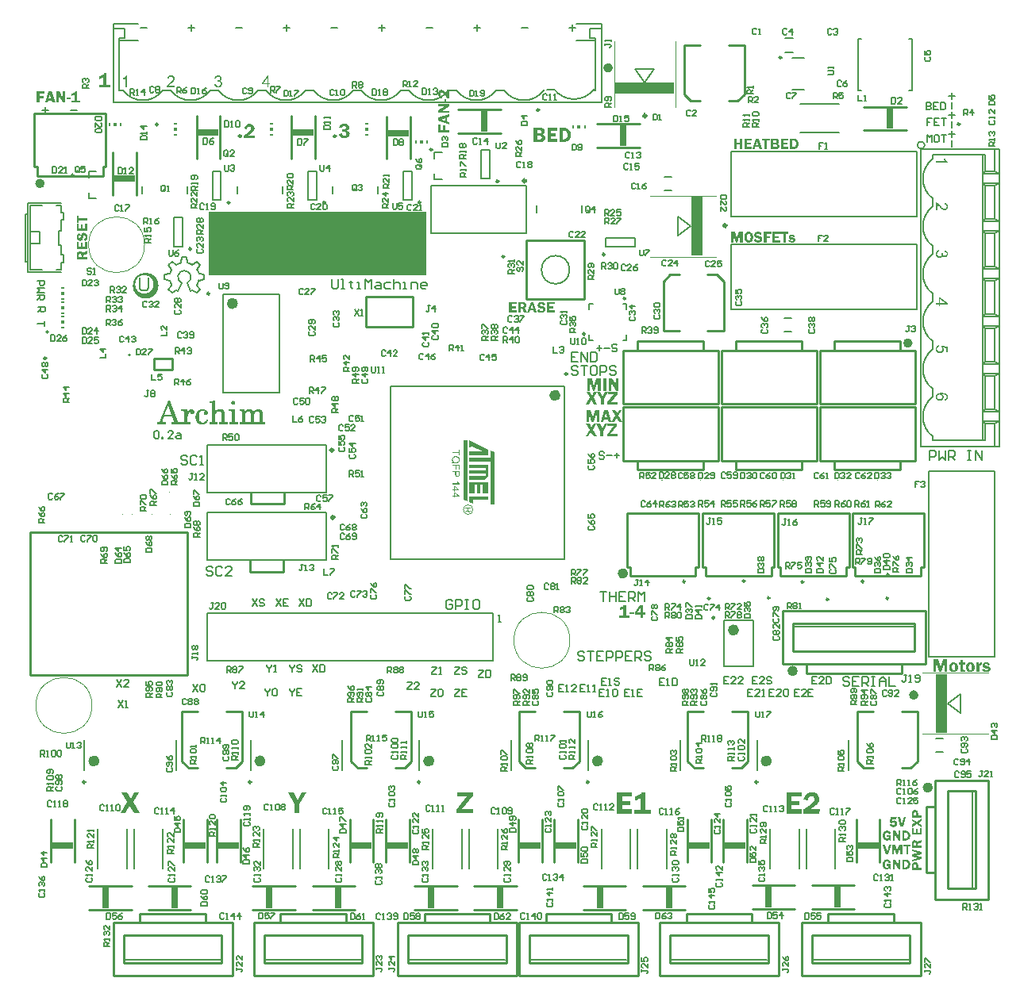
<source format=gto>
G04 Layer_Color=65535*
%FSLAX24Y24*%
%MOIN*%
G70*
G01*
G75*
%ADD68C,0.0080*%
%ADD69C,0.0120*%
%ADD70C,0.0070*%
%ADD71C,0.0240*%
%ADD72C,0.0100*%
%ADD73C,0.0200*%
%ADD119C,0.0060*%
%ADD120C,0.0098*%
%ADD121C,0.0050*%
%ADD122C,0.0039*%
%ADD123C,0.0010*%
%ADD124C,0.0236*%
%ADD125C,0.0098*%
%ADD126C,0.0040*%
%ADD127C,0.0060*%
%ADD128C,0.0079*%
%ADD129R,0.0295X0.0879*%
%ADD130R,0.0879X0.0295*%
%ADD131R,0.0120X0.0119*%
%ADD132R,0.0120X0.0060*%
%ADD133R,0.0120X0.0059*%
%ADD134R,0.0119X0.0120*%
%ADD135R,0.0060X0.0120*%
%ADD136R,0.0059X0.0120*%
%ADD137R,0.2450X0.0492*%
%ADD138R,0.0492X0.2450*%
%ADD139R,0.9183X0.2710*%
G36*
X30246Y31597D02*
X30252D01*
X30260Y31595D01*
X30269Y31594D01*
X30278Y31591D01*
X30289Y31588D01*
X30300Y31585D01*
X30311Y31580D01*
X30323Y31575D01*
X30334Y31568D01*
X30345Y31560D01*
X30356Y31550D01*
X30366Y31540D01*
X30375Y31528D01*
X30376Y31527D01*
X30378Y31525D01*
X30380Y31521D01*
X30383Y31515D01*
X30386Y31509D01*
X30391Y31501D01*
X30394Y31493D01*
X30400Y31482D01*
X30404Y31471D01*
X30408Y31459D01*
X30412Y31446D01*
X30416Y31433D01*
X30419Y31418D01*
X30421Y31403D01*
X30422Y31386D01*
X30423Y31370D01*
Y31370D01*
Y31366D01*
Y31361D01*
X30422Y31354D01*
X30422Y31346D01*
X30421Y31337D01*
X30419Y31326D01*
X30417Y31314D01*
X30414Y31302D01*
X30411Y31289D01*
X30408Y31275D01*
X30403Y31262D01*
X30397Y31248D01*
X30391Y31234D01*
X30384Y31221D01*
X30375Y31209D01*
X30374Y31208D01*
X30373Y31206D01*
X30370Y31203D01*
X30366Y31198D01*
X30361Y31193D01*
X30354Y31188D01*
X30348Y31182D01*
X30339Y31176D01*
X30329Y31170D01*
X30319Y31164D01*
X30307Y31159D01*
X30295Y31154D01*
X30281Y31149D01*
X30266Y31146D01*
X30250Y31144D01*
X30233Y31143D01*
X30230D01*
X30225Y31144D01*
X30219D01*
X30212Y31146D01*
X30203Y31147D01*
X30193Y31149D01*
X30183Y31151D01*
X30172Y31155D01*
X30161Y31160D01*
X30149Y31165D01*
X30138Y31171D01*
X30127Y31179D01*
X30116Y31188D01*
X30105Y31198D01*
X30096Y31210D01*
X30095Y31211D01*
X30094Y31213D01*
X30091Y31217D01*
X30089Y31222D01*
X30085Y31228D01*
X30080Y31236D01*
X30076Y31245D01*
X30072Y31255D01*
X30067Y31266D01*
X30063Y31279D01*
X30059Y31292D01*
X30055Y31306D01*
X30052Y31321D01*
X30050Y31337D01*
X30048Y31353D01*
X30048Y31371D01*
Y31373D01*
Y31375D01*
Y31381D01*
X30048Y31387D01*
X30049Y31395D01*
X30050Y31405D01*
X30052Y31416D01*
X30053Y31427D01*
X30056Y31440D01*
X30059Y31453D01*
X30064Y31466D01*
X30068Y31480D01*
X30074Y31493D01*
X30080Y31506D01*
X30088Y31520D01*
X30097Y31532D01*
X30097Y31533D01*
X30099Y31535D01*
X30102Y31538D01*
X30105Y31542D01*
X30110Y31547D01*
X30117Y31553D01*
X30124Y31558D01*
X30132Y31565D01*
X30142Y31571D01*
X30152Y31577D01*
X30164Y31582D01*
X30176Y31587D01*
X30190Y31591D01*
X30205Y31594D01*
X30220Y31597D01*
X30237Y31597D01*
X30242D01*
X30246Y31597D01*
D02*
G37*
G36*
X31187Y31504D02*
X30981D01*
Y31405D01*
X31144D01*
Y31323D01*
X30981D01*
Y31150D01*
X30874D01*
Y31591D01*
X31187D01*
Y31504D01*
D02*
G37*
G36*
X17529Y37007D02*
X17454D01*
Y37171D01*
X17529D01*
Y37007D01*
D02*
G37*
G36*
X17670Y37555D02*
Y37202D01*
X17579D01*
X17578Y37203D01*
X17576Y37205D01*
X17573Y37210D01*
X17568Y37216D01*
X17563Y37223D01*
X17556Y37234D01*
X17548Y37245D01*
X17538Y37259D01*
X17537Y37259D01*
X17535Y37262D01*
X17531Y37268D01*
X17526Y37274D01*
X17521Y37283D01*
X17514Y37291D01*
X17506Y37302D01*
X17498Y37312D01*
X17480Y37336D01*
X17461Y37359D01*
X17452Y37370D01*
X17443Y37381D01*
X17433Y37391D01*
X17425Y37400D01*
X17424Y37401D01*
X17422Y37402D01*
X17420Y37404D01*
X17417Y37407D01*
X17408Y37414D01*
X17398Y37423D01*
X17386Y37430D01*
X17372Y37437D01*
X17365Y37441D01*
X17358Y37443D01*
X17351Y37444D01*
X17344Y37444D01*
X17339D01*
X17334Y37444D01*
X17328Y37442D01*
X17320Y37440D01*
X17313Y37437D01*
X17305Y37433D01*
X17298Y37427D01*
X17297Y37426D01*
X17295Y37423D01*
X17293Y37419D01*
X17289Y37414D01*
X17286Y37407D01*
X17283Y37399D01*
X17281Y37390D01*
X17280Y37379D01*
Y37378D01*
Y37376D01*
X17281Y37373D01*
X17282Y37368D01*
X17283Y37362D01*
X17285Y37356D01*
X17288Y37350D01*
X17291Y37343D01*
X17296Y37336D01*
X17302Y37329D01*
X17309Y37322D01*
X17318Y37316D01*
X17329Y37310D01*
X17340Y37305D01*
X17354Y37301D01*
X17370Y37298D01*
X17349Y37202D01*
X17348D01*
X17347Y37203D01*
X17345D01*
X17342Y37204D01*
X17335Y37206D01*
X17325Y37209D01*
X17313Y37214D01*
X17300Y37220D01*
X17286Y37228D01*
X17271Y37237D01*
X17256Y37248D01*
X17242Y37261D01*
X17229Y37276D01*
X17217Y37292D01*
X17207Y37312D01*
X17200Y37333D01*
X17197Y37345D01*
X17194Y37357D01*
X17194Y37370D01*
X17193Y37384D01*
Y37384D01*
Y37387D01*
Y37391D01*
X17194Y37398D01*
X17194Y37405D01*
X17195Y37412D01*
X17197Y37421D01*
X17198Y37431D01*
X17204Y37451D01*
X17212Y37473D01*
X17216Y37484D01*
X17222Y37494D01*
X17229Y37503D01*
X17237Y37512D01*
X17237Y37512D01*
X17239Y37514D01*
X17241Y37516D01*
X17244Y37519D01*
X17248Y37522D01*
X17254Y37526D01*
X17259Y37530D01*
X17266Y37534D01*
X17281Y37543D01*
X17299Y37550D01*
X17309Y37553D01*
X17319Y37555D01*
X17330Y37556D01*
X17341Y37557D01*
X17347D01*
X17351Y37556D01*
X17357Y37555D01*
X17364Y37555D01*
X17371Y37553D01*
X17379Y37551D01*
X17396Y37545D01*
X17405Y37542D01*
X17415Y37537D01*
X17424Y37532D01*
X17434Y37526D01*
X17444Y37519D01*
X17453Y37510D01*
X17454Y37509D01*
X17455Y37508D01*
X17458Y37505D01*
X17461Y37501D01*
X17466Y37495D01*
X17472Y37489D01*
X17479Y37480D01*
X17486Y37471D01*
X17495Y37460D01*
X17504Y37448D01*
X17515Y37434D01*
X17526Y37417D01*
X17537Y37400D01*
X17550Y37381D01*
X17563Y37360D01*
X17576Y37337D01*
Y37563D01*
X17670Y37555D01*
D02*
G37*
G36*
X29980Y31150D02*
X29876D01*
Y31509D01*
X29765Y31150D01*
X29694D01*
X29586Y31509D01*
Y31150D01*
X29500D01*
Y31591D01*
X29660D01*
X29737Y31326D01*
X29818Y31591D01*
X29980D01*
Y31150D01*
D02*
G37*
G36*
X32063Y31482D02*
X32068D01*
X32080Y31481D01*
X32093Y31478D01*
X32107Y31474D01*
X32120Y31469D01*
X32132Y31463D01*
X32134Y31462D01*
X32137Y31459D01*
X32143Y31454D01*
X32150Y31446D01*
X32157Y31438D01*
X32165Y31427D01*
X32173Y31413D01*
X32180Y31397D01*
X32110Y31379D01*
Y31380D01*
X32109Y31381D01*
X32108Y31384D01*
X32107Y31386D01*
X32103Y31393D01*
X32097Y31401D01*
X32088Y31409D01*
X32083Y31413D01*
X32077Y31416D01*
X32071Y31419D01*
X32063Y31421D01*
X32055Y31422D01*
X32046Y31423D01*
X32041D01*
X32039Y31422D01*
X32031Y31422D01*
X32022Y31419D01*
X32014Y31416D01*
X32006Y31411D01*
X32003Y31407D01*
X32001Y31403D01*
X31999Y31398D01*
X31998Y31393D01*
Y31392D01*
Y31391D01*
X32000Y31386D01*
X32002Y31380D01*
X32004Y31377D01*
X32007Y31374D01*
X32008D01*
X32009Y31373D01*
X32012Y31372D01*
X32016Y31370D01*
X32022Y31368D01*
X32031Y31367D01*
X32041Y31364D01*
X32053Y31363D01*
X32055D01*
X32058Y31362D01*
X32062Y31362D01*
X32067Y31361D01*
X32072Y31360D01*
X32085Y31358D01*
X32098Y31356D01*
X32111Y31353D01*
X32124Y31350D01*
X32135Y31346D01*
X32137Y31345D01*
X32140Y31345D01*
X32145Y31342D01*
X32151Y31339D01*
X32157Y31334D01*
X32164Y31329D01*
X32172Y31321D01*
X32178Y31313D01*
X32178Y31312D01*
X32180Y31309D01*
X32183Y31304D01*
X32186Y31298D01*
X32189Y31290D01*
X32192Y31280D01*
X32193Y31269D01*
X32194Y31257D01*
Y31256D01*
Y31255D01*
Y31252D01*
X32193Y31249D01*
X32192Y31244D01*
X32192Y31239D01*
X32189Y31228D01*
X32184Y31214D01*
X32178Y31201D01*
X32173Y31194D01*
X32168Y31187D01*
X32162Y31181D01*
X32155Y31175D01*
X32154D01*
X32153Y31173D01*
X32151Y31172D01*
X32148Y31170D01*
X32144Y31168D01*
X32140Y31165D01*
X32134Y31162D01*
X32127Y31160D01*
X32120Y31157D01*
X32113Y31154D01*
X32104Y31151D01*
X32094Y31149D01*
X32083Y31146D01*
X32072Y31145D01*
X32061Y31144D01*
X32048Y31143D01*
X32043D01*
X32036Y31144D01*
X32028Y31145D01*
X32019Y31146D01*
X32008Y31149D01*
X31996Y31151D01*
X31983Y31155D01*
X31971Y31160D01*
X31957Y31167D01*
X31946Y31175D01*
X31934Y31184D01*
X31923Y31195D01*
X31913Y31208D01*
X31906Y31222D01*
X31900Y31239D01*
X31981Y31252D01*
Y31251D01*
X31982Y31250D01*
X31983Y31247D01*
X31984Y31245D01*
X31988Y31238D01*
X31994Y31230D01*
X31998Y31225D01*
X32003Y31222D01*
X32009Y31218D01*
X32016Y31214D01*
X32023Y31212D01*
X32032Y31210D01*
X32042Y31209D01*
X32053Y31208D01*
X32057D01*
X32061Y31209D01*
X32067D01*
X32073Y31210D01*
X32080Y31211D01*
X32086Y31213D01*
X32093Y31216D01*
X32093Y31217D01*
X32096Y31217D01*
X32098Y31220D01*
X32102Y31222D01*
X32104Y31225D01*
X32107Y31230D01*
X32109Y31234D01*
X32110Y31239D01*
Y31240D01*
X32109Y31243D01*
X32107Y31247D01*
X32105Y31251D01*
X32101Y31256D01*
X32094Y31261D01*
X32090Y31262D01*
X32085Y31264D01*
X32080Y31266D01*
X32073Y31266D01*
X32072D01*
X32069Y31267D01*
X32063Y31268D01*
X32057Y31269D01*
X32049Y31270D01*
X32040Y31272D01*
X32031Y31273D01*
X32020Y31275D01*
X31998Y31281D01*
X31976Y31287D01*
X31967Y31291D01*
X31958Y31295D01*
X31950Y31299D01*
X31943Y31304D01*
X31942Y31305D01*
X31938Y31308D01*
X31934Y31314D01*
X31928Y31322D01*
X31922Y31332D01*
X31918Y31345D01*
X31914Y31359D01*
X31913Y31375D01*
Y31376D01*
Y31378D01*
Y31380D01*
X31913Y31384D01*
X31915Y31392D01*
X31917Y31403D01*
X31921Y31415D01*
X31928Y31427D01*
X31932Y31434D01*
X31937Y31441D01*
X31942Y31446D01*
X31949Y31452D01*
X31949Y31453D01*
X31950Y31454D01*
X31952Y31455D01*
X31955Y31457D01*
X31959Y31460D01*
X31963Y31462D01*
X31968Y31465D01*
X31975Y31468D01*
X31981Y31471D01*
X31989Y31474D01*
X31998Y31476D01*
X32006Y31478D01*
X32027Y31482D01*
X32050Y31483D01*
X32058D01*
X32063Y31482D01*
D02*
G37*
G36*
X31555Y31506D02*
X31345D01*
Y31416D01*
X31511D01*
Y31334D01*
X31345D01*
Y31237D01*
X31555D01*
Y31150D01*
X31240D01*
Y31591D01*
X31555D01*
Y31506D01*
D02*
G37*
G36*
X31897Y31504D02*
X31788D01*
Y31150D01*
X31683D01*
Y31504D01*
X31573D01*
Y31591D01*
X31897D01*
Y31504D01*
D02*
G37*
G36*
X23966Y23602D02*
X23847D01*
Y24013D01*
X23719Y23602D01*
X23638D01*
X23514Y24013D01*
Y23602D01*
X23415D01*
Y24107D01*
X23599D01*
X23687Y23805D01*
X23780Y24107D01*
X23966D01*
Y23602D01*
D02*
G37*
G36*
X24773Y23872D02*
X24929Y23602D01*
X24790D01*
X24690Y23784D01*
X24589Y23602D01*
X24478D01*
X24634Y23870D01*
X24495Y24107D01*
X24633D01*
X24715Y23954D01*
X24801Y24107D01*
X24910D01*
X24773Y23872D01*
D02*
G37*
G36*
X24774Y24902D02*
X24668D01*
X24461Y25258D01*
Y25257D01*
Y25256D01*
Y25251D01*
Y25245D01*
X24462Y25240D01*
Y25240D01*
Y25238D01*
X24462Y25233D01*
X24463Y25225D01*
Y25218D01*
Y24902D01*
X24367D01*
Y25430D01*
X24499D01*
X24681Y25118D01*
Y25118D01*
Y25121D01*
X24680Y25125D01*
Y25131D01*
X24679Y25143D01*
X24678Y25148D01*
Y25154D01*
Y25430D01*
X24774D01*
Y24902D01*
D02*
G37*
G36*
X24473Y23602D02*
X24346D01*
X24315Y23706D01*
X24151D01*
X24119Y23602D01*
X24016D01*
X24177Y24107D01*
X24316D01*
X24473Y23602D01*
D02*
G37*
G36*
X17670Y36421D02*
X17573Y36392D01*
Y36239D01*
X17670Y36210D01*
Y36114D01*
X17200Y36264D01*
Y36392D01*
X17670Y36539D01*
Y36421D01*
D02*
G37*
G36*
Y36857D02*
X17353Y36673D01*
X17365D01*
X17369Y36674D01*
X17371D01*
X17376Y36674D01*
X17383Y36675D01*
X17670D01*
Y36589D01*
X17200D01*
Y36707D01*
X17478Y36869D01*
X17475D01*
X17471Y36868D01*
X17466D01*
X17455Y36867D01*
X17451Y36867D01*
X17200D01*
Y36952D01*
X17670D01*
Y36857D01*
D02*
G37*
G36*
X3273Y37767D02*
X3436D01*
Y37660D01*
X2960D01*
Y37767D01*
X3139D01*
Y38104D01*
X3138Y38103D01*
X3134Y38101D01*
X3129Y38098D01*
X3121Y38093D01*
X3112Y38088D01*
X3103Y38083D01*
X3091Y38076D01*
X3079Y38069D01*
X3053Y38054D01*
X3025Y38040D01*
X2998Y38027D01*
X2986Y38021D01*
X2975Y38016D01*
Y38137D01*
X2977Y38138D01*
X2981Y38139D01*
X2989Y38142D01*
X2999Y38145D01*
X3012Y38150D01*
X3025Y38155D01*
X3041Y38162D01*
X3057Y38168D01*
X3090Y38186D01*
X3123Y38206D01*
X3138Y38217D01*
X3151Y38230D01*
X3164Y38243D01*
X3174Y38256D01*
X3273D01*
Y37767D01*
D02*
G37*
G36*
X17293Y35884D02*
X17398D01*
Y36058D01*
X17486D01*
Y35884D01*
X17670D01*
Y35770D01*
X17200D01*
Y36104D01*
X17293D01*
Y35884D01*
D02*
G37*
G36*
X39555Y13499D02*
X39562Y13498D01*
X39571Y13496D01*
X39580Y13494D01*
X39591Y13492D01*
X39614Y13485D01*
X39625Y13480D01*
X39637Y13475D01*
X39648Y13468D01*
X39659Y13460D01*
X39670Y13451D01*
X39680Y13441D01*
X39680Y13440D01*
X39681Y13438D01*
X39684Y13435D01*
X39688Y13430D01*
X39691Y13424D01*
X39695Y13418D01*
X39700Y13409D01*
X39705Y13400D01*
X39709Y13390D01*
X39714Y13379D01*
X39718Y13367D01*
X39722Y13354D01*
X39725Y13341D01*
X39728Y13326D01*
X39729Y13310D01*
X39730Y13294D01*
Y13293D01*
Y13291D01*
Y13285D01*
X39729Y13280D01*
X39728Y13272D01*
X39727Y13263D01*
X39725Y13254D01*
X39724Y13243D01*
X39716Y13220D01*
X39713Y13209D01*
X39708Y13197D01*
X39702Y13184D01*
X39695Y13172D01*
X39687Y13161D01*
X39677Y13149D01*
X39676Y13148D01*
X39674Y13147D01*
X39672Y13144D01*
X39667Y13140D01*
X39662Y13136D01*
X39656Y13131D01*
X39649Y13126D01*
X39640Y13121D01*
X39631Y13115D01*
X39621Y13111D01*
X39609Y13105D01*
X39597Y13101D01*
X39584Y13097D01*
X39570Y13095D01*
X39555Y13093D01*
X39539Y13092D01*
X39531D01*
X39525Y13093D01*
X39518Y13094D01*
X39510Y13095D01*
X39501Y13096D01*
X39491Y13099D01*
X39470Y13106D01*
X39459Y13111D01*
X39448Y13116D01*
X39436Y13123D01*
X39426Y13131D01*
X39415Y13140D01*
X39406Y13149D01*
X39405Y13150D01*
X39404Y13152D01*
X39401Y13155D01*
X39398Y13160D01*
X39394Y13165D01*
X39390Y13172D01*
X39385Y13180D01*
X39381Y13189D01*
X39377Y13199D01*
X39372Y13210D01*
X39368Y13222D01*
X39364Y13235D01*
X39361Y13249D01*
X39358Y13264D01*
X39357Y13279D01*
X39357Y13296D01*
Y13297D01*
Y13298D01*
Y13302D01*
Y13306D01*
X39357Y13312D01*
Y13318D01*
X39359Y13333D01*
X39362Y13349D01*
X39366Y13367D01*
X39371Y13384D01*
X39378Y13402D01*
Y13403D01*
X39379Y13404D01*
X39383Y13409D01*
X39388Y13417D01*
X39395Y13427D01*
X39404Y13439D01*
X39414Y13450D01*
X39427Y13462D01*
X39441Y13472D01*
X39442D01*
X39443Y13473D01*
X39448Y13477D01*
X39457Y13481D01*
X39468Y13486D01*
X39482Y13491D01*
X39500Y13495D01*
X39519Y13499D01*
X39540Y13499D01*
X39549D01*
X39555Y13499D01*
D02*
G37*
G36*
X38576Y13100D02*
X38451D01*
Y13530D01*
X38318Y13100D01*
X38233D01*
X38104Y13530D01*
Y13100D01*
X38000D01*
Y13629D01*
X38192D01*
X38284Y13312D01*
X38382Y13629D01*
X38576D01*
Y13100D01*
D02*
G37*
G36*
X39230Y13491D02*
X39314D01*
Y13401D01*
X39230D01*
Y13235D01*
Y13233D01*
Y13230D01*
X39231Y13225D01*
Y13219D01*
X39234Y13204D01*
X39236Y13198D01*
X39239Y13193D01*
X39240D01*
X39241Y13191D01*
X39244Y13190D01*
X39248Y13189D01*
X39254Y13187D01*
X39262Y13185D01*
X39271Y13184D01*
X39283Y13183D01*
X39305D01*
X39320Y13184D01*
Y13100D01*
X39317D01*
X39315Y13099D01*
X39312Y13098D01*
X39302Y13097D01*
X39292Y13096D01*
X39279Y13094D01*
X39268Y13093D01*
X39256Y13091D01*
X39240D01*
X39235Y13092D01*
X39229D01*
X39222Y13093D01*
X39207Y13095D01*
X39191Y13098D01*
X39174Y13103D01*
X39158Y13110D01*
X39151Y13114D01*
X39145Y13118D01*
X39144Y13120D01*
X39141Y13124D01*
X39135Y13131D01*
X39130Y13141D01*
X39127Y13148D01*
X39125Y13155D01*
X39122Y13163D01*
X39119Y13173D01*
X39118Y13183D01*
X39116Y13194D01*
X39115Y13205D01*
Y13219D01*
Y13401D01*
X39053D01*
Y13491D01*
X39122D01*
X39132Y13606D01*
X39230Y13614D01*
Y13491D01*
D02*
G37*
G36*
X38853Y13499D02*
X38860Y13498D01*
X38868Y13496D01*
X38878Y13494D01*
X38889Y13492D01*
X38911Y13485D01*
X38923Y13480D01*
X38934Y13475D01*
X38946Y13468D01*
X38957Y13460D01*
X38968Y13451D01*
X38977Y13441D01*
X38978Y13440D01*
X38979Y13438D01*
X38982Y13435D01*
X38985Y13430D01*
X38989Y13424D01*
X38993Y13418D01*
X38997Y13409D01*
X39003Y13400D01*
X39007Y13390D01*
X39011Y13379D01*
X39016Y13367D01*
X39019Y13354D01*
X39023Y13341D01*
X39025Y13326D01*
X39026Y13310D01*
X39027Y13294D01*
Y13293D01*
Y13291D01*
Y13285D01*
X39026Y13280D01*
X39025Y13272D01*
X39025Y13263D01*
X39023Y13254D01*
X39021Y13243D01*
X39014Y13220D01*
X39011Y13209D01*
X39005Y13197D01*
X38999Y13184D01*
X38992Y13172D01*
X38984Y13161D01*
X38975Y13149D01*
X38974Y13148D01*
X38972Y13147D01*
X38969Y13144D01*
X38965Y13140D01*
X38960Y13136D01*
X38954Y13131D01*
X38946Y13126D01*
X38938Y13121D01*
X38929Y13115D01*
X38918Y13111D01*
X38907Y13105D01*
X38895Y13101D01*
X38882Y13097D01*
X38867Y13095D01*
X38853Y13093D01*
X38837Y13092D01*
X38829D01*
X38823Y13093D01*
X38816Y13094D01*
X38808Y13095D01*
X38799Y13096D01*
X38788Y13099D01*
X38767Y13106D01*
X38757Y13111D01*
X38745Y13116D01*
X38734Y13123D01*
X38723Y13131D01*
X38713Y13140D01*
X38703Y13149D01*
X38702Y13150D01*
X38702Y13152D01*
X38699Y13155D01*
X38695Y13160D01*
X38692Y13165D01*
X38687Y13172D01*
X38683Y13180D01*
X38679Y13189D01*
X38674Y13199D01*
X38670Y13210D01*
X38666Y13222D01*
X38662Y13235D01*
X38658Y13249D01*
X38656Y13264D01*
X38655Y13279D01*
X38654Y13296D01*
Y13297D01*
Y13298D01*
Y13302D01*
Y13306D01*
X38655Y13312D01*
Y13318D01*
X38657Y13333D01*
X38659Y13349D01*
X38664Y13367D01*
X38669Y13384D01*
X38676Y13402D01*
Y13403D01*
X38677Y13404D01*
X38680Y13409D01*
X38686Y13417D01*
X38693Y13427D01*
X38702Y13439D01*
X38712Y13450D01*
X38724Y13462D01*
X38738Y13472D01*
X38739D01*
X38740Y13473D01*
X38745Y13477D01*
X38754Y13481D01*
X38766Y13486D01*
X38780Y13491D01*
X38797Y13495D01*
X38817Y13499D01*
X38838Y13499D01*
X38846D01*
X38853Y13499D01*
D02*
G37*
G36*
X679Y37395D02*
X459D01*
Y37290D01*
X633D01*
Y37202D01*
X459D01*
Y37018D01*
X344D01*
Y37488D01*
X679D01*
Y37395D01*
D02*
G37*
G36*
X1114Y37018D02*
X995D01*
X966Y37115D01*
X814D01*
X784Y37018D01*
X688D01*
X838Y37488D01*
X967D01*
X1114Y37018D01*
D02*
G37*
G36*
X40229Y13499D02*
X40235D01*
X40249Y13497D01*
X40265Y13493D01*
X40282Y13489D01*
X40298Y13483D01*
X40313Y13475D01*
X40314Y13474D01*
X40319Y13471D01*
X40326Y13464D01*
X40334Y13456D01*
X40342Y13445D01*
X40352Y13432D01*
X40362Y13415D01*
X40370Y13397D01*
X40285Y13375D01*
Y13376D01*
X40285Y13377D01*
X40284Y13380D01*
X40282Y13383D01*
X40278Y13391D01*
X40271Y13401D01*
X40260Y13411D01*
X40254Y13415D01*
X40247Y13420D01*
X40239Y13422D01*
X40230Y13425D01*
X40220Y13427D01*
X40209Y13427D01*
X40204D01*
X40200Y13427D01*
X40191Y13426D01*
X40181Y13423D01*
X40170Y13419D01*
X40161Y13413D01*
X40157Y13408D01*
X40155Y13404D01*
X40153Y13398D01*
X40152Y13391D01*
Y13391D01*
Y13389D01*
X40154Y13384D01*
X40156Y13376D01*
X40159Y13372D01*
X40163Y13369D01*
X40163D01*
X40165Y13368D01*
X40169Y13366D01*
X40173Y13364D01*
X40181Y13362D01*
X40191Y13360D01*
X40203Y13357D01*
X40218Y13355D01*
X40220D01*
X40224Y13355D01*
X40228Y13354D01*
X40235Y13353D01*
X40241Y13352D01*
X40256Y13349D01*
X40271Y13347D01*
X40287Y13343D01*
X40303Y13340D01*
X40316Y13335D01*
X40318Y13334D01*
X40321Y13334D01*
X40328Y13330D01*
X40335Y13327D01*
X40342Y13320D01*
X40351Y13314D01*
X40360Y13305D01*
X40367Y13296D01*
X40368Y13295D01*
X40370Y13291D01*
X40373Y13285D01*
X40377Y13277D01*
X40380Y13268D01*
X40384Y13255D01*
X40386Y13243D01*
X40386Y13228D01*
Y13227D01*
Y13226D01*
Y13222D01*
X40386Y13219D01*
X40385Y13213D01*
X40384Y13207D01*
X40380Y13193D01*
X40375Y13177D01*
X40367Y13161D01*
X40362Y13153D01*
X40356Y13145D01*
X40348Y13137D01*
X40340Y13130D01*
X40339D01*
X40338Y13128D01*
X40335Y13126D01*
X40331Y13124D01*
X40327Y13121D01*
X40321Y13118D01*
X40314Y13115D01*
X40307Y13111D01*
X40298Y13108D01*
X40289Y13104D01*
X40278Y13101D01*
X40267Y13098D01*
X40254Y13096D01*
X40241Y13094D01*
X40227Y13093D01*
X40212Y13092D01*
X40206D01*
X40198Y13093D01*
X40188Y13094D01*
X40177Y13096D01*
X40163Y13098D01*
X40149Y13102D01*
X40134Y13106D01*
X40119Y13112D01*
X40103Y13120D01*
X40089Y13130D01*
X40075Y13140D01*
X40062Y13154D01*
X40050Y13169D01*
X40041Y13187D01*
X40034Y13207D01*
X40132Y13222D01*
Y13221D01*
X40133Y13219D01*
X40134Y13217D01*
X40134Y13214D01*
X40140Y13205D01*
X40147Y13196D01*
X40152Y13190D01*
X40158Y13186D01*
X40165Y13182D01*
X40173Y13177D01*
X40182Y13175D01*
X40192Y13172D01*
X40205Y13170D01*
X40218Y13169D01*
X40222D01*
X40227Y13170D01*
X40235D01*
X40242Y13172D01*
X40249Y13174D01*
X40257Y13176D01*
X40265Y13179D01*
X40266Y13180D01*
X40269Y13181D01*
X40271Y13183D01*
X40276Y13187D01*
X40279Y13190D01*
X40282Y13196D01*
X40285Y13201D01*
X40285Y13207D01*
Y13208D01*
X40285Y13212D01*
X40283Y13216D01*
X40280Y13221D01*
X40275Y13227D01*
X40267Y13233D01*
X40262Y13234D01*
X40256Y13237D01*
X40249Y13239D01*
X40242Y13240D01*
X40241D01*
X40236Y13240D01*
X40230Y13241D01*
X40222Y13242D01*
X40213Y13244D01*
X40202Y13246D01*
X40191Y13247D01*
X40177Y13250D01*
X40151Y13257D01*
X40126Y13264D01*
X40114Y13269D01*
X40104Y13274D01*
X40094Y13279D01*
X40086Y13284D01*
X40084Y13286D01*
X40080Y13290D01*
X40075Y13297D01*
X40068Y13306D01*
X40061Y13319D01*
X40055Y13334D01*
X40051Y13351D01*
X40049Y13370D01*
Y13371D01*
Y13373D01*
Y13376D01*
X40050Y13380D01*
X40052Y13390D01*
X40055Y13403D01*
X40060Y13418D01*
X40068Y13433D01*
X40072Y13441D01*
X40078Y13449D01*
X40084Y13456D01*
X40092Y13463D01*
X40093Y13463D01*
X40094Y13464D01*
X40097Y13466D01*
X40100Y13469D01*
X40105Y13471D01*
X40110Y13474D01*
X40116Y13478D01*
X40124Y13481D01*
X40132Y13485D01*
X40141Y13488D01*
X40151Y13491D01*
X40162Y13493D01*
X40186Y13498D01*
X40213Y13499D01*
X40224D01*
X40229Y13499D01*
D02*
G37*
G36*
X40004Y13499D02*
X40013Y13499D01*
Y13385D01*
X40007D01*
X40001Y13384D01*
X39993Y13384D01*
X39984Y13383D01*
X39975Y13381D01*
X39966Y13377D01*
X39958Y13374D01*
X39957Y13373D01*
X39954Y13372D01*
X39951Y13370D01*
X39947Y13365D01*
X39942Y13360D01*
X39937Y13353D01*
X39932Y13345D01*
X39926Y13335D01*
X39925Y13334D01*
X39925Y13330D01*
X39923Y13324D01*
X39920Y13315D01*
X39918Y13305D01*
X39916Y13291D01*
X39915Y13276D01*
X39914Y13259D01*
Y13100D01*
X39803D01*
Y13491D01*
X39908D01*
Y13420D01*
X39909Y13422D01*
X39911Y13427D01*
X39912Y13432D01*
X39915Y13438D01*
X39918Y13444D01*
X39927Y13460D01*
X39939Y13475D01*
X39946Y13481D01*
X39954Y13488D01*
X39962Y13492D01*
X39971Y13497D01*
X39982Y13499D01*
X39992Y13500D01*
X39997D01*
X40004Y13499D01*
D02*
G37*
G36*
X30791Y35070D02*
X30680D01*
X30653Y35161D01*
X30510D01*
X30482Y35070D01*
X30392D01*
X30533Y35511D01*
X30653D01*
X30791Y35070D01*
D02*
G37*
G36*
X31117Y35424D02*
X31008D01*
Y35070D01*
X30904D01*
Y35424D01*
X30794D01*
Y35511D01*
X31117D01*
Y35424D01*
D02*
G37*
G36*
X30640Y31597D02*
X30649Y31596D01*
X30659Y31594D01*
X30671Y31592D01*
X30684Y31588D01*
X30698Y31584D01*
X30711Y31579D01*
X30725Y31572D01*
X30740Y31564D01*
X30753Y31553D01*
X30766Y31542D01*
X30777Y31528D01*
X30787Y31512D01*
X30795Y31493D01*
X30707Y31464D01*
Y31465D01*
X30706Y31466D01*
X30705Y31469D01*
X30703Y31472D01*
X30698Y31481D01*
X30691Y31490D01*
X30681Y31500D01*
X30674Y31504D01*
X30668Y31509D01*
X30660Y31512D01*
X30651Y31515D01*
X30642Y31516D01*
X30632Y31517D01*
X30626D01*
X30622Y31516D01*
X30613Y31515D01*
X30602Y31512D01*
X30590Y31507D01*
X30580Y31500D01*
X30577Y31495D01*
X30574Y31490D01*
X30572Y31484D01*
X30571Y31476D01*
Y31476D01*
Y31474D01*
X30572Y31471D01*
X30572Y31468D01*
X30574Y31463D01*
X30575Y31459D01*
X30578Y31455D01*
X30582Y31450D01*
X30583Y31449D01*
X30584Y31449D01*
X30588Y31446D01*
X30593Y31444D01*
X30599Y31441D01*
X30609Y31437D01*
X30620Y31434D01*
X30634Y31430D01*
X30635D01*
X30637Y31430D01*
X30640Y31429D01*
X30645Y31428D01*
X30650Y31427D01*
X30657Y31425D01*
X30671Y31422D01*
X30687Y31417D01*
X30703Y31413D01*
X30719Y31408D01*
X30725Y31405D01*
X30732Y31403D01*
X30733D01*
X30733Y31402D01*
X30737Y31400D01*
X30743Y31397D01*
X30750Y31392D01*
X30759Y31386D01*
X30768Y31378D01*
X30777Y31369D01*
X30785Y31358D01*
X30785Y31356D01*
X30788Y31353D01*
X30792Y31346D01*
X30796Y31338D01*
X30800Y31328D01*
X30803Y31316D01*
X30806Y31303D01*
X30807Y31289D01*
Y31288D01*
Y31286D01*
Y31283D01*
X30806Y31279D01*
X30805Y31274D01*
X30804Y31268D01*
X30801Y31254D01*
X30796Y31238D01*
X30792Y31230D01*
X30787Y31221D01*
X30782Y31212D01*
X30776Y31203D01*
X30769Y31195D01*
X30761Y31187D01*
X30760Y31186D01*
X30758Y31184D01*
X30755Y31183D01*
X30752Y31180D01*
X30747Y31176D01*
X30741Y31173D01*
X30734Y31169D01*
X30726Y31165D01*
X30717Y31161D01*
X30707Y31157D01*
X30696Y31154D01*
X30684Y31150D01*
X30670Y31147D01*
X30656Y31146D01*
X30640Y31144D01*
X30624Y31143D01*
X30618D01*
X30613Y31144D01*
X30608D01*
X30600Y31145D01*
X30593Y31146D01*
X30585Y31147D01*
X30567Y31151D01*
X30547Y31157D01*
X30528Y31164D01*
X30509Y31174D01*
X30509Y31175D01*
X30507Y31176D01*
X30505Y31177D01*
X30502Y31180D01*
X30493Y31187D01*
X30484Y31197D01*
X30474Y31210D01*
X30463Y31225D01*
X30454Y31244D01*
X30450Y31255D01*
X30447Y31266D01*
X30543Y31288D01*
Y31287D01*
X30544Y31285D01*
X30545Y31282D01*
X30547Y31278D01*
X30549Y31273D01*
X30552Y31268D01*
X30556Y31262D01*
X30560Y31257D01*
X30565Y31251D01*
X30572Y31245D01*
X30579Y31240D01*
X30587Y31235D01*
X30597Y31231D01*
X30607Y31228D01*
X30619Y31226D01*
X30632Y31225D01*
X30638D01*
X30643Y31226D01*
X30651Y31227D01*
X30660Y31228D01*
X30669Y31231D01*
X30677Y31234D01*
X30684Y31239D01*
X30685Y31239D01*
X30687Y31241D01*
X30690Y31244D01*
X30693Y31248D01*
X30696Y31252D01*
X30699Y31258D01*
X30701Y31265D01*
X30702Y31272D01*
Y31272D01*
Y31274D01*
X30701Y31278D01*
X30700Y31282D01*
X30698Y31288D01*
X30695Y31293D01*
X30691Y31297D01*
X30686Y31302D01*
X30685Y31302D01*
X30683Y31304D01*
X30679Y31305D01*
X30672Y31308D01*
X30664Y31311D01*
X30654Y31315D01*
X30640Y31318D01*
X30625Y31321D01*
X30624D01*
X30621Y31322D01*
X30617Y31323D01*
X30611Y31324D01*
X30605Y31326D01*
X30597Y31329D01*
X30588Y31331D01*
X30578Y31334D01*
X30558Y31340D01*
X30539Y31349D01*
X30529Y31353D01*
X30520Y31358D01*
X30512Y31364D01*
X30505Y31369D01*
X30504Y31370D01*
X30504Y31370D01*
X30500Y31375D01*
X30494Y31381D01*
X30487Y31392D01*
X30481Y31404D01*
X30476Y31419D01*
X30471Y31437D01*
X30471Y31447D01*
X30470Y31457D01*
Y31458D01*
Y31460D01*
Y31463D01*
X30471Y31467D01*
X30471Y31472D01*
X30472Y31478D01*
X30475Y31492D01*
X30480Y31507D01*
X30484Y31515D01*
X30488Y31524D01*
X30493Y31532D01*
X30498Y31540D01*
X30505Y31548D01*
X30512Y31556D01*
X30513Y31557D01*
X30515Y31558D01*
X30517Y31560D01*
X30520Y31563D01*
X30525Y31566D01*
X30530Y31569D01*
X30536Y31573D01*
X30543Y31577D01*
X30550Y31580D01*
X30559Y31584D01*
X30569Y31588D01*
X30579Y31591D01*
X30590Y31594D01*
X30602Y31596D01*
X30615Y31597D01*
X30628Y31597D01*
X30634D01*
X30640Y31597D01*
D02*
G37*
G36*
X30374Y35426D02*
X30164D01*
Y35336D01*
X30330D01*
Y35254D01*
X30164D01*
Y35157D01*
X30374D01*
Y35070D01*
X30059D01*
Y35511D01*
X30374D01*
Y35426D01*
D02*
G37*
G36*
X32123Y35510D02*
X32131Y35509D01*
X32140Y35508D01*
X32149Y35508D01*
X32169Y35505D01*
X32190Y35501D01*
X32209Y35495D01*
X32218Y35492D01*
X32226Y35487D01*
X32226D01*
X32227Y35487D01*
X32229Y35485D01*
X32232Y35483D01*
X32240Y35478D01*
X32250Y35470D01*
X32261Y35459D01*
X32273Y35448D01*
X32286Y35432D01*
X32298Y35415D01*
X32299Y35415D01*
X32300Y35413D01*
X32301Y35410D01*
X32303Y35407D01*
X32305Y35402D01*
X32308Y35396D01*
X32311Y35389D01*
X32314Y35382D01*
X32317Y35373D01*
X32320Y35364D01*
X32323Y35353D01*
X32325Y35342D01*
X32327Y35331D01*
X32329Y35318D01*
X32330Y35305D01*
Y35291D01*
Y35290D01*
Y35287D01*
Y35282D01*
X32330Y35276D01*
X32329Y35267D01*
X32327Y35258D01*
X32326Y35247D01*
X32323Y35236D01*
X32320Y35224D01*
X32316Y35211D01*
X32312Y35198D01*
X32307Y35184D01*
X32300Y35171D01*
X32292Y35158D01*
X32284Y35145D01*
X32274Y35133D01*
X32273Y35132D01*
X32272Y35130D01*
X32268Y35127D01*
X32264Y35123D01*
X32258Y35118D01*
X32251Y35113D01*
X32243Y35107D01*
X32234Y35101D01*
X32223Y35096D01*
X32212Y35090D01*
X32199Y35085D01*
X32185Y35080D01*
X32171Y35076D01*
X32155Y35073D01*
X32138Y35071D01*
X32120Y35070D01*
X31969D01*
Y35511D01*
X32117D01*
X32123Y35510D01*
D02*
G37*
G36*
X29971Y35070D02*
X29870D01*
Y35252D01*
X29731D01*
Y35070D01*
X29630D01*
Y35511D01*
X29731D01*
Y35339D01*
X29870D01*
Y35511D01*
X29971D01*
Y35070D01*
D02*
G37*
G36*
X31380Y35510D02*
X31385D01*
X31397Y35509D01*
X31411Y35507D01*
X31424Y35505D01*
X31437Y35501D01*
X31449Y35497D01*
X31450Y35496D01*
X31453Y35495D01*
X31459Y35491D01*
X31465Y35487D01*
X31472Y35481D01*
X31481Y35474D01*
X31488Y35466D01*
X31495Y35457D01*
X31496Y35456D01*
X31498Y35453D01*
X31501Y35448D01*
X31505Y35440D01*
X31508Y35432D01*
X31511Y35421D01*
X31513Y35410D01*
X31513Y35396D01*
Y35396D01*
Y35394D01*
X31513Y35390D01*
X31512Y35385D01*
X31511Y35379D01*
X31509Y35372D01*
X31507Y35365D01*
X31503Y35357D01*
X31500Y35349D01*
X31494Y35340D01*
X31488Y35332D01*
X31480Y35324D01*
X31471Y35317D01*
X31460Y35310D01*
X31448Y35304D01*
X31434Y35298D01*
X31434D01*
X31436Y35298D01*
X31438Y35297D01*
X31441Y35296D01*
X31450Y35293D01*
X31459Y35290D01*
X31471Y35284D01*
X31482Y35277D01*
X31493Y35268D01*
X31502Y35257D01*
X31503Y35256D01*
X31506Y35252D01*
X31510Y35246D01*
X31514Y35238D01*
X31519Y35227D01*
X31522Y35216D01*
X31525Y35204D01*
X31526Y35191D01*
Y35190D01*
Y35189D01*
Y35186D01*
X31525Y35183D01*
X31524Y35178D01*
X31524Y35173D01*
X31521Y35161D01*
X31516Y35148D01*
X31510Y35134D01*
X31505Y35127D01*
X31500Y35120D01*
X31494Y35112D01*
X31488Y35106D01*
X31487Y35105D01*
X31486Y35104D01*
X31484Y35103D01*
X31481Y35100D01*
X31477Y35098D01*
X31472Y35095D01*
X31466Y35091D01*
X31459Y35088D01*
X31450Y35085D01*
X31442Y35082D01*
X31431Y35078D01*
X31420Y35076D01*
X31409Y35074D01*
X31396Y35071D01*
X31382Y35071D01*
X31366Y35070D01*
X31161D01*
Y35511D01*
X31375D01*
X31380Y35510D01*
D02*
G37*
G36*
X31907Y35426D02*
X31696D01*
Y35336D01*
X31863D01*
Y35254D01*
X31696D01*
Y35157D01*
X31907D01*
Y35070D01*
X31592D01*
Y35511D01*
X31907D01*
Y35426D01*
D02*
G37*
G36*
X18020Y21100D02*
X18021Y21099D01*
X18022Y21097D01*
X18023Y21095D01*
X18024Y21092D01*
X18026Y21088D01*
X18030Y21081D01*
X18036Y21072D01*
X18042Y21062D01*
X18049Y21053D01*
X18057Y21043D01*
X18057Y21043D01*
X18058Y21042D01*
X18061Y21040D01*
X18065Y21035D01*
X18070Y21030D01*
X18077Y21024D01*
X18084Y21018D01*
X18092Y21013D01*
X18100Y21009D01*
Y20983D01*
X17780D01*
Y21022D01*
X18029D01*
X18029Y21023D01*
X18027Y21025D01*
X18024Y21028D01*
X18021Y21032D01*
X18017Y21038D01*
X18012Y21044D01*
X18007Y21051D01*
X18002Y21059D01*
Y21060D01*
X18002Y21060D01*
X18000Y21063D01*
X17997Y21068D01*
X17994Y21073D01*
X17991Y21079D01*
X17988Y21086D01*
X17985Y21093D01*
X17982Y21100D01*
X18020D01*
Y21100D01*
D02*
G37*
G36*
X18098Y21414D02*
Y21414D01*
Y21413D01*
Y21411D01*
Y21409D01*
Y21404D01*
X18098Y21396D01*
X18098Y21389D01*
X18097Y21380D01*
X18096Y21373D01*
X18095Y21366D01*
Y21365D01*
Y21365D01*
X18094Y21362D01*
X18093Y21358D01*
X18092Y21352D01*
X18090Y21346D01*
X18087Y21340D01*
X18084Y21333D01*
X18080Y21327D01*
X18080Y21326D01*
X18078Y21324D01*
X18076Y21321D01*
X18072Y21317D01*
X18068Y21314D01*
X18063Y21309D01*
X18057Y21305D01*
X18050Y21301D01*
X18049Y21300D01*
X18046Y21299D01*
X18042Y21298D01*
X18037Y21296D01*
X18031Y21294D01*
X18023Y21293D01*
X18015Y21292D01*
X18007Y21291D01*
X18003D01*
X18000Y21292D01*
X17996Y21292D01*
X17992Y21293D01*
X17988Y21293D01*
X17983Y21295D01*
X17972Y21298D01*
X17961Y21302D01*
X17955Y21305D01*
X17949Y21309D01*
X17943Y21313D01*
X17938Y21317D01*
X17937Y21318D01*
X17937Y21319D01*
X17935Y21320D01*
X17933Y21322D01*
X17931Y21326D01*
X17929Y21329D01*
X17927Y21333D01*
X17924Y21339D01*
X17921Y21344D01*
X17919Y21351D01*
X17917Y21359D01*
X17915Y21367D01*
X17913Y21377D01*
X17911Y21387D01*
X17911Y21398D01*
X17910Y21410D01*
Y21492D01*
X17780D01*
Y21534D01*
X18098D01*
Y21414D01*
D02*
G37*
G36*
X18098Y20504D02*
Y20472D01*
X17892D01*
Y20429D01*
X17856D01*
Y20472D01*
X17780D01*
Y20512D01*
X17856D01*
Y20649D01*
X17892D01*
X18098Y20504D01*
D02*
G37*
G36*
Y20751D02*
Y20719D01*
X17892D01*
Y20676D01*
X17856D01*
Y20719D01*
X17780D01*
Y20758D01*
X17856D01*
Y20896D01*
X17892D01*
X18098Y20751D01*
D02*
G37*
G36*
X18098Y22193D02*
X18061D01*
Y22298D01*
X17780D01*
Y22340D01*
X18061D01*
Y22445D01*
X18098D01*
Y22193D01*
D02*
G37*
G36*
X18574Y19893D02*
Y19892D01*
Y19891D01*
Y19890D01*
Y19888D01*
X18574Y19885D01*
Y19882D01*
X18573Y19875D01*
X18573Y19867D01*
X18571Y19859D01*
X18570Y19851D01*
X18569Y19848D01*
X18568Y19844D01*
Y19844D01*
X18567Y19844D01*
X18566Y19841D01*
X18565Y19839D01*
X18562Y19835D01*
X18559Y19831D01*
X18555Y19826D01*
X18551Y19822D01*
X18545Y19818D01*
X18544Y19818D01*
X18542Y19816D01*
X18539Y19815D01*
X18534Y19813D01*
X18529Y19811D01*
X18523Y19809D01*
X18516Y19808D01*
X18509Y19808D01*
X18506D01*
X18504Y19808D01*
X18502D01*
X18500Y19808D01*
X18494Y19810D01*
X18487Y19812D01*
X18480Y19815D01*
X18473Y19819D01*
X18469Y19822D01*
X18466Y19824D01*
X18465Y19825D01*
X18464Y19826D01*
X18463Y19827D01*
X18462Y19829D01*
X18460Y19831D01*
X18459Y19834D01*
X18457Y19837D01*
X18455Y19840D01*
X18453Y19844D01*
X18451Y19848D01*
X18450Y19853D01*
X18448Y19857D01*
X18446Y19863D01*
X18445Y19869D01*
X18444Y19875D01*
X18444Y19874D01*
X18443Y19873D01*
X18442Y19871D01*
X18441Y19868D01*
X18437Y19862D01*
X18434Y19859D01*
X18432Y19856D01*
X18431Y19855D01*
X18430Y19853D01*
X18427Y19851D01*
X18423Y19848D01*
X18419Y19844D01*
X18413Y19839D01*
X18407Y19835D01*
X18400Y19830D01*
X18336Y19788D01*
Y19828D01*
X18385Y19860D01*
X18385D01*
X18386Y19860D01*
X18387Y19861D01*
X18389Y19862D01*
X18392Y19864D01*
X18397Y19868D01*
X18402Y19871D01*
X18408Y19875D01*
X18413Y19879D01*
X18418Y19883D01*
X18418Y19883D01*
X18419Y19884D01*
X18422Y19886D01*
X18424Y19888D01*
X18429Y19893D01*
X18432Y19896D01*
X18434Y19898D01*
X18434Y19899D01*
X18434Y19900D01*
X18435Y19901D01*
X18436Y19903D01*
X18438Y19907D01*
X18440Y19913D01*
Y19913D01*
X18441Y19914D01*
Y19915D01*
X18441Y19917D01*
X18441Y19920D01*
Y19922D01*
X18442Y19926D01*
Y19930D01*
Y19967D01*
X18336D01*
Y19998D01*
X18574D01*
Y19893D01*
D02*
G37*
G36*
X18098Y21588D02*
X18061D01*
Y21761D01*
X17962D01*
Y21612D01*
X17925D01*
Y21761D01*
X17780D01*
Y21803D01*
X18098D01*
Y21588D01*
D02*
G37*
G36*
X17947Y22165D02*
X17951D01*
X17956Y22164D01*
X17962Y22164D01*
X17967Y22163D01*
X17981Y22160D01*
X17995Y22158D01*
X18010Y22153D01*
X18024Y22146D01*
X18025D01*
X18026Y22145D01*
X18028Y22145D01*
X18031Y22143D01*
X18034Y22141D01*
X18038Y22139D01*
X18046Y22132D01*
X18056Y22125D01*
X18066Y22115D01*
X18075Y22105D01*
X18083Y22092D01*
X18084Y22092D01*
X18084Y22091D01*
X18085Y22089D01*
X18087Y22086D01*
X18088Y22083D01*
X18090Y22079D01*
X18092Y22074D01*
X18094Y22069D01*
X18096Y22064D01*
X18098Y22057D01*
X18100Y22044D01*
X18103Y22029D01*
X18104Y22014D01*
Y22013D01*
Y22012D01*
Y22009D01*
X18103Y22007D01*
Y22003D01*
X18103Y21998D01*
X18102Y21993D01*
X18101Y21987D01*
X18098Y21975D01*
X18095Y21962D01*
X18090Y21948D01*
X18086Y21941D01*
X18083Y21934D01*
Y21934D01*
X18082Y21933D01*
X18081Y21931D01*
X18079Y21929D01*
X18077Y21926D01*
X18074Y21922D01*
X18068Y21915D01*
X18059Y21906D01*
X18049Y21897D01*
X18038Y21888D01*
X18024Y21881D01*
X18023D01*
X18022Y21880D01*
X18020Y21879D01*
X18017Y21878D01*
X18014Y21876D01*
X18010Y21875D01*
X18005Y21873D01*
X17999Y21871D01*
X17993Y21870D01*
X17987Y21868D01*
X17973Y21865D01*
X17957Y21863D01*
X17939Y21862D01*
X17932D01*
X17929Y21862D01*
X17925D01*
X17921Y21863D01*
X17916Y21863D01*
X17905Y21865D01*
X17893Y21867D01*
X17881Y21870D01*
X17869Y21874D01*
X17868D01*
X17867Y21874D01*
X17866Y21875D01*
X17863Y21876D01*
X17861Y21877D01*
X17857Y21879D01*
X17850Y21883D01*
X17842Y21888D01*
X17833Y21894D01*
X17824Y21902D01*
X17814Y21910D01*
Y21910D01*
X17813Y21909D01*
X17812Y21907D01*
X17811Y21905D01*
X17810Y21903D01*
X17808Y21900D01*
X17803Y21892D01*
X17798Y21884D01*
X17794Y21875D01*
X17789Y21865D01*
X17785Y21856D01*
X17756Y21869D01*
Y21869D01*
X17757Y21870D01*
X17758Y21872D01*
X17759Y21874D01*
X17760Y21877D01*
X17762Y21881D01*
X17764Y21885D01*
X17765Y21890D01*
X17771Y21900D01*
X17778Y21912D01*
X17785Y21924D01*
X17795Y21937D01*
Y21937D01*
X17794Y21938D01*
X17793Y21940D01*
X17792Y21943D01*
X17790Y21947D01*
X17788Y21950D01*
X17787Y21955D01*
X17785Y21960D01*
X17783Y21965D01*
X17781Y21971D01*
X17778Y21985D01*
X17776Y21999D01*
X17775Y22015D01*
Y22015D01*
Y22017D01*
Y22019D01*
X17776Y22022D01*
Y22026D01*
X17776Y22030D01*
X17777Y22035D01*
X17778Y22040D01*
X17780Y22053D01*
X17784Y22066D01*
X17789Y22079D01*
X17795Y22093D01*
X17796Y22093D01*
X17796Y22094D01*
X17798Y22096D01*
X17799Y22099D01*
X17801Y22101D01*
X17804Y22105D01*
X17810Y22113D01*
X17819Y22121D01*
X17829Y22130D01*
X17841Y22139D01*
X17854Y22146D01*
X17855D01*
X17856Y22147D01*
X17858Y22148D01*
X17861Y22149D01*
X17864Y22151D01*
X17869Y22152D01*
X17873Y22154D01*
X17879Y22156D01*
X17885Y22158D01*
X17891Y22160D01*
X17906Y22162D01*
X17922Y22164D01*
X17939Y22165D01*
X17944D01*
X17947Y22165D01*
D02*
G37*
G36*
X36055Y6430D02*
X36060Y6430D01*
X36067Y6429D01*
X36074Y6428D01*
X36083Y6426D01*
X36100Y6422D01*
X36109Y6419D01*
X36119Y6415D01*
X36128Y6410D01*
X36137Y6405D01*
X36145Y6399D01*
X36154Y6392D01*
X36154Y6391D01*
X36156Y6390D01*
X36158Y6388D01*
X36161Y6385D01*
X36164Y6381D01*
X36167Y6376D01*
X36171Y6371D01*
X36176Y6365D01*
X36180Y6358D01*
X36185Y6350D01*
X36189Y6342D01*
X36193Y6333D01*
X36201Y6312D01*
X36204Y6301D01*
X36206Y6290D01*
X36114Y6278D01*
Y6279D01*
X36113Y6282D01*
X36113Y6285D01*
X36111Y6290D01*
X36109Y6295D01*
X36107Y6302D01*
X36105Y6308D01*
X36101Y6316D01*
X36096Y6323D01*
X36092Y6329D01*
X36086Y6335D01*
X36079Y6341D01*
X36072Y6346D01*
X36063Y6349D01*
X36054Y6352D01*
X36043Y6353D01*
X36040D01*
X36037Y6352D01*
X36029Y6350D01*
X36021Y6348D01*
X36012Y6344D01*
X36002Y6338D01*
X35997Y6333D01*
X35993Y6329D01*
X35988Y6323D01*
X35984Y6317D01*
Y6316D01*
X35984Y6316D01*
X35982Y6314D01*
X35982Y6310D01*
X35980Y6307D01*
X35978Y6303D01*
X35976Y6297D01*
X35975Y6291D01*
X35973Y6284D01*
X35971Y6277D01*
X35969Y6269D01*
X35968Y6260D01*
X35967Y6249D01*
X35965Y6239D01*
X35964Y6228D01*
Y6216D01*
Y6215D01*
Y6213D01*
Y6210D01*
X35965Y6206D01*
Y6200D01*
X35966Y6194D01*
X35967Y6180D01*
X35970Y6164D01*
X35973Y6148D01*
X35979Y6133D01*
X35982Y6126D01*
X35986Y6119D01*
Y6118D01*
X35987Y6118D01*
X35990Y6114D01*
X35995Y6109D01*
X36001Y6103D01*
X36010Y6096D01*
X36021Y6092D01*
X36033Y6088D01*
X36040Y6087D01*
X36047Y6086D01*
X36051D01*
X36057Y6087D01*
X36063Y6088D01*
X36070Y6090D01*
X36078Y6093D01*
X36085Y6097D01*
X36094Y6103D01*
X36094Y6103D01*
X36097Y6106D01*
X36100Y6110D01*
X36104Y6116D01*
X36108Y6124D01*
X36111Y6133D01*
X36113Y6144D01*
X36114Y6157D01*
X36037D01*
Y6234D01*
X36206D01*
Y6014D01*
X36162D01*
Y6015D01*
X36161Y6018D01*
X36160Y6023D01*
X36158Y6028D01*
X36156Y6036D01*
X36154Y6043D01*
X36148Y6061D01*
X36147Y6060D01*
X36145Y6059D01*
X36143Y6056D01*
X36139Y6053D01*
X36135Y6049D01*
X36130Y6044D01*
X36124Y6039D01*
X36117Y6034D01*
X36109Y6029D01*
X36101Y6025D01*
X36092Y6020D01*
X36082Y6016D01*
X36071Y6012D01*
X36060Y6010D01*
X36048Y6008D01*
X36036Y6008D01*
X36032D01*
X36028Y6008D01*
X36023D01*
X36016Y6010D01*
X36008Y6010D01*
X35999Y6012D01*
X35990Y6015D01*
X35980Y6018D01*
X35969Y6022D01*
X35959Y6026D01*
X35949Y6032D01*
X35939Y6038D01*
X35929Y6046D01*
X35919Y6055D01*
X35911Y6065D01*
X35910Y6066D01*
X35908Y6068D01*
X35906Y6071D01*
X35904Y6075D01*
X35900Y6081D01*
X35896Y6088D01*
X35893Y6096D01*
X35889Y6105D01*
X35884Y6116D01*
X35880Y6126D01*
X35876Y6139D01*
X35873Y6152D01*
X35870Y6166D01*
X35868Y6181D01*
X35867Y6197D01*
X35866Y6213D01*
Y6215D01*
Y6217D01*
Y6223D01*
X35867Y6230D01*
X35868Y6238D01*
X35869Y6247D01*
X35870Y6258D01*
X35872Y6270D01*
X35874Y6282D01*
X35878Y6295D01*
X35881Y6308D01*
X35886Y6321D01*
X35891Y6334D01*
X35898Y6347D01*
X35905Y6359D01*
X35913Y6371D01*
X35914Y6372D01*
X35915Y6374D01*
X35918Y6376D01*
X35922Y6381D01*
X35927Y6385D01*
X35933Y6390D01*
X35940Y6396D01*
X35947Y6401D01*
X35956Y6406D01*
X35966Y6412D01*
X35977Y6417D01*
X35988Y6422D01*
X36001Y6426D01*
X36014Y6428D01*
X36028Y6430D01*
X36043Y6431D01*
X36050D01*
X36055Y6430D01*
D02*
G37*
G36*
X21501Y35958D02*
X21508D01*
X21524Y35957D01*
X21542Y35954D01*
X21560Y35952D01*
X21577Y35947D01*
X21593Y35941D01*
X21595Y35940D01*
X21599Y35938D01*
X21606Y35933D01*
X21614Y35927D01*
X21624Y35919D01*
X21635Y35911D01*
X21645Y35900D01*
X21654Y35888D01*
X21655Y35886D01*
X21658Y35882D01*
X21662Y35875D01*
X21667Y35866D01*
X21671Y35854D01*
X21675Y35840D01*
X21678Y35825D01*
X21679Y35807D01*
Y35806D01*
Y35803D01*
X21678Y35798D01*
X21677Y35791D01*
X21676Y35784D01*
X21673Y35775D01*
X21670Y35765D01*
X21665Y35754D01*
X21660Y35744D01*
X21652Y35732D01*
X21645Y35721D01*
X21634Y35710D01*
X21622Y35701D01*
X21607Y35692D01*
X21591Y35683D01*
X21572Y35676D01*
X21573D01*
X21575Y35675D01*
X21578Y35674D01*
X21582Y35673D01*
X21594Y35669D01*
X21606Y35665D01*
X21622Y35657D01*
X21637Y35648D01*
X21651Y35635D01*
X21664Y35622D01*
X21665Y35620D01*
X21669Y35615D01*
X21674Y35606D01*
X21680Y35595D01*
X21686Y35582D01*
X21690Y35567D01*
X21694Y35550D01*
X21695Y35533D01*
Y35532D01*
Y35530D01*
Y35527D01*
X21694Y35522D01*
X21693Y35516D01*
X21692Y35509D01*
X21689Y35494D01*
X21683Y35476D01*
X21674Y35458D01*
X21668Y35448D01*
X21661Y35438D01*
X21653Y35428D01*
X21645Y35420D01*
X21644Y35419D01*
X21643Y35418D01*
X21640Y35416D01*
X21635Y35412D01*
X21630Y35409D01*
X21623Y35405D01*
X21615Y35400D01*
X21606Y35396D01*
X21595Y35391D01*
X21583Y35387D01*
X21569Y35383D01*
X21555Y35380D01*
X21539Y35377D01*
X21522Y35374D01*
X21503Y35373D01*
X21483Y35372D01*
X21209D01*
Y35959D01*
X21494D01*
X21501Y35958D01*
D02*
G37*
G36*
X36824Y6424D02*
X36832Y6424D01*
X36840Y6423D01*
X36848Y6422D01*
X36867Y6419D01*
X36887Y6416D01*
X36904Y6411D01*
X36913Y6407D01*
X36920Y6403D01*
X36921D01*
X36921Y6402D01*
X36923Y6401D01*
X36926Y6399D01*
X36934Y6394D01*
X36943Y6387D01*
X36953Y6377D01*
X36964Y6366D01*
X36976Y6352D01*
X36988Y6336D01*
X36988Y6335D01*
X36989Y6334D01*
X36990Y6331D01*
X36992Y6328D01*
X36994Y6323D01*
X36997Y6318D01*
X37000Y6312D01*
X37003Y6305D01*
X37005Y6297D01*
X37008Y6288D01*
X37011Y6278D01*
X37013Y6268D01*
X37015Y6257D01*
X37016Y6245D01*
X37018Y6233D01*
Y6220D01*
Y6219D01*
Y6216D01*
Y6212D01*
X37017Y6206D01*
X37016Y6198D01*
X37015Y6189D01*
X37014Y6179D01*
X37011Y6169D01*
X37008Y6157D01*
X37005Y6146D01*
X37001Y6133D01*
X36996Y6120D01*
X36990Y6108D01*
X36982Y6096D01*
X36975Y6084D01*
X36965Y6073D01*
X36964Y6072D01*
X36963Y6070D01*
X36960Y6067D01*
X36956Y6064D01*
X36950Y6059D01*
X36944Y6054D01*
X36936Y6049D01*
X36928Y6043D01*
X36918Y6038D01*
X36907Y6032D01*
X36895Y6027D01*
X36882Y6023D01*
X36869Y6019D01*
X36854Y6017D01*
X36838Y6014D01*
X36822Y6014D01*
X36680D01*
Y6425D01*
X36818D01*
X36824Y6424D01*
D02*
G37*
G36*
X36598Y6014D02*
X36516D01*
X36354Y6291D01*
Y6290D01*
Y6290D01*
Y6286D01*
Y6281D01*
X36355Y6277D01*
Y6277D01*
Y6275D01*
X36356Y6271D01*
X36357Y6265D01*
Y6260D01*
Y6014D01*
X36281D01*
Y6425D01*
X36385D01*
X36526Y6182D01*
Y6182D01*
Y6185D01*
X36525Y6188D01*
Y6192D01*
X36525Y6202D01*
X36524Y6206D01*
Y6210D01*
Y6425D01*
X36598D01*
Y6014D01*
D02*
G37*
G36*
X13268Y36135D02*
X13276D01*
X13284Y36134D01*
X13294Y36132D01*
X13305Y36131D01*
X13328Y36126D01*
X13354Y36118D01*
X13379Y36108D01*
X13391Y36101D01*
X13403Y36093D01*
X13404D01*
X13406Y36091D01*
X13408Y36089D01*
X13412Y36086D01*
X13422Y36076D01*
X13433Y36063D01*
X13444Y36047D01*
X13453Y36027D01*
X13457Y36016D01*
X13460Y36005D01*
X13462Y35992D01*
X13463Y35978D01*
Y35977D01*
Y35974D01*
X13462Y35969D01*
X13461Y35963D01*
X13460Y35955D01*
X13458Y35946D01*
X13454Y35936D01*
X13450Y35926D01*
X13446Y35915D01*
X13439Y35904D01*
X13430Y35892D01*
X13420Y35882D01*
X13408Y35872D01*
X13395Y35862D01*
X13379Y35853D01*
X13362Y35846D01*
X13363D01*
X13366Y35845D01*
X13372Y35843D01*
X13380Y35840D01*
X13389Y35836D01*
X13400Y35831D01*
X13410Y35825D01*
X13421Y35817D01*
X13432Y35808D01*
X13443Y35799D01*
X13453Y35788D01*
X13462Y35775D01*
X13470Y35761D01*
X13476Y35745D01*
X13480Y35727D01*
X13481Y35708D01*
Y35707D01*
Y35704D01*
Y35700D01*
X13480Y35695D01*
X13479Y35688D01*
X13478Y35681D01*
X13473Y35663D01*
X13466Y35642D01*
X13461Y35632D01*
X13455Y35621D01*
X13448Y35610D01*
X13440Y35600D01*
X13431Y35590D01*
X13420Y35580D01*
X13419Y35579D01*
X13417Y35578D01*
X13414Y35575D01*
X13409Y35572D01*
X13403Y35568D01*
X13396Y35564D01*
X13387Y35561D01*
X13376Y35556D01*
X13365Y35551D01*
X13353Y35547D01*
X13339Y35543D01*
X13325Y35539D01*
X13308Y35536D01*
X13291Y35533D01*
X13273Y35532D01*
X13253Y35531D01*
X13243D01*
X13237Y35532D01*
X13228Y35533D01*
X13218Y35534D01*
X13206Y35535D01*
X13195Y35538D01*
X13168Y35544D01*
X13142Y35553D01*
X13128Y35559D01*
X13116Y35565D01*
X13103Y35573D01*
X13091Y35582D01*
X13090Y35583D01*
X13088Y35584D01*
X13085Y35587D01*
X13081Y35591D01*
X13078Y35596D01*
X13072Y35602D01*
X13060Y35617D01*
X13047Y35636D01*
X13037Y35657D01*
X13027Y35682D01*
X13023Y35695D01*
X13020Y35709D01*
X13145Y35727D01*
Y35726D01*
X13146Y35723D01*
X13147Y35719D01*
X13149Y35714D01*
X13152Y35706D01*
X13155Y35699D01*
X13160Y35690D01*
X13164Y35682D01*
X13171Y35674D01*
X13178Y35665D01*
X13187Y35658D01*
X13197Y35651D01*
X13207Y35645D01*
X13220Y35641D01*
X13234Y35638D01*
X13249Y35637D01*
X13256D01*
X13264Y35638D01*
X13273Y35640D01*
X13284Y35642D01*
X13294Y35645D01*
X13306Y35650D01*
X13316Y35657D01*
X13317Y35658D01*
X13320Y35661D01*
X13324Y35666D01*
X13328Y35673D01*
X13333Y35681D01*
X13337Y35690D01*
X13340Y35702D01*
X13341Y35715D01*
Y35717D01*
Y35721D01*
X13340Y35727D01*
X13338Y35736D01*
X13335Y35745D01*
X13331Y35755D01*
X13325Y35763D01*
X13318Y35771D01*
X13317Y35772D01*
X13313Y35774D01*
X13307Y35777D01*
X13298Y35781D01*
X13286Y35785D01*
X13271Y35788D01*
X13252Y35790D01*
X13230Y35791D01*
X13176D01*
Y35894D01*
X13246D01*
X13255Y35895D01*
X13266Y35897D01*
X13279Y35899D01*
X13290Y35903D01*
X13300Y35909D01*
X13309Y35916D01*
X13310Y35917D01*
X13312Y35920D01*
X13315Y35925D01*
X13319Y35930D01*
X13323Y35937D01*
X13325Y35945D01*
X13327Y35954D01*
X13328Y35963D01*
Y35964D01*
Y35967D01*
X13327Y35972D01*
X13325Y35979D01*
X13324Y35987D01*
X13320Y35996D01*
X13314Y36005D01*
X13307Y36012D01*
X13306Y36013D01*
X13303Y36016D01*
X13298Y36019D01*
X13292Y36024D01*
X13284Y36028D01*
X13274Y36031D01*
X13262Y36034D01*
X13249Y36035D01*
X13243D01*
X13238Y36034D01*
X13226Y36031D01*
X13211Y36025D01*
X13203Y36021D01*
X13196Y36016D01*
X13188Y36010D01*
X13181Y36004D01*
X13174Y35995D01*
X13168Y35984D01*
X13163Y35973D01*
X13160Y35960D01*
X13038Y35978D01*
Y35979D01*
X13039Y35981D01*
X13040Y35985D01*
X13040Y35990D01*
X13042Y35996D01*
X13045Y36003D01*
X13052Y36018D01*
X13062Y36036D01*
X13075Y36055D01*
X13090Y36074D01*
X13099Y36083D01*
X13110Y36091D01*
X13111Y36092D01*
X13113Y36093D01*
X13116Y36095D01*
X13121Y36098D01*
X13126Y36102D01*
X13133Y36106D01*
X13141Y36110D01*
X13150Y36114D01*
X13160Y36118D01*
X13170Y36122D01*
X13195Y36130D01*
X13223Y36134D01*
X13238Y36136D01*
X13262D01*
X13268Y36135D01*
D02*
G37*
G36*
X9284Y36125D02*
X9293Y36124D01*
X9303Y36123D01*
X9313Y36121D01*
X9326Y36119D01*
X9351Y36113D01*
X9378Y36103D01*
X9391Y36097D01*
X9404Y36090D01*
X9416Y36081D01*
X9427Y36072D01*
X9427Y36071D01*
X9429Y36069D01*
X9431Y36066D01*
X9435Y36062D01*
X9439Y36057D01*
X9444Y36050D01*
X9450Y36043D01*
X9455Y36035D01*
X9466Y36016D01*
X9474Y35994D01*
X9478Y35981D01*
X9481Y35968D01*
X9482Y35955D01*
X9483Y35941D01*
Y35940D01*
Y35937D01*
Y35933D01*
X9482Y35928D01*
X9481Y35921D01*
X9480Y35913D01*
X9478Y35904D01*
X9476Y35894D01*
X9468Y35873D01*
X9465Y35861D01*
X9459Y35849D01*
X9452Y35837D01*
X9444Y35825D01*
X9435Y35813D01*
X9425Y35801D01*
X9424Y35800D01*
X9422Y35798D01*
X9418Y35795D01*
X9413Y35791D01*
X9406Y35785D01*
X9398Y35777D01*
X9387Y35768D01*
X9376Y35759D01*
X9362Y35749D01*
X9346Y35737D01*
X9329Y35724D01*
X9308Y35711D01*
X9287Y35696D01*
X9263Y35680D01*
X9237Y35664D01*
X9209Y35647D01*
X9491D01*
X9480Y35530D01*
X9040D01*
Y35644D01*
X9041Y35645D01*
X9044Y35647D01*
X9050Y35651D01*
X9057Y35657D01*
X9066Y35664D01*
X9079Y35673D01*
X9094Y35682D01*
X9110Y35695D01*
X9111Y35696D01*
X9115Y35699D01*
X9122Y35704D01*
X9130Y35710D01*
X9141Y35716D01*
X9151Y35725D01*
X9164Y35735D01*
X9178Y35745D01*
X9207Y35767D01*
X9236Y35791D01*
X9250Y35802D01*
X9263Y35814D01*
X9276Y35826D01*
X9287Y35836D01*
X9288Y35837D01*
X9289Y35839D01*
X9292Y35842D01*
X9296Y35846D01*
X9305Y35857D01*
X9315Y35870D01*
X9325Y35885D01*
X9334Y35903D01*
X9338Y35912D01*
X9341Y35920D01*
X9342Y35929D01*
X9343Y35938D01*
Y35940D01*
Y35944D01*
X9342Y35950D01*
X9340Y35957D01*
X9337Y35967D01*
X9333Y35976D01*
X9328Y35986D01*
X9320Y35995D01*
X9319Y35996D01*
X9316Y35998D01*
X9311Y36001D01*
X9305Y36006D01*
X9296Y36010D01*
X9286Y36013D01*
X9274Y36016D01*
X9261Y36017D01*
X9257D01*
X9253Y36016D01*
X9247Y36015D01*
X9240Y36014D01*
X9232Y36011D01*
X9224Y36007D01*
X9216Y36003D01*
X9207Y35998D01*
X9198Y35990D01*
X9189Y35981D01*
X9182Y35970D01*
X9175Y35957D01*
X9168Y35942D01*
X9163Y35924D01*
X9160Y35905D01*
X9040Y35931D01*
Y35932D01*
X9041Y35933D01*
Y35936D01*
X9042Y35940D01*
X9045Y35949D01*
X9049Y35961D01*
X9055Y35976D01*
X9062Y35993D01*
X9072Y36010D01*
X9083Y36029D01*
X9097Y36047D01*
X9113Y36065D01*
X9132Y36081D01*
X9152Y36096D01*
X9177Y36109D01*
X9203Y36118D01*
X9218Y36121D01*
X9233Y36124D01*
X9250Y36125D01*
X9266Y36126D01*
X9276D01*
X9284Y36125D01*
D02*
G37*
G36*
X22204Y35847D02*
X21923D01*
Y35727D01*
X22144D01*
Y35617D01*
X21923D01*
Y35488D01*
X22204D01*
Y35372D01*
X21783D01*
Y35959D01*
X22204D01*
Y35847D01*
D02*
G37*
G36*
X22492Y35958D02*
X22502Y35957D01*
X22514Y35956D01*
X22526Y35955D01*
X22553Y35952D01*
X22581Y35947D01*
X22606Y35939D01*
X22618Y35934D01*
X22628Y35928D01*
X22629D01*
X22630Y35927D01*
X22633Y35925D01*
X22637Y35922D01*
X22648Y35915D01*
X22661Y35905D01*
X22675Y35891D01*
X22692Y35875D01*
X22708Y35855D01*
X22725Y35832D01*
X22726Y35832D01*
X22727Y35830D01*
X22729Y35826D01*
X22732Y35821D01*
X22735Y35814D01*
X22739Y35806D01*
X22743Y35797D01*
X22746Y35788D01*
X22750Y35776D01*
X22754Y35763D01*
X22758Y35750D01*
X22761Y35735D01*
X22764Y35719D01*
X22766Y35703D01*
X22768Y35685D01*
Y35667D01*
Y35666D01*
Y35661D01*
Y35655D01*
X22767Y35646D01*
X22766Y35634D01*
X22764Y35623D01*
X22762Y35608D01*
X22758Y35593D01*
X22754Y35577D01*
X22749Y35560D01*
X22744Y35543D01*
X22737Y35524D01*
X22728Y35506D01*
X22717Y35489D01*
X22706Y35472D01*
X22693Y35456D01*
X22692Y35455D01*
X22690Y35452D01*
X22685Y35448D01*
X22679Y35443D01*
X22671Y35436D01*
X22663Y35429D01*
X22652Y35422D01*
X22639Y35414D01*
X22625Y35406D01*
X22610Y35398D01*
X22593Y35391D01*
X22575Y35385D01*
X22555Y35380D01*
X22535Y35376D01*
X22511Y35373D01*
X22488Y35372D01*
X22286D01*
Y35959D01*
X22483D01*
X22492Y35958D01*
D02*
G37*
G36*
X25898Y7307D02*
X26142D01*
Y7146D01*
X25428D01*
Y7307D01*
X25696D01*
Y7812D01*
X25694Y7810D01*
X25689Y7807D01*
X25681Y7803D01*
X25670Y7796D01*
X25656Y7788D01*
X25642Y7780D01*
X25624Y7769D01*
X25607Y7759D01*
X25567Y7737D01*
X25526Y7715D01*
X25485Y7696D01*
X25467Y7687D01*
X25450Y7680D01*
Y7862D01*
X25453Y7863D01*
X25460Y7864D01*
X25472Y7869D01*
X25487Y7873D01*
X25506Y7881D01*
X25526Y7888D01*
X25549Y7898D01*
X25573Y7908D01*
X25623Y7935D01*
X25672Y7964D01*
X25694Y7982D01*
X25715Y8001D01*
X25734Y8020D01*
X25749Y8040D01*
X25898D01*
Y7307D01*
D02*
G37*
G36*
X18650Y7885D02*
X18205Y7324D01*
X18664D01*
Y7156D01*
X17953D01*
Y7305D01*
X18396Y7870D01*
X17982D01*
Y8037D01*
X18650D01*
Y7885D01*
D02*
G37*
G36*
X32905Y8039D02*
X32918Y8037D01*
X32933Y8036D01*
X32949Y8033D01*
X32968Y8030D01*
X33006Y8020D01*
X33046Y8005D01*
X33066Y7996D01*
X33085Y7986D01*
X33103Y7973D01*
X33119Y7958D01*
X33120Y7957D01*
X33123Y7954D01*
X33126Y7949D01*
X33132Y7944D01*
X33138Y7936D01*
X33145Y7926D01*
X33154Y7916D01*
X33161Y7903D01*
X33178Y7875D01*
X33191Y7841D01*
X33197Y7822D01*
X33201Y7803D01*
X33202Y7783D01*
X33204Y7762D01*
Y7761D01*
Y7756D01*
Y7750D01*
X33202Y7743D01*
X33201Y7733D01*
X33200Y7720D01*
X33197Y7706D01*
X33194Y7692D01*
X33182Y7660D01*
X33176Y7642D01*
X33167Y7624D01*
X33157Y7607D01*
X33145Y7588D01*
X33132Y7570D01*
X33116Y7553D01*
X33115Y7551D01*
X33112Y7548D01*
X33106Y7544D01*
X33099Y7537D01*
X33088Y7528D01*
X33077Y7516D01*
X33060Y7503D01*
X33043Y7490D01*
X33022Y7474D01*
X32999Y7456D01*
X32973Y7437D01*
X32942Y7417D01*
X32910Y7395D01*
X32875Y7371D01*
X32835Y7346D01*
X32793Y7321D01*
X33216D01*
X33200Y7146D01*
X32539D01*
Y7317D01*
X32541Y7318D01*
X32545Y7321D01*
X32554Y7327D01*
X32564Y7336D01*
X32579Y7346D01*
X32598Y7359D01*
X32620Y7374D01*
X32645Y7393D01*
X32646Y7395D01*
X32652Y7399D01*
X32662Y7406D01*
X32674Y7415D01*
X32690Y7425D01*
X32706Y7438D01*
X32725Y7453D01*
X32746Y7468D01*
X32790Y7501D01*
X32834Y7537D01*
X32854Y7554D01*
X32875Y7572D01*
X32894Y7589D01*
X32910Y7605D01*
X32911Y7607D01*
X32913Y7610D01*
X32917Y7614D01*
X32923Y7620D01*
X32936Y7636D01*
X32952Y7655D01*
X32967Y7679D01*
X32980Y7705D01*
X32986Y7718D01*
X32990Y7731D01*
X32992Y7744D01*
X32993Y7758D01*
Y7761D01*
Y7766D01*
X32992Y7775D01*
X32989Y7787D01*
X32984Y7802D01*
X32978Y7815D01*
X32971Y7829D01*
X32959Y7843D01*
X32958Y7844D01*
X32954Y7848D01*
X32946Y7853D01*
X32936Y7860D01*
X32923Y7866D01*
X32908Y7870D01*
X32891Y7875D01*
X32870Y7876D01*
X32864D01*
X32858Y7875D01*
X32850Y7873D01*
X32839Y7872D01*
X32828Y7867D01*
X32816Y7862D01*
X32803Y7856D01*
X32790Y7847D01*
X32776Y7835D01*
X32763Y7822D01*
X32752Y7806D01*
X32741Y7785D01*
X32731Y7763D01*
X32724Y7737D01*
X32719Y7708D01*
X32539Y7747D01*
Y7749D01*
X32541Y7750D01*
Y7755D01*
X32542Y7761D01*
X32547Y7774D01*
X32552Y7793D01*
X32561Y7815D01*
X32573Y7840D01*
X32588Y7866D01*
X32604Y7894D01*
X32624Y7922D01*
X32649Y7948D01*
X32677Y7973D01*
X32708Y7995D01*
X32744Y8014D01*
X32784Y8027D01*
X32806Y8033D01*
X32829Y8037D01*
X32854Y8039D01*
X32879Y8040D01*
X32894D01*
X32905Y8039D01*
D02*
G37*
G36*
X25336Y7859D02*
X24914D01*
Y7679D01*
X25246D01*
Y7513D01*
X24914D01*
Y7320D01*
X25336D01*
Y7146D01*
X24705D01*
Y8027D01*
X25336D01*
Y7859D01*
D02*
G37*
G36*
X24261Y24902D02*
X24138D01*
Y25430D01*
X24261D01*
Y24902D01*
D02*
G37*
G36*
X24032D02*
X23908D01*
Y25332D01*
X23774Y24902D01*
X23689D01*
X23560Y25332D01*
Y24902D01*
X23456D01*
Y25430D01*
X23649D01*
X23741Y25113D01*
X23838Y25430D01*
X24032D01*
Y24902D01*
D02*
G37*
G36*
X11379Y7526D02*
Y7156D01*
X11172D01*
Y7526D01*
X10896Y8037D01*
X11134D01*
X11303Y7705D01*
X11470Y8037D01*
X11655D01*
X11379Y7526D01*
D02*
G37*
G36*
X4383Y7625D02*
X4656Y7156D01*
X4414D01*
X4238Y7472D01*
X4063Y7156D01*
X3868D01*
X4140Y7623D01*
X3899Y8037D01*
X4139D01*
X4282Y7769D01*
X4432Y8037D01*
X4624D01*
X4383Y7625D01*
D02*
G37*
G36*
X38474Y34674D02*
X38475Y34673D01*
X38476Y34670D01*
X38479Y34666D01*
X38481Y34662D01*
X38483Y34657D01*
X38490Y34645D01*
X38498Y34631D01*
X38508Y34616D01*
X38520Y34601D01*
X38532Y34586D01*
X38532Y34586D01*
X38533Y34585D01*
X38538Y34580D01*
X38545Y34574D01*
X38553Y34565D01*
X38563Y34556D01*
X38575Y34547D01*
X38587Y34539D01*
X38599Y34532D01*
Y34492D01*
X38100D01*
Y34553D01*
X38489D01*
X38488Y34554D01*
X38485Y34557D01*
X38481Y34562D01*
X38476Y34569D01*
X38469Y34577D01*
X38462Y34587D01*
X38454Y34598D01*
X38446Y34611D01*
Y34612D01*
X38445Y34613D01*
X38442Y34617D01*
X38439Y34624D01*
X38434Y34632D01*
X38429Y34642D01*
X38424Y34653D01*
X38419Y34664D01*
X38414Y34675D01*
X38474D01*
Y34674D01*
D02*
G37*
G36*
X38114Y32823D02*
X38120Y32823D01*
X38126Y32822D01*
X38134Y32820D01*
X38142Y32817D01*
X38142D01*
X38143Y32816D01*
X38148Y32815D01*
X38154Y32812D01*
X38163Y32807D01*
X38173Y32802D01*
X38184Y32795D01*
X38195Y32787D01*
X38207Y32777D01*
X38208D01*
X38209Y32776D01*
X38213Y32772D01*
X38220Y32766D01*
X38229Y32757D01*
X38240Y32745D01*
X38253Y32732D01*
X38267Y32715D01*
X38283Y32697D01*
X38284Y32696D01*
X38286Y32693D01*
X38289Y32689D01*
X38294Y32684D01*
X38300Y32677D01*
X38306Y32670D01*
X38321Y32653D01*
X38338Y32635D01*
X38356Y32617D01*
X38364Y32608D01*
X38372Y32600D01*
X38380Y32593D01*
X38388Y32587D01*
X38389D01*
X38390Y32586D01*
X38392Y32584D01*
X38395Y32583D01*
X38402Y32578D01*
X38412Y32573D01*
X38424Y32568D01*
X38436Y32563D01*
X38449Y32560D01*
X38462Y32559D01*
X38464D01*
X38468Y32559D01*
X38475Y32560D01*
X38483Y32562D01*
X38493Y32566D01*
X38503Y32570D01*
X38514Y32576D01*
X38523Y32585D01*
X38524Y32587D01*
X38527Y32590D01*
X38531Y32596D01*
X38536Y32603D01*
X38541Y32613D01*
X38545Y32624D01*
X38548Y32638D01*
X38548Y32653D01*
Y32654D01*
Y32655D01*
Y32658D01*
X38548Y32661D01*
X38547Y32668D01*
X38545Y32678D01*
X38542Y32689D01*
X38537Y32702D01*
X38530Y32713D01*
X38521Y32724D01*
X38520Y32724D01*
X38517Y32727D01*
X38511Y32732D01*
X38502Y32736D01*
X38492Y32742D01*
X38480Y32745D01*
X38465Y32748D01*
X38449Y32750D01*
X38455Y32813D01*
X38458D01*
X38462Y32812D01*
X38467Y32811D01*
X38473Y32810D01*
X38480Y32809D01*
X38495Y32804D01*
X38512Y32798D01*
X38529Y32790D01*
X38547Y32779D01*
X38554Y32773D01*
X38562Y32765D01*
X38563Y32764D01*
X38563Y32763D01*
X38566Y32761D01*
X38568Y32758D01*
X38570Y32753D01*
X38574Y32748D01*
X38577Y32742D01*
X38581Y32735D01*
X38584Y32727D01*
X38588Y32719D01*
X38591Y32709D01*
X38593Y32699D01*
X38597Y32677D01*
X38598Y32665D01*
X38599Y32652D01*
Y32651D01*
Y32649D01*
Y32645D01*
X38598Y32640D01*
X38597Y32634D01*
X38597Y32627D01*
X38596Y32619D01*
X38594Y32611D01*
X38589Y32593D01*
X38582Y32574D01*
X38578Y32564D01*
X38572Y32555D01*
X38566Y32547D01*
X38559Y32538D01*
X38558Y32538D01*
X38557Y32537D01*
X38555Y32534D01*
X38552Y32531D01*
X38548Y32528D01*
X38543Y32525D01*
X38532Y32517D01*
X38517Y32510D01*
X38501Y32503D01*
X38482Y32497D01*
X38471Y32497D01*
X38461Y32496D01*
X38455D01*
X38449Y32497D01*
X38442Y32497D01*
X38433Y32499D01*
X38423Y32501D01*
X38412Y32504D01*
X38402Y32509D01*
X38400Y32510D01*
X38396Y32511D01*
X38391Y32514D01*
X38384Y32519D01*
X38374Y32524D01*
X38364Y32531D01*
X38353Y32540D01*
X38341Y32550D01*
X38340Y32551D01*
X38335Y32555D01*
X38328Y32562D01*
X38324Y32566D01*
X38318Y32572D01*
X38312Y32578D01*
X38306Y32585D01*
X38299Y32593D01*
X38291Y32601D01*
X38282Y32610D01*
X38273Y32621D01*
X38264Y32631D01*
X38253Y32643D01*
X38253Y32644D01*
X38251Y32646D01*
X38249Y32649D01*
X38246Y32652D01*
X38238Y32662D01*
X38229Y32673D01*
X38218Y32684D01*
X38207Y32696D01*
X38198Y32706D01*
X38194Y32710D01*
X38191Y32714D01*
X38190Y32714D01*
X38188Y32716D01*
X38185Y32719D01*
X38180Y32723D01*
X38170Y32731D01*
X38158Y32739D01*
Y32495D01*
X38100D01*
Y32824D01*
X38108D01*
X38114Y32823D01*
D02*
G37*
G36*
X38356Y24824D02*
X38368Y24823D01*
X38381Y24822D01*
X38396Y24820D01*
X38412Y24818D01*
X38430Y24816D01*
X38447Y24812D01*
X38464Y24807D01*
X38481Y24802D01*
X38498Y24796D01*
X38514Y24789D01*
X38529Y24781D01*
X38542Y24772D01*
X38542Y24771D01*
X38544Y24770D01*
X38547Y24767D01*
X38551Y24764D01*
X38555Y24758D01*
X38560Y24753D01*
X38565Y24746D01*
X38570Y24739D01*
X38576Y24730D01*
X38581Y24720D01*
X38585Y24711D01*
X38590Y24699D01*
X38594Y24687D01*
X38597Y24674D01*
X38598Y24661D01*
X38599Y24646D01*
Y24646D01*
Y24644D01*
Y24641D01*
X38598Y24637D01*
Y24632D01*
X38597Y24626D01*
X38595Y24612D01*
X38591Y24597D01*
X38585Y24581D01*
X38577Y24565D01*
X38572Y24558D01*
X38566Y24550D01*
Y24550D01*
X38564Y24549D01*
X38560Y24544D01*
X38552Y24538D01*
X38542Y24531D01*
X38529Y24522D01*
X38514Y24516D01*
X38496Y24509D01*
X38476Y24505D01*
X38471Y24565D01*
X38473D01*
X38477Y24567D01*
X38483Y24569D01*
X38491Y24572D01*
X38508Y24579D01*
X38516Y24584D01*
X38523Y24589D01*
X38524Y24590D01*
X38527Y24593D01*
X38531Y24599D01*
X38536Y24606D01*
X38541Y24615D01*
X38545Y24625D01*
X38548Y24637D01*
X38549Y24650D01*
Y24652D01*
Y24655D01*
X38548Y24661D01*
X38547Y24668D01*
X38545Y24676D01*
X38542Y24685D01*
X38538Y24693D01*
X38532Y24702D01*
X38532Y24704D01*
X38529Y24707D01*
X38523Y24712D01*
X38517Y24718D01*
X38508Y24726D01*
X38498Y24733D01*
X38485Y24741D01*
X38470Y24748D01*
X38470D01*
X38469Y24748D01*
X38466Y24749D01*
X38463Y24750D01*
X38459Y24751D01*
X38454Y24753D01*
X38448Y24755D01*
X38441Y24756D01*
X38433Y24758D01*
X38425Y24759D01*
X38415Y24761D01*
X38405Y24762D01*
X38394Y24763D01*
X38382Y24764D01*
X38369Y24764D01*
X38356D01*
X38357Y24764D01*
X38361Y24761D01*
X38367Y24756D01*
X38374Y24749D01*
X38383Y24742D01*
X38391Y24733D01*
X38399Y24722D01*
X38405Y24711D01*
X38406Y24709D01*
X38408Y24705D01*
X38411Y24699D01*
X38414Y24690D01*
X38417Y24680D01*
X38420Y24669D01*
X38421Y24657D01*
X38422Y24644D01*
Y24643D01*
Y24641D01*
Y24638D01*
X38421Y24634D01*
X38421Y24628D01*
X38420Y24622D01*
X38417Y24608D01*
X38411Y24592D01*
X38408Y24583D01*
X38403Y24575D01*
X38398Y24565D01*
X38392Y24556D01*
X38385Y24548D01*
X38377Y24540D01*
X38376Y24539D01*
X38374Y24538D01*
X38372Y24536D01*
X38368Y24533D01*
X38364Y24530D01*
X38359Y24526D01*
X38352Y24522D01*
X38346Y24518D01*
X38337Y24514D01*
X38329Y24510D01*
X38319Y24507D01*
X38309Y24504D01*
X38298Y24500D01*
X38287Y24498D01*
X38274Y24497D01*
X38261Y24497D01*
X38253D01*
X38249Y24497D01*
X38244D01*
X38232Y24499D01*
X38219Y24502D01*
X38204Y24505D01*
X38189Y24510D01*
X38174Y24517D01*
X38173D01*
X38173Y24518D01*
X38170Y24519D01*
X38167Y24521D01*
X38160Y24525D01*
X38151Y24531D01*
X38142Y24540D01*
X38132Y24550D01*
X38122Y24560D01*
X38113Y24573D01*
X38112Y24575D01*
X38110Y24579D01*
X38106Y24587D01*
X38102Y24596D01*
X38098Y24608D01*
X38095Y24621D01*
X38092Y24637D01*
X38092Y24652D01*
Y24653D01*
Y24655D01*
X38092Y24660D01*
Y24665D01*
X38093Y24671D01*
X38095Y24679D01*
X38096Y24687D01*
X38098Y24696D01*
X38102Y24706D01*
X38105Y24717D01*
X38110Y24727D01*
X38115Y24737D01*
X38122Y24748D01*
X38129Y24758D01*
X38138Y24768D01*
X38148Y24777D01*
X38148Y24778D01*
X38151Y24779D01*
X38154Y24782D01*
X38158Y24785D01*
X38164Y24789D01*
X38172Y24792D01*
X38181Y24797D01*
X38191Y24801D01*
X38204Y24805D01*
X38217Y24810D01*
X38232Y24813D01*
X38249Y24817D01*
X38267Y24820D01*
X38287Y24823D01*
X38309Y24824D01*
X38332Y24825D01*
X38346D01*
X38356Y24824D01*
D02*
G37*
G36*
X38235Y26761D02*
X38232D01*
X38230Y26760D01*
X38227Y26759D01*
X38219Y26757D01*
X38208Y26754D01*
X38197Y26750D01*
X38185Y26744D01*
X38174Y26737D01*
X38164Y26728D01*
X38163Y26727D01*
X38160Y26723D01*
X38157Y26718D01*
X38153Y26711D01*
X38149Y26702D01*
X38145Y26691D01*
X38142Y26679D01*
X38142Y26666D01*
Y26665D01*
Y26664D01*
Y26662D01*
X38142Y26658D01*
X38143Y26650D01*
X38145Y26640D01*
X38150Y26628D01*
X38155Y26615D01*
X38163Y26603D01*
X38168Y26597D01*
X38174Y26591D01*
X38175D01*
X38176Y26590D01*
X38180Y26587D01*
X38188Y26581D01*
X38198Y26576D01*
X38210Y26571D01*
X38226Y26565D01*
X38243Y26562D01*
X38263Y26561D01*
X38268D01*
X38271Y26562D01*
X38275D01*
X38281Y26562D01*
X38293Y26565D01*
X38306Y26568D01*
X38319Y26573D01*
X38333Y26581D01*
X38345Y26590D01*
X38346Y26592D01*
X38349Y26596D01*
X38355Y26602D01*
X38360Y26611D01*
X38365Y26621D01*
X38371Y26635D01*
X38374Y26650D01*
X38375Y26667D01*
Y26668D01*
Y26672D01*
X38374Y26677D01*
X38374Y26685D01*
X38371Y26693D01*
X38369Y26702D01*
X38365Y26711D01*
X38361Y26720D01*
X38360Y26721D01*
X38359Y26724D01*
X38356Y26729D01*
X38352Y26734D01*
X38346Y26739D01*
X38340Y26745D01*
X38334Y26751D01*
X38326Y26757D01*
X38334Y26814D01*
X38589Y26766D01*
Y26519D01*
X38531D01*
Y26717D01*
X38397Y26745D01*
X38398Y26744D01*
X38399Y26742D01*
X38400Y26740D01*
X38402Y26737D01*
X38405Y26733D01*
X38407Y26728D01*
X38413Y26716D01*
X38419Y26702D01*
X38424Y26686D01*
X38427Y26669D01*
X38429Y26651D01*
Y26650D01*
Y26648D01*
Y26645D01*
X38428Y26640D01*
X38427Y26634D01*
X38427Y26628D01*
X38425Y26621D01*
X38424Y26613D01*
X38418Y26596D01*
X38414Y26587D01*
X38410Y26578D01*
X38405Y26568D01*
X38399Y26559D01*
X38392Y26550D01*
X38384Y26541D01*
X38383Y26541D01*
X38381Y26539D01*
X38379Y26537D01*
X38375Y26535D01*
X38371Y26531D01*
X38365Y26527D01*
X38359Y26523D01*
X38352Y26519D01*
X38344Y26514D01*
X38336Y26510D01*
X38326Y26507D01*
X38316Y26503D01*
X38305Y26500D01*
X38294Y26498D01*
X38281Y26497D01*
X38268Y26496D01*
X38261D01*
X38256Y26497D01*
X38250Y26497D01*
X38244Y26498D01*
X38236Y26499D01*
X38228Y26500D01*
X38210Y26506D01*
X38191Y26513D01*
X38180Y26517D01*
X38170Y26522D01*
X38160Y26528D01*
X38151Y26535D01*
X38151Y26536D01*
X38149Y26538D01*
X38146Y26541D01*
X38142Y26544D01*
X38138Y26549D01*
X38133Y26555D01*
X38127Y26562D01*
X38122Y26570D01*
X38116Y26578D01*
X38111Y26588D01*
X38105Y26600D01*
X38101Y26611D01*
X38097Y26624D01*
X38094Y26637D01*
X38092Y26651D01*
X38092Y26666D01*
Y26667D01*
Y26669D01*
Y26673D01*
X38092Y26677D01*
X38093Y26683D01*
X38094Y26689D01*
X38095Y26697D01*
X38096Y26705D01*
X38101Y26723D01*
X38108Y26741D01*
X38112Y26750D01*
X38117Y26759D01*
X38123Y26768D01*
X38129Y26776D01*
X38130Y26777D01*
X38131Y26778D01*
X38133Y26780D01*
X38136Y26783D01*
X38140Y26786D01*
X38145Y26790D01*
X38150Y26794D01*
X38156Y26798D01*
X38170Y26807D01*
X38188Y26815D01*
X38207Y26821D01*
X38219Y26823D01*
X38230Y26825D01*
X38235Y26761D01*
D02*
G37*
G36*
X5069Y29338D02*
Y29337D01*
Y29334D01*
Y29330D01*
Y29324D01*
X5068Y29316D01*
Y29308D01*
X5067Y29298D01*
X5067Y29288D01*
X5064Y29266D01*
X5060Y29243D01*
X5056Y29220D01*
X5049Y29200D01*
Y29199D01*
X5048Y29197D01*
X5047Y29195D01*
X5045Y29191D01*
X5040Y29182D01*
X5033Y29170D01*
X5024Y29157D01*
X5011Y29143D01*
X4995Y29130D01*
X4978Y29116D01*
X4977D01*
X4975Y29115D01*
X4973Y29114D01*
X4968Y29111D01*
X4964Y29109D01*
X4958Y29107D01*
X4950Y29103D01*
X4942Y29101D01*
X4933Y29098D01*
X4923Y29094D01*
X4912Y29092D01*
X4900Y29090D01*
X4873Y29087D01*
X4844Y29085D01*
X4836D01*
X4830Y29086D01*
X4823D01*
X4815Y29087D01*
X4807Y29087D01*
X4797Y29088D01*
X4776Y29092D01*
X4754Y29096D01*
X4731Y29103D01*
X4711Y29112D01*
X4710D01*
X4708Y29114D01*
X4707Y29115D01*
X4703Y29117D01*
X4693Y29123D01*
X4683Y29133D01*
X4671Y29145D01*
X4659Y29158D01*
X4648Y29174D01*
X4638Y29193D01*
Y29194D01*
X4637Y29195D01*
X4636Y29198D01*
X4635Y29202D01*
X4633Y29208D01*
X4631Y29215D01*
X4629Y29223D01*
X4628Y29231D01*
X4625Y29241D01*
X4623Y29252D01*
X4621Y29264D01*
X4620Y29276D01*
X4618Y29290D01*
X4617Y29305D01*
X4616Y29321D01*
Y29338D01*
Y29671D01*
X4693D01*
Y29338D01*
Y29337D01*
Y29334D01*
Y29331D01*
Y29325D01*
Y29319D01*
X4693Y29312D01*
X4694Y29296D01*
X4696Y29278D01*
X4698Y29260D01*
X4701Y29242D01*
X4703Y29234D01*
X4706Y29227D01*
X4707Y29225D01*
X4708Y29221D01*
X4712Y29215D01*
X4717Y29207D01*
X4723Y29198D01*
X4732Y29188D01*
X4742Y29180D01*
X4754Y29172D01*
X4756Y29171D01*
X4760Y29169D01*
X4767Y29166D01*
X4777Y29163D01*
X4789Y29159D01*
X4803Y29156D01*
X4819Y29154D01*
X4837Y29153D01*
X4844D01*
X4851Y29154D01*
X4858D01*
X4865Y29155D01*
X4883Y29158D01*
X4903Y29163D01*
X4923Y29169D01*
X4941Y29179D01*
X4950Y29184D01*
X4957Y29191D01*
Y29192D01*
X4959Y29193D01*
X4960Y29195D01*
X4962Y29199D01*
X4966Y29203D01*
X4968Y29209D01*
X4972Y29216D01*
X4975Y29224D01*
X4978Y29233D01*
X4981Y29244D01*
X4985Y29255D01*
X4988Y29269D01*
X4989Y29284D01*
X4991Y29300D01*
X4993Y29318D01*
Y29338D01*
Y29671D01*
X5069D01*
Y29338D01*
D02*
G37*
G36*
X32462Y7859D02*
X32040D01*
Y7679D01*
X32372D01*
Y7513D01*
X32040D01*
Y7320D01*
X32462D01*
Y7146D01*
X31831D01*
Y8027D01*
X32462D01*
Y7859D01*
D02*
G37*
G36*
X38240Y30764D02*
X38239D01*
X38238Y30763D01*
X38235D01*
X38232Y30761D01*
X38222Y30759D01*
X38211Y30755D01*
X38199Y30751D01*
X38186Y30745D01*
X38175Y30737D01*
X38165Y30729D01*
X38164Y30727D01*
X38161Y30724D01*
X38158Y30719D01*
X38154Y30711D01*
X38150Y30703D01*
X38146Y30693D01*
X38143Y30680D01*
X38142Y30668D01*
Y30667D01*
Y30665D01*
Y30663D01*
X38143Y30660D01*
X38144Y30652D01*
X38146Y30643D01*
X38150Y30631D01*
X38154Y30618D01*
X38162Y30606D01*
X38172Y30595D01*
X38173Y30593D01*
X38177Y30590D01*
X38183Y30586D01*
X38192Y30580D01*
X38203Y30575D01*
X38216Y30570D01*
X38230Y30567D01*
X38246Y30566D01*
X38250D01*
X38253Y30566D01*
X38260Y30567D01*
X38270Y30569D01*
X38281Y30572D01*
X38293Y30578D01*
X38304Y30584D01*
X38315Y30593D01*
X38316Y30595D01*
X38319Y30598D01*
X38323Y30604D01*
X38328Y30612D01*
X38334Y30622D01*
X38337Y30634D01*
X38340Y30647D01*
X38342Y30662D01*
Y30663D01*
Y30665D01*
Y30669D01*
X38341Y30674D01*
X38340Y30680D01*
X38340Y30688D01*
X38338Y30696D01*
X38336Y30705D01*
X38390Y30699D01*
Y30698D01*
Y30695D01*
X38389Y30692D01*
Y30689D01*
Y30688D01*
Y30687D01*
Y30685D01*
Y30682D01*
X38390Y30675D01*
X38391Y30665D01*
X38393Y30655D01*
X38397Y30643D01*
X38402Y30631D01*
X38408Y30619D01*
X38409Y30618D01*
X38412Y30614D01*
X38418Y30609D01*
X38424Y30603D01*
X38433Y30597D01*
X38443Y30593D01*
X38456Y30589D01*
X38471Y30587D01*
X38476D01*
X38483Y30589D01*
X38491Y30590D01*
X38499Y30593D01*
X38508Y30597D01*
X38518Y30603D01*
X38526Y30610D01*
X38527Y30611D01*
X38530Y30614D01*
X38534Y30619D01*
X38538Y30626D01*
X38542Y30634D01*
X38545Y30644D01*
X38548Y30655D01*
X38549Y30668D01*
Y30669D01*
Y30670D01*
Y30674D01*
X38548Y30681D01*
X38546Y30689D01*
X38544Y30699D01*
X38539Y30708D01*
X38534Y30718D01*
X38526Y30728D01*
X38526Y30729D01*
X38523Y30732D01*
X38517Y30736D01*
X38510Y30740D01*
X38501Y30745D01*
X38489Y30750D01*
X38476Y30754D01*
X38460Y30758D01*
X38470Y30819D01*
X38471D01*
X38473Y30818D01*
X38476Y30817D01*
X38480Y30816D01*
X38486Y30815D01*
X38492Y30813D01*
X38505Y30808D01*
X38520Y30802D01*
X38536Y30793D01*
X38551Y30782D01*
X38565Y30769D01*
X38566Y30768D01*
X38566Y30767D01*
X38568Y30765D01*
X38570Y30761D01*
X38572Y30758D01*
X38576Y30753D01*
X38582Y30742D01*
X38588Y30727D01*
X38594Y30710D01*
X38597Y30691D01*
X38599Y30680D01*
Y30670D01*
Y30669D01*
Y30668D01*
Y30666D01*
Y30663D01*
X38598Y30655D01*
X38597Y30646D01*
X38594Y30634D01*
X38591Y30621D01*
X38587Y30609D01*
X38581Y30596D01*
Y30595D01*
X38580Y30594D01*
X38578Y30590D01*
X38574Y30584D01*
X38569Y30576D01*
X38562Y30568D01*
X38554Y30559D01*
X38544Y30550D01*
X38533Y30543D01*
X38532Y30542D01*
X38528Y30540D01*
X38522Y30537D01*
X38514Y30534D01*
X38504Y30531D01*
X38494Y30528D01*
X38483Y30525D01*
X38470Y30525D01*
X38464D01*
X38458Y30525D01*
X38451Y30527D01*
X38442Y30529D01*
X38432Y30532D01*
X38421Y30536D01*
X38411Y30542D01*
X38410Y30543D01*
X38407Y30545D01*
X38402Y30550D01*
X38396Y30555D01*
X38390Y30562D01*
X38383Y30571D01*
X38375Y30581D01*
X38369Y30593D01*
Y30593D01*
X38368Y30591D01*
Y30589D01*
X38367Y30586D01*
X38365Y30578D01*
X38360Y30569D01*
X38355Y30558D01*
X38347Y30547D01*
X38338Y30535D01*
X38327Y30525D01*
X38325Y30525D01*
X38321Y30522D01*
X38314Y30518D01*
X38305Y30513D01*
X38294Y30508D01*
X38280Y30504D01*
X38264Y30501D01*
X38247Y30500D01*
X38241D01*
X38236Y30501D01*
X38230Y30502D01*
X38224Y30503D01*
X38216Y30504D01*
X38209Y30507D01*
X38191Y30512D01*
X38182Y30516D01*
X38173Y30521D01*
X38163Y30526D01*
X38154Y30532D01*
X38145Y30540D01*
X38136Y30548D01*
X38136Y30549D01*
X38134Y30550D01*
X38133Y30553D01*
X38129Y30556D01*
X38126Y30561D01*
X38122Y30567D01*
X38118Y30574D01*
X38114Y30581D01*
X38110Y30589D01*
X38106Y30598D01*
X38102Y30608D01*
X38098Y30618D01*
X38095Y30630D01*
X38094Y30642D01*
X38092Y30655D01*
X38092Y30668D01*
Y30668D01*
Y30671D01*
Y30674D01*
X38092Y30678D01*
X38093Y30684D01*
X38094Y30690D01*
X38095Y30698D01*
X38096Y30705D01*
X38101Y30723D01*
X38108Y30741D01*
X38112Y30750D01*
X38117Y30758D01*
X38123Y30767D01*
X38130Y30776D01*
X38131Y30776D01*
X38132Y30777D01*
X38134Y30779D01*
X38137Y30782D01*
X38142Y30785D01*
X38146Y30789D01*
X38151Y30794D01*
X38157Y30798D01*
X38173Y30807D01*
X38190Y30814D01*
X38210Y30821D01*
X38220Y30823D01*
X38232Y30825D01*
X38240Y30764D01*
D02*
G37*
G36*
X38596Y28598D02*
Y28548D01*
X38275D01*
Y28481D01*
X38219D01*
Y28548D01*
X38100D01*
Y28609D01*
X38219D01*
Y28825D01*
X38275D01*
X38596Y28598D01*
D02*
G37*
G36*
X2035Y37104D02*
X2166D01*
Y37018D01*
X1785D01*
Y37104D01*
X1928D01*
Y37373D01*
X1927Y37372D01*
X1924Y37371D01*
X1920Y37368D01*
X1914Y37364D01*
X1906Y37361D01*
X1899Y37356D01*
X1889Y37350D01*
X1880Y37345D01*
X1859Y37333D01*
X1837Y37322D01*
X1815Y37311D01*
X1806Y37307D01*
X1796Y37303D01*
Y37400D01*
X1798Y37400D01*
X1802Y37401D01*
X1808Y37404D01*
X1816Y37406D01*
X1826Y37410D01*
X1837Y37414D01*
X1849Y37419D01*
X1862Y37425D01*
X1889Y37439D01*
X1915Y37454D01*
X1927Y37464D01*
X1938Y37474D01*
X1948Y37484D01*
X1956Y37495D01*
X2035D01*
Y37104D01*
D02*
G37*
G36*
X6646Y23908D02*
X6648Y23915D01*
Y23922D01*
X6650Y23932D01*
X6651Y23943D01*
X6656Y23968D01*
X6664Y23996D01*
X6673Y24024D01*
X6687Y24052D01*
X6704Y24079D01*
X6707Y24082D01*
X6714Y24090D01*
X6725Y24099D01*
X6740Y24111D01*
X6759Y24124D01*
X6781Y24133D01*
X6806Y24141D01*
X6834Y24144D01*
X6843D01*
X6853Y24143D01*
X6865Y24139D01*
X6879Y24136D01*
X6893Y24130D01*
X6909Y24121D01*
X6921Y24110D01*
X6923Y24108D01*
X6926Y24104D01*
X6932Y24096D01*
X6939Y24086D01*
X6945Y24074D01*
X6951Y24058D01*
X6954Y24041D01*
X6956Y24022D01*
Y24021D01*
Y24015D01*
X6954Y24007D01*
X6953Y23996D01*
X6949Y23985D01*
X6946Y23972D01*
X6940Y23961D01*
X6932Y23950D01*
X6931Y23949D01*
X6928Y23946D01*
X6923Y23943D01*
X6917Y23938D01*
X6907Y23932D01*
X6898Y23929D01*
X6885Y23925D01*
X6873Y23924D01*
X6867D01*
X6860Y23925D01*
X6853Y23927D01*
X6835Y23933D01*
X6826Y23938D01*
X6817Y23946D01*
X6815Y23947D01*
X6814Y23950D01*
X6810Y23955D01*
X6807Y23963D01*
X6803Y23971D01*
X6800Y23982D01*
X6798Y23994D01*
X6796Y24008D01*
Y24010D01*
Y24013D01*
Y24018D01*
X6798Y24024D01*
X6801Y24038D01*
X6809Y24057D01*
X6810Y24058D01*
X6812Y24061D01*
X6812Y24063D01*
X6809Y24061D01*
X6803Y24060D01*
X6796Y24057D01*
X6787Y24050D01*
X6778Y24044D01*
X6767Y24035D01*
X6765Y24033D01*
X6759Y24027D01*
X6751Y24019D01*
X6742Y24007D01*
X6731Y23991D01*
X6720Y23972D01*
X6709Y23949D01*
X6700Y23924D01*
Y23922D01*
X6698Y23919D01*
X6696Y23913D01*
X6693Y23905D01*
X6692Y23896D01*
X6689Y23885D01*
X6682Y23860D01*
X6675Y23830D01*
X6670Y23801D01*
X6665Y23771D01*
X6664Y23744D01*
Y23616D01*
Y23613D01*
X6665Y23607D01*
X6668Y23599D01*
X6673Y23593D01*
X6675Y23591D01*
X6682Y23590D01*
X6689Y23588D01*
X6696Y23587D01*
X6706Y23585D01*
X6807D01*
Y23510D01*
X6407D01*
Y23585D01*
X6486D01*
X6495Y23587D01*
X6506Y23588D01*
X6517Y23593D01*
X6518Y23594D01*
X6523Y23597D01*
X6526Y23604D01*
X6528Y23612D01*
Y23991D01*
Y23993D01*
Y23997D01*
Y24004D01*
X6526Y24011D01*
X6522Y24030D01*
X6517Y24038D01*
X6512Y24044D01*
Y24046D01*
X6509Y24047D01*
X6501Y24054D01*
X6489Y24058D01*
X6479Y24061D01*
X6404D01*
Y24132D01*
X6646Y24146D01*
Y23908D01*
D02*
G37*
G36*
X8593Y24489D02*
X8602Y24488D01*
X8611Y24485D01*
X8621Y24480D01*
X8632Y24474D01*
X8641Y24464D01*
X8643Y24463D01*
X8646Y24460D01*
X8649Y24455D01*
X8655Y24447D01*
X8660Y24439D01*
X8663Y24428D01*
X8666Y24418D01*
X8668Y24405D01*
Y24403D01*
Y24399D01*
X8666Y24393D01*
X8665Y24385D01*
X8661Y24375D01*
X8657Y24366D01*
X8651Y24355D01*
X8641Y24346D01*
X8640Y24344D01*
X8636Y24343D01*
X8632Y24338D01*
X8624Y24333D01*
X8616Y24328D01*
X8605Y24325D01*
X8594Y24322D01*
X8582Y24321D01*
X8576D01*
X8569Y24322D01*
X8561Y24324D01*
X8551Y24327D01*
X8541Y24332D01*
X8530Y24338D01*
X8521Y24346D01*
X8519Y24347D01*
X8518Y24350D01*
X8513Y24355D01*
X8508Y24363D01*
X8504Y24371D01*
X8501Y24382D01*
X8497Y24393D01*
X8496Y24405D01*
Y24407D01*
Y24411D01*
X8497Y24418D01*
X8499Y24425D01*
X8502Y24435D01*
X8507Y24444D01*
X8513Y24455D01*
X8521Y24464D01*
X8522Y24466D01*
X8526Y24469D01*
X8530Y24472D01*
X8538Y24478D01*
X8546Y24483D01*
X8557Y24486D01*
X8568Y24489D01*
X8580Y24491D01*
X8586D01*
X8593Y24489D01*
D02*
G37*
G36*
X9066Y24144D02*
Y24143D01*
X9069Y24133D01*
X9071Y24118D01*
X9074Y24100D01*
X9077Y24080D01*
X9080Y24058D01*
X9083Y24036D01*
X9085Y24018D01*
X9086Y24021D01*
X9089Y24029D01*
X9096Y24040D01*
X9105Y24054D01*
X9116Y24069D01*
X9128Y24085D01*
X9144Y24100D01*
X9163Y24113D01*
X9166Y24114D01*
X9172Y24118D01*
X9183Y24122D01*
X9197Y24129D01*
X9213Y24135D01*
X9233Y24139D01*
X9253Y24143D01*
X9277Y24144D01*
X9288D01*
X9300Y24143D01*
X9316Y24139D01*
X9333Y24135D01*
X9350Y24129D01*
X9369Y24121D01*
X9386Y24108D01*
X9388Y24107D01*
X9394Y24102D01*
X9400Y24094D01*
X9410Y24082D01*
X9419Y24068D01*
X9428Y24050D01*
X9438Y24030D01*
X9444Y24007D01*
X9446Y24010D01*
X9449Y24018D01*
X9457Y24029D01*
X9464Y24043D01*
X9477Y24060D01*
X9491Y24075D01*
X9508Y24093D01*
X9527Y24107D01*
X9530Y24108D01*
X9536Y24113D01*
X9547Y24119D01*
X9563Y24125D01*
X9580Y24132D01*
X9602Y24138D01*
X9624Y24143D01*
X9649Y24144D01*
X9656D01*
X9663Y24143D01*
X9678Y24141D01*
X9699Y24138D01*
X9720Y24130D01*
X9742Y24121D01*
X9764Y24107D01*
X9783Y24088D01*
X9786Y24085D01*
X9792Y24075D01*
X9800Y24061D01*
X9811Y24043D01*
X9820Y24018D01*
X9830Y23988D01*
X9836Y23955D01*
X9838Y23918D01*
Y23622D01*
Y23621D01*
Y23619D01*
X9839Y23612D01*
X9841Y23602D01*
X9845Y23596D01*
X9849Y23594D01*
X9856Y23591D01*
X9870Y23587D01*
X9889Y23585D01*
X9934D01*
Y23510D01*
X9606D01*
Y23585D01*
X9661D01*
X9667Y23587D01*
X9681Y23588D01*
X9688Y23590D01*
X9692Y23593D01*
X9694Y23594D01*
X9699Y23601D01*
X9703Y23610D01*
X9705Y23622D01*
Y23919D01*
Y23922D01*
Y23929D01*
X9703Y23940D01*
X9702Y23954D01*
X9697Y23969D01*
X9692Y23983D01*
X9685Y23999D01*
X9675Y24011D01*
X9674Y24013D01*
X9671Y24016D01*
X9664Y24022D01*
X9655Y24029D01*
X9644Y24033D01*
X9631Y24040D01*
X9617Y24043D01*
X9600Y24044D01*
X9594D01*
X9588Y24043D01*
X9578Y24041D01*
X9558Y24036D01*
X9546Y24030D01*
X9535Y24024D01*
X9533Y24022D01*
X9530Y24021D01*
X9525Y24016D01*
X9519Y24010D01*
X9511Y24002D01*
X9503Y23993D01*
X9496Y23982D01*
X9489Y23969D01*
X9488Y23968D01*
X9486Y23960D01*
X9482Y23950D01*
X9477Y23938D01*
X9472Y23924D01*
X9469Y23908D01*
X9466Y23893D01*
X9464Y23879D01*
Y23622D01*
Y23621D01*
Y23619D01*
X9466Y23612D01*
X9469Y23602D01*
X9474Y23593D01*
X9475Y23591D01*
X9482Y23590D01*
X9491Y23587D01*
X9506Y23585D01*
X9563D01*
Y23510D01*
X9230D01*
Y23585D01*
X9286D01*
X9293Y23587D01*
X9305Y23588D01*
X9311Y23590D01*
X9316Y23593D01*
X9317Y23594D01*
X9322Y23599D01*
X9327Y23607D01*
X9328Y23616D01*
Y23891D01*
Y23893D01*
Y23894D01*
Y23905D01*
X9327Y23919D01*
X9325Y23936D01*
X9322Y23957D01*
X9316Y23975D01*
X9310Y23993D01*
X9300Y24008D01*
X9299Y24010D01*
X9296Y24015D01*
X9289Y24019D01*
X9282Y24027D01*
X9271Y24033D01*
X9258Y24038D01*
X9244Y24043D01*
X9228Y24044D01*
X9219D01*
X9208Y24043D01*
X9194Y24040D01*
X9178Y24035D01*
X9163Y24027D01*
X9149Y24018D01*
X9135Y24004D01*
X9133Y24000D01*
X9127Y23993D01*
X9121Y23980D01*
X9111Y23963D01*
X9104Y23941D01*
X9096Y23918D01*
X9089Y23890D01*
X9088Y23860D01*
Y23622D01*
Y23621D01*
Y23619D01*
X9089Y23610D01*
X9091Y23601D01*
X9096Y23593D01*
X9099Y23591D01*
X9107Y23590D01*
X9111Y23588D01*
X9119Y23587D01*
X9128Y23585D01*
X9185D01*
Y23510D01*
X8854D01*
Y23585D01*
X8916D01*
X8924Y23587D01*
X8933Y23588D01*
X8941Y23593D01*
X8943Y23594D01*
X8947Y23599D01*
X8950Y23607D01*
X8952Y23616D01*
Y24008D01*
Y24010D01*
Y24013D01*
X8950Y24022D01*
X8946Y24035D01*
X8938Y24046D01*
X8935Y24047D01*
X8932Y24050D01*
X8925Y24052D01*
X8916Y24055D01*
X8904Y24058D01*
X8888Y24061D01*
X8869Y24063D01*
Y24132D01*
X9066Y24146D01*
Y24144D01*
D02*
G37*
G36*
X7340Y24147D02*
X7362Y24144D01*
X7385Y24138D01*
X7412Y24129D01*
X7437Y24114D01*
X7462Y24097D01*
X7465Y24096D01*
X7471Y24088D01*
X7482Y24077D01*
X7493Y24063D01*
X7504Y24046D01*
X7515Y24027D01*
X7521Y24005D01*
X7524Y23982D01*
Y23980D01*
Y23975D01*
X7523Y23968D01*
X7521Y23958D01*
X7518Y23947D01*
X7513Y23936D01*
X7507Y23924D01*
X7498Y23913D01*
X7496Y23911D01*
X7493Y23908D01*
X7488Y23905D01*
X7481Y23900D01*
X7471Y23894D01*
X7462Y23891D01*
X7449Y23888D01*
X7437Y23886D01*
X7431D01*
X7424Y23888D01*
X7417Y23890D01*
X7407Y23893D01*
X7396Y23896D01*
X7387Y23902D01*
X7377Y23910D01*
X7376Y23911D01*
X7374Y23915D01*
X7370Y23919D01*
X7367Y23925D01*
X7357Y23944D01*
X7356Y23954D01*
X7354Y23966D01*
Y23968D01*
Y23972D01*
X7356Y23979D01*
X7357Y23986D01*
X7360Y23996D01*
X7365Y24007D01*
X7371Y24018D01*
X7381Y24029D01*
X7382Y24030D01*
X7385Y24033D01*
X7387Y24036D01*
X7388Y24040D01*
Y24041D01*
X7385Y24046D01*
X7381Y24054D01*
X7374Y24058D01*
X7368Y24063D01*
X7367D01*
X7365Y24066D01*
X7360Y24068D01*
X7352Y24071D01*
X7345Y24074D01*
X7335Y24075D01*
X7323Y24079D01*
X7306D01*
X7298Y24077D01*
X7284Y24075D01*
X7268Y24071D01*
X7249Y24065D01*
X7229Y24054D01*
X7210Y24040D01*
X7192Y24021D01*
Y24019D01*
X7190Y24018D01*
X7187Y24013D01*
X7185Y24008D01*
X7182Y24000D01*
X7178Y23991D01*
X7170Y23969D01*
X7162Y23941D01*
X7154Y23907D01*
X7149Y23866D01*
X7148Y23821D01*
Y23819D01*
Y23816D01*
Y23808D01*
X7149Y23801D01*
Y23791D01*
X7151Y23779D01*
X7154Y23752D01*
X7159Y23722D01*
X7168Y23691D01*
X7179Y23662D01*
X7195Y23637D01*
X7196Y23633D01*
X7203Y23627D01*
X7213Y23618D01*
X7228Y23607D01*
X7245Y23594D01*
X7265Y23585D01*
X7288Y23579D01*
X7315Y23576D01*
X7320D01*
X7324Y23577D01*
X7331D01*
X7349Y23583D01*
X7360Y23588D01*
X7371Y23593D01*
X7384Y23601D01*
X7396Y23610D01*
X7409Y23621D01*
X7421Y23635D01*
X7434Y23651D01*
X7446Y23669D01*
X7457Y23691D01*
X7468Y23716D01*
X7532Y23697D01*
Y23696D01*
X7529Y23688D01*
X7526Y23679D01*
X7521Y23666D01*
X7513Y23651D01*
X7506Y23633D01*
X7495Y23615D01*
X7482Y23596D01*
X7468Y23576D01*
X7451Y23557D01*
X7432Y23540D01*
X7410Y23526D01*
X7387Y23512D01*
X7359Y23502D01*
X7331Y23496D01*
X7298Y23493D01*
X7285D01*
X7276Y23494D01*
X7265Y23496D01*
X7253Y23498D01*
X7223Y23504D01*
X7188Y23513D01*
X7154Y23529D01*
X7135Y23540D01*
X7118Y23551D01*
X7101Y23563D01*
X7085Y23579D01*
X7084Y23580D01*
X7082Y23583D01*
X7078Y23588D01*
X7073Y23594D01*
X7067Y23604D01*
X7059Y23613D01*
X7051Y23626D01*
X7045Y23640D01*
X7037Y23655D01*
X7029Y23672D01*
X7021Y23691D01*
X7015Y23712D01*
X7006Y23757D01*
X7004Y23780D01*
X7003Y23807D01*
Y23808D01*
Y23815D01*
Y23822D01*
X7004Y23833D01*
X7006Y23847D01*
X7007Y23863D01*
X7010Y23880D01*
X7014Y23899D01*
X7024Y23940D01*
X7032Y23961D01*
X7040Y23982D01*
X7051Y24004D01*
X7062Y24022D01*
X7076Y24043D01*
X7092Y24060D01*
X7093Y24061D01*
X7096Y24065D01*
X7101Y24068D01*
X7107Y24074D01*
X7117Y24080D01*
X7128Y24088D01*
X7139Y24097D01*
X7153Y24105D01*
X7184Y24122D01*
X7221Y24136D01*
X7242Y24143D01*
X7262Y24147D01*
X7284Y24149D01*
X7307Y24150D01*
X7323D01*
X7340Y24147D01*
D02*
G37*
G36*
X21343Y28199D02*
X21232D01*
X21205Y28290D01*
X21062D01*
X21034Y28199D01*
X20944D01*
X21085Y28639D01*
X21206D01*
X21343Y28199D01*
D02*
G37*
G36*
X22089Y28555D02*
X21878D01*
Y28465D01*
X22044D01*
Y28383D01*
X21878D01*
Y28286D01*
X22089D01*
Y28199D01*
X21774D01*
Y28639D01*
X22089D01*
Y28555D01*
D02*
G37*
G36*
X20493D02*
X20282D01*
Y28465D01*
X20448D01*
Y28383D01*
X20282D01*
Y28286D01*
X20493D01*
Y28199D01*
X20177D01*
Y28639D01*
X20493D01*
Y28555D01*
D02*
G37*
G36*
X20766Y28639D02*
X20779Y28638D01*
X20792Y28637D01*
X20807Y28634D01*
X20821Y28631D01*
X20834Y28627D01*
X20835D01*
X20835Y28626D01*
X20839Y28625D01*
X20845Y28621D01*
X20853Y28617D01*
X20861Y28610D01*
X20870Y28602D01*
X20879Y28593D01*
X20887Y28581D01*
X20888Y28579D01*
X20891Y28575D01*
X20895Y28568D01*
X20898Y28560D01*
X20903Y28549D01*
X20905Y28536D01*
X20908Y28522D01*
X20909Y28507D01*
Y28506D01*
Y28503D01*
X20908Y28500D01*
X20908Y28494D01*
X20907Y28487D01*
X20905Y28480D01*
X20903Y28472D01*
X20900Y28463D01*
X20895Y28454D01*
X20890Y28444D01*
X20884Y28435D01*
X20877Y28425D01*
X20868Y28416D01*
X20858Y28407D01*
X20846Y28400D01*
X20832Y28393D01*
X20914Y28199D01*
X20800D01*
X20731Y28373D01*
X20658D01*
Y28199D01*
X20554D01*
Y28639D01*
X20761D01*
X20766Y28639D01*
D02*
G37*
G36*
X25082Y15469D02*
X25228D01*
Y15372D01*
X24800D01*
Y15469D01*
X24961D01*
Y15772D01*
X24960Y15771D01*
X24956Y15769D01*
X24952Y15766D01*
X24945Y15762D01*
X24937Y15758D01*
X24928Y15752D01*
X24918Y15746D01*
X24907Y15740D01*
X24883Y15727D01*
X24859Y15714D01*
X24834Y15702D01*
X24824Y15697D01*
X24813Y15693D01*
Y15801D01*
X24815Y15802D01*
X24819Y15803D01*
X24826Y15806D01*
X24835Y15809D01*
X24847Y15813D01*
X24859Y15817D01*
X24873Y15823D01*
X24887Y15830D01*
X24917Y15845D01*
X24947Y15863D01*
X24960Y15873D01*
X24972Y15885D01*
X24983Y15896D01*
X24992Y15909D01*
X25082D01*
Y15469D01*
D02*
G37*
G36*
X25808Y15586D02*
X25882D01*
Y15494D01*
X25808D01*
Y15372D01*
X25684D01*
Y15494D01*
X25453D01*
Y15586D01*
X25666Y15909D01*
X25808D01*
Y15586D01*
D02*
G37*
G36*
X24129Y23214D02*
Y22992D01*
X24005D01*
Y23214D01*
X23839Y23521D01*
X23982D01*
X24083Y23321D01*
X24183Y23521D01*
X24295D01*
X24129Y23214D01*
D02*
G37*
G36*
X23695Y23274D02*
X23858Y22992D01*
X23713D01*
X23608Y23182D01*
X23503Y22992D01*
X23386D01*
X23549Y23272D01*
X23404Y23521D01*
X23548D01*
X23634Y23360D01*
X23724Y23521D01*
X23839D01*
X23695Y23274D01*
D02*
G37*
G36*
X7837Y24030D02*
X7838Y24033D01*
X7841Y24040D01*
X7846Y24049D01*
X7855Y24063D01*
X7866Y24077D01*
X7879Y24091D01*
X7896Y24105D01*
X7916Y24118D01*
X7920Y24119D01*
X7926Y24122D01*
X7938Y24129D01*
X7954Y24135D01*
X7971Y24139D01*
X7993Y24146D01*
X8015Y24149D01*
X8038Y24150D01*
X8049D01*
X8060Y24149D01*
X8076Y24147D01*
X8093Y24143D01*
X8110Y24138D01*
X8130Y24130D01*
X8149Y24121D01*
X8151Y24119D01*
X8155Y24116D01*
X8163Y24110D01*
X8173Y24100D01*
X8182Y24090D01*
X8193Y24075D01*
X8204Y24058D01*
X8215Y24038D01*
X8216Y24035D01*
X8219Y24029D01*
X8224Y24016D01*
X8229Y24000D01*
X8233Y23982D01*
X8238Y23958D01*
X8241Y23933D01*
X8243Y23907D01*
Y23624D01*
Y23622D01*
Y23621D01*
X8244Y23612D01*
X8248Y23602D01*
X8252Y23593D01*
X8254Y23591D01*
X8260Y23590D01*
X8271Y23587D01*
X8287Y23585D01*
X8352D01*
Y23510D01*
X8001D01*
Y23585D01*
X8062D01*
X8068Y23587D01*
X8084Y23590D01*
X8091Y23591D01*
X8096Y23594D01*
X8098Y23596D01*
X8102Y23602D01*
X8107Y23612D01*
X8109Y23624D01*
Y23907D01*
Y23908D01*
Y23910D01*
Y23918D01*
X8107Y23930D01*
X8104Y23946D01*
X8101Y23963D01*
X8094Y23980D01*
X8087Y23997D01*
X8076Y24013D01*
X8074Y24015D01*
X8069Y24019D01*
X8063Y24025D01*
X8054Y24032D01*
X8041Y24038D01*
X8027Y24044D01*
X8010Y24049D01*
X7993Y24050D01*
X7987D01*
X7979Y24049D01*
X7969Y24047D01*
X7959Y24046D01*
X7946Y24041D01*
X7932Y24036D01*
X7920Y24029D01*
X7918Y24027D01*
X7913Y24024D01*
X7907Y24019D01*
X7899Y24011D01*
X7890Y24002D01*
X7880Y23991D01*
X7870Y23977D01*
X7860Y23961D01*
X7859Y23960D01*
X7857Y23954D01*
X7852Y23944D01*
X7849Y23933D01*
X7845Y23919D01*
X7840Y23904D01*
X7838Y23886D01*
X7837Y23868D01*
Y23630D01*
Y23629D01*
Y23626D01*
X7838Y23616D01*
X7841Y23604D01*
X7843Y23599D01*
X7846Y23594D01*
X7848Y23593D01*
X7854Y23590D01*
X7863Y23587D01*
X7879Y23585D01*
X7944D01*
Y23510D01*
X7601D01*
Y23585D01*
X7660D01*
X7666Y23587D01*
X7681Y23590D01*
X7687Y23591D01*
X7691Y23594D01*
X7693Y23596D01*
X7698Y23604D01*
X7702Y23615D01*
X7704Y23630D01*
Y24341D01*
Y24343D01*
Y24346D01*
X7702Y24352D01*
Y24360D01*
X7696Y24375D01*
X7693Y24382D01*
X7687Y24388D01*
X7684Y24391D01*
X7674Y24396D01*
X7668Y24399D01*
X7660Y24400D01*
X7649Y24403D01*
X7582D01*
Y24477D01*
X7837Y24491D01*
Y24030D01*
D02*
G37*
G36*
X8668Y23615D02*
Y23612D01*
Y23607D01*
X8669Y23599D01*
X8672Y23594D01*
X8674Y23593D01*
X8680Y23590D01*
X8690Y23587D01*
X8701Y23585D01*
X8782D01*
Y23510D01*
X8415D01*
Y23585D01*
X8494D01*
X8504Y23587D01*
X8513Y23590D01*
X8522Y23594D01*
X8524Y23596D01*
X8527Y23602D01*
X8530Y23612D01*
X8532Y23626D01*
Y24000D01*
Y24002D01*
Y24005D01*
X8530Y24011D01*
Y24018D01*
X8524Y24032D01*
X8521Y24038D01*
X8515Y24044D01*
X8511Y24047D01*
X8508Y24049D01*
X8502Y24052D01*
X8496Y24055D01*
X8487Y24057D01*
X8477Y24060D01*
X8402D01*
Y24133D01*
X8668Y24143D01*
Y23615D01*
D02*
G37*
G36*
X25425Y15531D02*
X25241D01*
Y15615D01*
X25425D01*
Y15531D01*
D02*
G37*
G36*
X6270Y23629D02*
X6272Y23627D01*
X6273Y23622D01*
X6279Y23615D01*
X6286Y23607D01*
X6297Y23599D01*
X6309Y23591D01*
X6323Y23587D01*
X6342Y23585D01*
X6387D01*
Y23510D01*
X5983D01*
Y23585D01*
X6045D01*
X6056Y23587D01*
X6081Y23590D01*
X6094Y23593D01*
X6103Y23596D01*
X6104Y23597D01*
X6108Y23599D01*
X6109Y23605D01*
X6111Y23612D01*
Y23613D01*
Y23618D01*
X6109Y23626D01*
X6108Y23637D01*
X6033Y23821D01*
X5681D01*
X5641Y23715D01*
Y23713D01*
X5637Y23708D01*
X5636Y23701D01*
X5633Y23691D01*
X5626Y23669D01*
X5625Y23657D01*
X5623Y23647D01*
Y23646D01*
Y23643D01*
X5625Y23638D01*
X5626Y23632D01*
X5630Y23624D01*
X5634Y23618D01*
X5641Y23610D01*
X5648Y23602D01*
X5650D01*
X5653Y23599D01*
X5659Y23597D01*
X5667Y23594D01*
X5678Y23591D01*
X5691Y23588D01*
X5706Y23587D01*
X5723Y23585D01*
X5770D01*
Y23510D01*
X5400D01*
Y23585D01*
X5411D01*
X5422Y23587D01*
X5434Y23588D01*
X5464Y23594D01*
X5478Y23599D01*
X5491Y23605D01*
X5492Y23607D01*
X5495Y23610D01*
X5502Y23616D01*
X5509Y23624D01*
X5517Y23637D01*
X5527Y23651D01*
X5536Y23669D01*
X5545Y23691D01*
X5867Y24497D01*
X5930D01*
X6270Y23629D01*
D02*
G37*
G36*
X21540Y28645D02*
X21548Y28645D01*
X21559Y28643D01*
X21571Y28641D01*
X21583Y28637D01*
X21597Y28633D01*
X21611Y28628D01*
X21625Y28620D01*
X21640Y28612D01*
X21653Y28602D01*
X21665Y28590D01*
X21677Y28577D01*
X21687Y28560D01*
X21695Y28542D01*
X21607Y28513D01*
Y28514D01*
X21606Y28515D01*
X21605Y28518D01*
X21603Y28521D01*
X21598Y28530D01*
X21591Y28539D01*
X21580Y28549D01*
X21574Y28553D01*
X21567Y28558D01*
X21560Y28560D01*
X21551Y28563D01*
X21542Y28565D01*
X21531Y28566D01*
X21526D01*
X21522Y28565D01*
X21512Y28563D01*
X21501Y28560D01*
X21490Y28556D01*
X21480Y28549D01*
X21476Y28544D01*
X21474Y28538D01*
X21471Y28533D01*
X21471Y28525D01*
Y28525D01*
Y28523D01*
X21471Y28520D01*
X21472Y28517D01*
X21474Y28512D01*
X21475Y28508D01*
X21478Y28503D01*
X21482Y28499D01*
X21482Y28498D01*
X21484Y28497D01*
X21487Y28495D01*
X21493Y28492D01*
X21499Y28489D01*
X21509Y28486D01*
X21520Y28483D01*
X21534Y28479D01*
X21534D01*
X21536Y28478D01*
X21540Y28478D01*
X21545Y28477D01*
X21550Y28476D01*
X21556Y28474D01*
X21571Y28470D01*
X21587Y28466D01*
X21603Y28462D01*
X21618Y28456D01*
X21625Y28454D01*
X21632Y28451D01*
X21632D01*
X21633Y28451D01*
X21637Y28448D01*
X21643Y28445D01*
X21650Y28440D01*
X21659Y28435D01*
X21668Y28426D01*
X21676Y28418D01*
X21684Y28407D01*
X21685Y28405D01*
X21688Y28402D01*
X21692Y28395D01*
X21695Y28387D01*
X21700Y28377D01*
X21703Y28365D01*
X21706Y28352D01*
X21706Y28338D01*
Y28337D01*
Y28335D01*
Y28332D01*
X21706Y28328D01*
X21705Y28323D01*
X21704Y28317D01*
X21700Y28303D01*
X21695Y28287D01*
X21692Y28279D01*
X21687Y28270D01*
X21681Y28261D01*
X21676Y28252D01*
X21668Y28243D01*
X21660Y28235D01*
X21659Y28235D01*
X21658Y28233D01*
X21655Y28232D01*
X21651Y28229D01*
X21647Y28225D01*
X21641Y28222D01*
X21634Y28218D01*
X21626Y28214D01*
X21617Y28210D01*
X21607Y28206D01*
X21596Y28202D01*
X21583Y28199D01*
X21570Y28196D01*
X21556Y28194D01*
X21540Y28193D01*
X21524Y28192D01*
X21517D01*
X21513Y28193D01*
X21507D01*
X21500Y28194D01*
X21493Y28195D01*
X21485Y28196D01*
X21466Y28200D01*
X21447Y28205D01*
X21427Y28213D01*
X21409Y28223D01*
X21408Y28224D01*
X21407Y28224D01*
X21405Y28226D01*
X21402Y28229D01*
X21393Y28236D01*
X21384Y28246D01*
X21373Y28259D01*
X21363Y28274D01*
X21353Y28293D01*
X21350Y28303D01*
X21347Y28314D01*
X21443Y28336D01*
Y28336D01*
X21444Y28334D01*
X21445Y28331D01*
X21446Y28327D01*
X21449Y28322D01*
X21452Y28317D01*
X21455Y28311D01*
X21460Y28306D01*
X21465Y28300D01*
X21471Y28294D01*
X21479Y28289D01*
X21487Y28284D01*
X21496Y28280D01*
X21506Y28277D01*
X21518Y28275D01*
X21531Y28274D01*
X21537D01*
X21543Y28275D01*
X21551Y28276D01*
X21560Y28277D01*
X21569Y28280D01*
X21577Y28283D01*
X21584Y28287D01*
X21585Y28288D01*
X21587Y28290D01*
X21590Y28293D01*
X21593Y28297D01*
X21596Y28301D01*
X21599Y28307D01*
X21601Y28314D01*
X21602Y28320D01*
Y28321D01*
Y28323D01*
X21601Y28327D01*
X21599Y28331D01*
X21598Y28336D01*
X21595Y28342D01*
X21591Y28346D01*
X21586Y28350D01*
X21585Y28351D01*
X21583Y28353D01*
X21578Y28354D01*
X21572Y28357D01*
X21564Y28360D01*
X21553Y28364D01*
X21540Y28366D01*
X21525Y28370D01*
X21524D01*
X21521Y28371D01*
X21517Y28372D01*
X21511Y28373D01*
X21504Y28375D01*
X21496Y28377D01*
X21487Y28380D01*
X21478Y28383D01*
X21458Y28389D01*
X21438Y28398D01*
X21429Y28402D01*
X21420Y28407D01*
X21412Y28413D01*
X21405Y28418D01*
X21404Y28418D01*
X21403Y28419D01*
X21400Y28424D01*
X21394Y28430D01*
X21387Y28440D01*
X21381Y28453D01*
X21375Y28468D01*
X21371Y28486D01*
X21370Y28496D01*
X21370Y28506D01*
Y28507D01*
Y28509D01*
Y28512D01*
X21370Y28516D01*
X21371Y28521D01*
X21372Y28527D01*
X21375Y28541D01*
X21380Y28556D01*
X21384Y28564D01*
X21388Y28573D01*
X21392Y28581D01*
X21398Y28589D01*
X21405Y28597D01*
X21412Y28605D01*
X21413Y28606D01*
X21414Y28607D01*
X21416Y28609D01*
X21420Y28612D01*
X21424Y28615D01*
X21430Y28618D01*
X21435Y28622D01*
X21443Y28626D01*
X21450Y28629D01*
X21459Y28633D01*
X21468Y28637D01*
X21479Y28639D01*
X21490Y28642D01*
X21502Y28645D01*
X21515Y28645D01*
X21528Y28646D01*
X21534D01*
X21540Y28645D01*
D02*
G37*
G36*
X19287Y20318D02*
X18651D01*
Y20158D01*
X18493Y20238D01*
Y20468D01*
X19287D01*
Y20318D01*
D02*
G37*
G36*
X18414Y20278D02*
X18257Y20348D01*
Y22838D01*
X18414D01*
Y20278D01*
D02*
G37*
G36*
X4133Y37670D02*
X4072D01*
Y38059D01*
X4071Y38058D01*
X4068Y38055D01*
X4063Y38051D01*
X4056Y38046D01*
X4048Y38039D01*
X4038Y38032D01*
X4026Y38024D01*
X4013Y38016D01*
X4013D01*
X4012Y38015D01*
X4007Y38012D01*
X4001Y38009D01*
X3992Y38004D01*
X3983Y37999D01*
X3972Y37994D01*
X3961Y37989D01*
X3950Y37984D01*
Y38044D01*
X3951D01*
X3952Y38045D01*
X3955Y38046D01*
X3958Y38049D01*
X3963Y38051D01*
X3968Y38053D01*
X3980Y38060D01*
X3994Y38068D01*
X4009Y38078D01*
X4024Y38090D01*
X4038Y38102D01*
X4039Y38102D01*
X4040Y38103D01*
X4044Y38108D01*
X4051Y38115D01*
X4060Y38123D01*
X4069Y38133D01*
X4078Y38145D01*
X4086Y38157D01*
X4093Y38169D01*
X4133D01*
Y37670D01*
D02*
G37*
G36*
X19557Y22327D02*
Y20118D01*
X19407D01*
Y21933D01*
X18493D01*
Y22090D01*
X19407D01*
Y22405D01*
X19557Y22327D01*
D02*
G37*
G36*
X19287Y22445D02*
Y22208D01*
X18493D01*
Y22366D01*
X19047D01*
X18572Y22602D01*
Y22523D01*
X18493D01*
Y22838D01*
X19287Y22445D01*
D02*
G37*
G36*
X5048Y29819D02*
X5175Y29767D01*
X5257Y29704D01*
X5281Y29680D01*
X5303Y29657D01*
X5360Y29583D01*
X5408Y29467D01*
X5421Y29374D01*
Y29343D01*
Y29308D01*
X5407Y29203D01*
X5353Y29073D01*
X5289Y28990D01*
X5264Y28965D01*
X5250Y28951D01*
X5229Y28930D01*
X5159Y28876D01*
X5049Y28831D01*
X4961Y28819D01*
X4895D01*
X4788Y28833D01*
X4655Y28888D01*
X4570Y28954D01*
X4545Y28979D01*
X4523Y29000D01*
X4468Y29073D01*
X4421Y29185D01*
X4409Y29275D01*
Y29305D01*
X4449Y29266D01*
X4453Y29261D01*
X4459Y29249D01*
Y29242D01*
Y29228D01*
X4467Y29186D01*
X4490Y29151D01*
X4500Y29141D01*
X4536Y29106D01*
X4558Y29084D01*
X4632Y29027D01*
X4748Y28979D01*
X4841Y28967D01*
X4899D01*
X4978Y28977D01*
X5076Y29018D01*
X5139Y29066D01*
X5158Y29085D01*
X5176Y29104D01*
X5225Y29167D01*
X5265Y29265D01*
X5276Y29343D01*
Y29370D01*
Y29399D01*
X5264Y29486D01*
X5219Y29595D01*
X5166Y29665D01*
X5145Y29685D01*
X4911Y29833D01*
X4946D01*
X5048Y29819D01*
D02*
G37*
G36*
X19287Y20588D02*
X19047D01*
Y20978D01*
X18967D01*
Y20588D01*
X18817D01*
Y20978D01*
X18729D01*
Y20588D01*
X18493D01*
Y21058D01*
X19287D01*
Y20588D01*
D02*
G37*
G36*
Y21342D02*
X19247Y21258D01*
X19207Y21218D01*
X19127Y21178D01*
X18493D01*
Y21342D01*
X19207D01*
Y21421D01*
X18493D01*
Y21579D01*
X19207D01*
Y21657D01*
X18493D01*
Y21815D01*
X19287D01*
Y21342D01*
D02*
G37*
G36*
X2333Y31552D02*
X2339Y31551D01*
X2344Y31550D01*
X2358Y31547D01*
X2374Y31542D01*
X2382Y31538D01*
X2391Y31533D01*
X2400Y31528D01*
X2409Y31522D01*
X2418Y31514D01*
X2426Y31506D01*
X2426Y31506D01*
X2428Y31504D01*
X2429Y31501D01*
X2432Y31498D01*
X2436Y31493D01*
X2440Y31487D01*
X2443Y31480D01*
X2447Y31472D01*
X2451Y31463D01*
X2455Y31453D01*
X2459Y31442D01*
X2462Y31430D01*
X2465Y31416D01*
X2467Y31402D01*
X2468Y31386D01*
X2469Y31370D01*
Y31369D01*
Y31367D01*
Y31364D01*
X2468Y31359D01*
Y31353D01*
X2467Y31346D01*
X2466Y31339D01*
X2465Y31331D01*
X2461Y31312D01*
X2456Y31293D01*
X2448Y31274D01*
X2438Y31255D01*
X2437Y31255D01*
X2437Y31253D01*
X2435Y31251D01*
X2432Y31248D01*
X2425Y31239D01*
X2415Y31230D01*
X2402Y31219D01*
X2387Y31209D01*
X2368Y31200D01*
X2358Y31196D01*
X2347Y31193D01*
X2325Y31289D01*
X2325D01*
X2328Y31290D01*
X2330Y31291D01*
X2334Y31293D01*
X2339Y31295D01*
X2344Y31298D01*
X2350Y31301D01*
X2355Y31306D01*
X2361Y31311D01*
X2367Y31318D01*
X2372Y31325D01*
X2377Y31333D01*
X2381Y31342D01*
X2384Y31353D01*
X2386Y31364D01*
X2387Y31378D01*
Y31378D01*
Y31379D01*
Y31383D01*
X2386Y31389D01*
X2385Y31397D01*
X2384Y31406D01*
X2381Y31415D01*
X2378Y31423D01*
X2374Y31430D01*
X2373Y31431D01*
X2371Y31433D01*
X2369Y31436D01*
X2364Y31439D01*
X2360Y31442D01*
X2354Y31445D01*
X2347Y31447D01*
X2341Y31448D01*
X2338D01*
X2334Y31447D01*
X2330Y31446D01*
X2325Y31444D01*
X2319Y31441D01*
X2315Y31437D01*
X2311Y31432D01*
X2310Y31431D01*
X2308Y31429D01*
X2307Y31424D01*
X2304Y31418D01*
X2301Y31410D01*
X2298Y31399D01*
X2295Y31386D01*
X2291Y31371D01*
Y31370D01*
X2290Y31367D01*
X2289Y31363D01*
X2288Y31357D01*
X2286Y31350D01*
X2284Y31342D01*
X2281Y31334D01*
X2278Y31324D01*
X2272Y31304D01*
X2263Y31285D01*
X2259Y31275D01*
X2254Y31266D01*
X2248Y31258D01*
X2243Y31251D01*
X2243Y31250D01*
X2242Y31249D01*
X2237Y31246D01*
X2231Y31240D01*
X2221Y31233D01*
X2208Y31227D01*
X2193Y31222D01*
X2175Y31217D01*
X2165Y31216D01*
X2155Y31216D01*
X2149D01*
X2145Y31216D01*
X2140Y31217D01*
X2134Y31218D01*
X2120Y31221D01*
X2105Y31226D01*
X2097Y31230D01*
X2088Y31234D01*
X2080Y31238D01*
X2072Y31244D01*
X2064Y31251D01*
X2056Y31258D01*
X2055Y31259D01*
X2054Y31260D01*
X2052Y31263D01*
X2049Y31266D01*
X2046Y31271D01*
X2043Y31276D01*
X2039Y31282D01*
X2035Y31289D01*
X2032Y31296D01*
X2028Y31305D01*
X2024Y31315D01*
X2022Y31325D01*
X2019Y31336D01*
X2016Y31348D01*
X2016Y31361D01*
X2015Y31374D01*
Y31375D01*
Y31375D01*
Y31380D01*
X2016Y31386D01*
X2016Y31394D01*
X2018Y31405D01*
X2020Y31417D01*
X2024Y31430D01*
X2028Y31443D01*
X2033Y31457D01*
X2041Y31471D01*
X2049Y31486D01*
X2059Y31499D01*
X2071Y31511D01*
X2084Y31523D01*
X2101Y31533D01*
X2119Y31541D01*
X2148Y31453D01*
X2147D01*
X2146Y31452D01*
X2143Y31451D01*
X2140Y31449D01*
X2131Y31444D01*
X2122Y31437D01*
X2112Y31427D01*
X2108Y31420D01*
X2104Y31413D01*
X2101Y31406D01*
X2098Y31397D01*
X2096Y31388D01*
X2095Y31378D01*
Y31377D01*
Y31375D01*
Y31372D01*
X2096Y31368D01*
X2098Y31358D01*
X2101Y31348D01*
X2105Y31336D01*
X2112Y31326D01*
X2117Y31323D01*
X2123Y31320D01*
X2128Y31318D01*
X2136Y31317D01*
X2138D01*
X2141Y31318D01*
X2145Y31318D01*
X2149Y31320D01*
X2153Y31321D01*
X2158Y31324D01*
X2162Y31328D01*
X2163Y31328D01*
X2164Y31330D01*
X2166Y31334D01*
X2169Y31339D01*
X2172Y31345D01*
X2175Y31355D01*
X2178Y31366D01*
X2182Y31380D01*
Y31380D01*
X2183Y31383D01*
X2183Y31386D01*
X2184Y31391D01*
X2186Y31396D01*
X2187Y31402D01*
X2191Y31417D01*
X2195Y31433D01*
X2199Y31449D01*
X2205Y31465D01*
X2207Y31471D01*
X2210Y31478D01*
Y31479D01*
X2210Y31479D01*
X2213Y31483D01*
X2216Y31489D01*
X2221Y31496D01*
X2227Y31505D01*
X2235Y31514D01*
X2243Y31522D01*
X2254Y31531D01*
X2256Y31531D01*
X2259Y31534D01*
X2266Y31538D01*
X2274Y31542D01*
X2284Y31546D01*
X2296Y31549D01*
X2309Y31552D01*
X2323Y31552D01*
X2329D01*
X2333Y31552D01*
D02*
G37*
G36*
X2462Y31620D02*
X2022D01*
Y31935D01*
X2106D01*
Y31725D01*
X2196D01*
Y31891D01*
X2278D01*
Y31725D01*
X2375D01*
Y31935D01*
X2462D01*
Y31620D01*
D02*
G37*
G36*
Y30671D02*
X2288Y30602D01*
Y30529D01*
X2462D01*
Y30425D01*
X2022D01*
Y30618D01*
Y30619D01*
Y30621D01*
Y30624D01*
Y30627D01*
Y30632D01*
X2022Y30637D01*
X2023Y30650D01*
X2024Y30663D01*
X2027Y30678D01*
X2030Y30692D01*
X2034Y30705D01*
Y30706D01*
X2035Y30706D01*
X2036Y30710D01*
X2040Y30716D01*
X2044Y30724D01*
X2051Y30732D01*
X2059Y30741D01*
X2068Y30750D01*
X2080Y30758D01*
X2082Y30759D01*
X2086Y30762D01*
X2093Y30766D01*
X2101Y30769D01*
X2112Y30774D01*
X2125Y30777D01*
X2139Y30779D01*
X2154Y30780D01*
X2158D01*
X2161Y30779D01*
X2167Y30779D01*
X2174Y30778D01*
X2181Y30776D01*
X2189Y30774D01*
X2198Y30771D01*
X2207Y30766D01*
X2217Y30761D01*
X2227Y30755D01*
X2236Y30748D01*
X2245Y30739D01*
X2254Y30729D01*
X2261Y30717D01*
X2268Y30703D01*
X2462Y30785D01*
Y30671D01*
D02*
G37*
G36*
Y30859D02*
X2022D01*
Y31175D01*
X2106D01*
Y30964D01*
X2196D01*
Y31130D01*
X2278D01*
Y30964D01*
X2375D01*
Y31175D01*
X2462D01*
Y30859D01*
D02*
G37*
G36*
X7969Y38168D02*
X7979Y38167D01*
X7991Y38164D01*
X8003Y38161D01*
X8016Y38157D01*
X8029Y38151D01*
X8030D01*
X8031Y38150D01*
X8035Y38148D01*
X8041Y38144D01*
X8049Y38139D01*
X8057Y38132D01*
X8066Y38124D01*
X8074Y38114D01*
X8082Y38103D01*
X8083Y38102D01*
X8085Y38098D01*
X8088Y38092D01*
X8091Y38084D01*
X8094Y38074D01*
X8097Y38064D01*
X8099Y38053D01*
X8100Y38040D01*
Y38038D01*
Y38034D01*
X8099Y38028D01*
X8098Y38021D01*
X8096Y38012D01*
X8093Y38002D01*
X8089Y37991D01*
X8083Y37981D01*
X8082Y37980D01*
X8080Y37977D01*
X8075Y37972D01*
X8070Y37966D01*
X8062Y37960D01*
X8054Y37953D01*
X8043Y37945D01*
X8031Y37939D01*
X8032D01*
X8034Y37938D01*
X8036D01*
X8039Y37937D01*
X8046Y37935D01*
X8056Y37930D01*
X8067Y37925D01*
X8078Y37917D01*
X8090Y37908D01*
X8099Y37897D01*
X8100Y37895D01*
X8103Y37891D01*
X8107Y37884D01*
X8112Y37875D01*
X8117Y37864D01*
X8121Y37850D01*
X8124Y37834D01*
X8124Y37817D01*
Y37816D01*
Y37814D01*
Y37811D01*
X8124Y37806D01*
X8123Y37800D01*
X8122Y37794D01*
X8121Y37786D01*
X8118Y37779D01*
X8113Y37761D01*
X8109Y37752D01*
X8104Y37743D01*
X8099Y37734D01*
X8093Y37724D01*
X8085Y37715D01*
X8077Y37706D01*
X8076Y37706D01*
X8074Y37704D01*
X8072Y37703D01*
X8068Y37699D01*
X8064Y37696D01*
X8058Y37692D01*
X8051Y37688D01*
X8044Y37684D01*
X8036Y37680D01*
X8027Y37676D01*
X8017Y37672D01*
X8006Y37668D01*
X7995Y37665D01*
X7983Y37664D01*
X7970Y37662D01*
X7957Y37662D01*
X7951D01*
X7947Y37662D01*
X7941Y37663D01*
X7935Y37664D01*
X7927Y37665D01*
X7919Y37666D01*
X7902Y37671D01*
X7884Y37678D01*
X7875Y37682D01*
X7867Y37687D01*
X7857Y37693D01*
X7849Y37700D01*
X7848Y37701D01*
X7848Y37702D01*
X7845Y37704D01*
X7842Y37707D01*
X7839Y37712D01*
X7836Y37716D01*
X7831Y37721D01*
X7827Y37727D01*
X7818Y37743D01*
X7811Y37760D01*
X7804Y37780D01*
X7802Y37790D01*
X7800Y37802D01*
X7861Y37810D01*
Y37809D01*
X7862Y37808D01*
Y37805D01*
X7864Y37802D01*
X7866Y37792D01*
X7870Y37781D01*
X7874Y37769D01*
X7880Y37756D01*
X7888Y37745D01*
X7896Y37735D01*
X7898Y37734D01*
X7901Y37731D01*
X7906Y37728D01*
X7913Y37724D01*
X7922Y37720D01*
X7932Y37716D01*
X7944Y37713D01*
X7957Y37712D01*
X7962D01*
X7965Y37713D01*
X7972Y37714D01*
X7982Y37716D01*
X7994Y37720D01*
X8006Y37724D01*
X8018Y37732D01*
X8030Y37742D01*
X8031Y37743D01*
X8034Y37747D01*
X8039Y37753D01*
X8045Y37762D01*
X8050Y37773D01*
X8055Y37786D01*
X8058Y37800D01*
X8059Y37816D01*
Y37817D01*
Y37817D01*
Y37820D01*
X8059Y37823D01*
X8058Y37830D01*
X8056Y37840D01*
X8052Y37851D01*
X8047Y37863D01*
X8040Y37874D01*
X8031Y37885D01*
X8030Y37886D01*
X8027Y37889D01*
X8021Y37893D01*
X8012Y37898D01*
X8003Y37904D01*
X7991Y37907D01*
X7978Y37910D01*
X7963Y37912D01*
X7956D01*
X7950Y37911D01*
X7944Y37910D01*
X7937Y37910D01*
X7929Y37908D01*
X7919Y37906D01*
X7926Y37960D01*
X7930D01*
X7933Y37959D01*
X7943D01*
X7950Y37960D01*
X7960Y37961D01*
X7970Y37963D01*
X7981Y37967D01*
X7994Y37972D01*
X8006Y37978D01*
X8007Y37979D01*
X8011Y37982D01*
X8015Y37988D01*
X8022Y37994D01*
X8028Y38003D01*
X8032Y38013D01*
X8036Y38026D01*
X8037Y38041D01*
Y38042D01*
Y38043D01*
Y38046D01*
X8036Y38053D01*
X8034Y38061D01*
X8032Y38069D01*
X8028Y38078D01*
X8022Y38088D01*
X8015Y38096D01*
X8014Y38097D01*
X8011Y38100D01*
X8006Y38104D01*
X7999Y38108D01*
X7991Y38112D01*
X7981Y38115D01*
X7969Y38118D01*
X7956Y38119D01*
X7950D01*
X7944Y38118D01*
X7936Y38116D01*
X7926Y38114D01*
X7916Y38109D01*
X7907Y38104D01*
X7897Y38096D01*
X7896Y38096D01*
X7893Y38093D01*
X7889Y38087D01*
X7885Y38080D01*
X7879Y38071D01*
X7875Y38059D01*
X7870Y38046D01*
X7867Y38030D01*
X7806Y38040D01*
Y38041D01*
X7807Y38043D01*
X7808Y38046D01*
X7808Y38050D01*
X7810Y38056D01*
X7811Y38062D01*
X7817Y38075D01*
X7823Y38090D01*
X7832Y38106D01*
X7842Y38121D01*
X7856Y38135D01*
X7857Y38136D01*
X7857Y38136D01*
X7860Y38138D01*
X7864Y38140D01*
X7867Y38142D01*
X7872Y38146D01*
X7883Y38152D01*
X7898Y38158D01*
X7915Y38164D01*
X7934Y38167D01*
X7944Y38169D01*
X7962D01*
X7969Y38168D01*
D02*
G37*
G36*
X5985D02*
X5991Y38167D01*
X5998Y38167D01*
X6006Y38166D01*
X6014Y38164D01*
X6032Y38159D01*
X6051Y38152D01*
X6061Y38148D01*
X6070Y38142D01*
X6078Y38136D01*
X6087Y38129D01*
X6087Y38128D01*
X6088Y38127D01*
X6090Y38125D01*
X6093Y38122D01*
X6096Y38118D01*
X6100Y38113D01*
X6108Y38102D01*
X6115Y38087D01*
X6122Y38071D01*
X6127Y38052D01*
X6128Y38041D01*
X6129Y38031D01*
Y38029D01*
Y38025D01*
X6128Y38019D01*
X6127Y38012D01*
X6126Y38003D01*
X6124Y37993D01*
X6121Y37982D01*
X6116Y37972D01*
X6115Y37970D01*
X6114Y37966D01*
X6111Y37961D01*
X6106Y37954D01*
X6101Y37944D01*
X6094Y37934D01*
X6085Y37923D01*
X6075Y37911D01*
X6074Y37910D01*
X6070Y37905D01*
X6063Y37898D01*
X6059Y37894D01*
X6053Y37888D01*
X6047Y37882D01*
X6040Y37876D01*
X6032Y37869D01*
X6024Y37861D01*
X6015Y37852D01*
X6004Y37843D01*
X5994Y37834D01*
X5981Y37823D01*
X5981Y37823D01*
X5979Y37821D01*
X5976Y37819D01*
X5972Y37816D01*
X5963Y37808D01*
X5952Y37799D01*
X5941Y37788D01*
X5929Y37777D01*
X5919Y37768D01*
X5915Y37764D01*
X5911Y37761D01*
X5910Y37760D01*
X5909Y37758D01*
X5906Y37755D01*
X5902Y37750D01*
X5894Y37740D01*
X5885Y37728D01*
X6130D01*
Y37670D01*
X5801D01*
Y37671D01*
Y37674D01*
Y37678D01*
X5802Y37684D01*
X5802Y37690D01*
X5803Y37696D01*
X5805Y37704D01*
X5808Y37712D01*
Y37712D01*
X5808Y37713D01*
X5810Y37718D01*
X5813Y37724D01*
X5817Y37733D01*
X5823Y37743D01*
X5830Y37754D01*
X5838Y37765D01*
X5848Y37777D01*
Y37778D01*
X5849Y37779D01*
X5853Y37783D01*
X5859Y37790D01*
X5868Y37799D01*
X5879Y37810D01*
X5893Y37823D01*
X5910Y37837D01*
X5928Y37853D01*
X5929Y37854D01*
X5932Y37856D01*
X5935Y37859D01*
X5941Y37864D01*
X5947Y37870D01*
X5955Y37876D01*
X5972Y37891D01*
X5990Y37908D01*
X6008Y37926D01*
X6017Y37934D01*
X6025Y37942D01*
X6031Y37950D01*
X6037Y37958D01*
Y37959D01*
X6039Y37960D01*
X6040Y37962D01*
X6042Y37965D01*
X6046Y37972D01*
X6052Y37982D01*
X6057Y37994D01*
X6062Y38006D01*
X6065Y38019D01*
X6066Y38032D01*
Y38033D01*
Y38034D01*
X6065Y38038D01*
X6065Y38045D01*
X6063Y38053D01*
X6059Y38063D01*
X6055Y38073D01*
X6049Y38084D01*
X6040Y38093D01*
X6038Y38094D01*
X6035Y38097D01*
X6029Y38101D01*
X6022Y38106D01*
X6012Y38111D01*
X6000Y38115D01*
X5987Y38118D01*
X5972Y38118D01*
X5967D01*
X5964Y38118D01*
X5956Y38117D01*
X5947Y38115D01*
X5935Y38112D01*
X5923Y38107D01*
X5912Y38100D01*
X5901Y38091D01*
X5901Y38090D01*
X5898Y38087D01*
X5893Y38081D01*
X5888Y38072D01*
X5883Y38062D01*
X5879Y38050D01*
X5876Y38035D01*
X5875Y38019D01*
X5812Y38025D01*
Y38026D01*
Y38028D01*
X5813Y38032D01*
X5814Y38037D01*
X5815Y38043D01*
X5816Y38050D01*
X5820Y38065D01*
X5826Y38082D01*
X5835Y38099D01*
X5846Y38117D01*
X5852Y38124D01*
X5860Y38132D01*
X5860Y38133D01*
X5862Y38133D01*
X5864Y38136D01*
X5867Y38138D01*
X5872Y38140D01*
X5877Y38144D01*
X5883Y38147D01*
X5890Y38151D01*
X5898Y38154D01*
X5906Y38158D01*
X5916Y38161D01*
X5925Y38163D01*
X5948Y38167D01*
X5960Y38168D01*
X5973Y38169D01*
X5980D01*
X5985Y38168D01*
D02*
G37*
G36*
X2109Y32167D02*
X2462D01*
Y32063D01*
X2109D01*
Y31953D01*
X2022D01*
Y32276D01*
X2109D01*
Y32167D01*
D02*
G37*
G36*
X10077Y37845D02*
X10144D01*
Y37789D01*
X10077D01*
Y37670D01*
X10015D01*
Y37789D01*
X9800D01*
Y37845D01*
X10027Y38166D01*
X10077D01*
Y37845D01*
D02*
G37*
G36*
X36713Y6585D02*
X36609D01*
X36486Y6996D01*
X36589D01*
X36671Y6701D01*
X36757Y6996D01*
X36837D01*
X36713Y6585D01*
D02*
G37*
G36*
X36438Y6912D02*
X36258D01*
X36252Y6820D01*
X36253Y6821D01*
X36253Y6822D01*
X36255Y6824D01*
X36258Y6826D01*
X36262Y6828D01*
X36265Y6831D01*
X36275Y6838D01*
X36287Y6845D01*
X36303Y6850D01*
X36320Y6854D01*
X36329Y6855D01*
X36339Y6856D01*
X36345D01*
X36349Y6855D01*
X36354Y6854D01*
X36359Y6854D01*
X36372Y6851D01*
X36387Y6847D01*
X36403Y6840D01*
X36411Y6836D01*
X36419Y6831D01*
X36427Y6826D01*
X36434Y6819D01*
X36435Y6818D01*
X36436Y6818D01*
X36438Y6815D01*
X36440Y6812D01*
X36443Y6809D01*
X36447Y6804D01*
X36450Y6799D01*
X36454Y6793D01*
X36461Y6779D01*
X36467Y6764D01*
X36470Y6754D01*
X36472Y6744D01*
X36473Y6735D01*
X36473Y6724D01*
Y6723D01*
Y6721D01*
Y6718D01*
X36473Y6713D01*
X36472Y6708D01*
X36471Y6701D01*
X36470Y6695D01*
X36468Y6687D01*
X36463Y6670D01*
X36460Y6661D01*
X36456Y6652D01*
X36451Y6644D01*
X36445Y6635D01*
X36438Y6627D01*
X36431Y6619D01*
X36430Y6618D01*
X36429Y6617D01*
X36427Y6615D01*
X36423Y6613D01*
X36419Y6609D01*
X36414Y6606D01*
X36408Y6602D01*
X36401Y6599D01*
X36393Y6595D01*
X36384Y6591D01*
X36374Y6588D01*
X36364Y6585D01*
X36352Y6582D01*
X36340Y6581D01*
X36327Y6579D01*
X36313Y6579D01*
X36308D01*
X36301Y6579D01*
X36292Y6581D01*
X36282Y6582D01*
X36270Y6585D01*
X36257Y6588D01*
X36244Y6593D01*
X36230Y6599D01*
X36216Y6607D01*
X36203Y6617D01*
X36190Y6628D01*
X36178Y6641D01*
X36167Y6657D01*
X36158Y6675D01*
X36155Y6684D01*
X36152Y6695D01*
X36242Y6709D01*
Y6708D01*
X36242Y6707D01*
X36243Y6704D01*
X36244Y6701D01*
X36249Y6692D01*
X36255Y6682D01*
X36259Y6677D01*
X36264Y6672D01*
X36270Y6667D01*
X36277Y6663D01*
X36283Y6660D01*
X36292Y6657D01*
X36300Y6656D01*
X36310Y6655D01*
X36315D01*
X36320Y6656D01*
X36327Y6657D01*
X36335Y6660D01*
X36343Y6663D01*
X36351Y6667D01*
X36358Y6673D01*
X36359Y6674D01*
X36361Y6677D01*
X36364Y6681D01*
X36367Y6686D01*
X36370Y6693D01*
X36374Y6699D01*
X36376Y6708D01*
X36376Y6717D01*
Y6719D01*
Y6722D01*
X36376Y6727D01*
X36374Y6733D01*
X36372Y6740D01*
X36368Y6748D01*
X36363Y6755D01*
X36357Y6763D01*
X36356Y6764D01*
X36354Y6766D01*
X36350Y6769D01*
X36344Y6772D01*
X36338Y6776D01*
X36330Y6779D01*
X36321Y6781D01*
X36311Y6782D01*
X36307D01*
X36305Y6781D01*
X36298Y6781D01*
X36289Y6778D01*
X36279Y6775D01*
X36270Y6768D01*
X36260Y6761D01*
X36256Y6755D01*
X36252Y6750D01*
X36173Y6763D01*
X36190Y6996D01*
X36449D01*
X36438Y6912D01*
D02*
G37*
G36*
X37226Y7293D02*
X37234Y7292D01*
X37243Y7291D01*
X37253Y7288D01*
X37264Y7285D01*
X37275Y7281D01*
X37276Y7281D01*
X37279Y7279D01*
X37285Y7276D01*
X37291Y7272D01*
X37299Y7268D01*
X37306Y7261D01*
X37314Y7255D01*
X37320Y7247D01*
X37321Y7246D01*
X37323Y7244D01*
X37326Y7239D01*
X37329Y7233D01*
X37333Y7227D01*
X37337Y7220D01*
X37339Y7212D01*
X37342Y7204D01*
Y7203D01*
X37343Y7200D01*
X37344Y7195D01*
X37344Y7188D01*
X37346Y7179D01*
X37346Y7168D01*
X37347Y7155D01*
Y7140D01*
Y7072D01*
X37500D01*
Y6975D01*
X37089D01*
Y7136D01*
Y7137D01*
Y7139D01*
Y7142D01*
Y7145D01*
Y7150D01*
X37090Y7155D01*
X37090Y7167D01*
X37092Y7180D01*
X37094Y7194D01*
X37096Y7207D01*
X37100Y7219D01*
X37101Y7220D01*
X37102Y7224D01*
X37106Y7229D01*
X37110Y7236D01*
X37115Y7244D01*
X37123Y7253D01*
X37132Y7261D01*
X37142Y7270D01*
X37143Y7271D01*
X37148Y7274D01*
X37154Y7278D01*
X37163Y7282D01*
X37173Y7286D01*
X37186Y7290D01*
X37199Y7293D01*
X37215Y7293D01*
X37221D01*
X37226Y7293D01*
D02*
G37*
G36*
X36702Y5423D02*
X36605D01*
Y5758D01*
X36501Y5423D01*
X36435D01*
X36335Y5758D01*
Y5423D01*
X36254D01*
Y5834D01*
X36404D01*
X36475Y5588D01*
X36551Y5834D01*
X36702D01*
Y5423D01*
D02*
G37*
G36*
X36093D02*
X35988D01*
X35866Y5834D01*
X35969D01*
X36051Y5540D01*
X36137Y5834D01*
X36217D01*
X36093Y5423D01*
D02*
G37*
G36*
X37045Y5753D02*
X36943D01*
Y5423D01*
X36846D01*
Y5753D01*
X36743D01*
Y5834D01*
X37045D01*
Y5753D01*
D02*
G37*
G36*
X37500Y6819D02*
X37352Y6738D01*
X37500Y6656D01*
Y6565D01*
X37282Y6692D01*
X37089Y6579D01*
Y6691D01*
X37214Y6758D01*
X37089Y6828D01*
Y6917D01*
X37281Y6805D01*
X37500Y6932D01*
Y6819D01*
D02*
G37*
G36*
X37226Y5102D02*
X37234Y5101D01*
X37243Y5100D01*
X37253Y5097D01*
X37264Y5094D01*
X37275Y5090D01*
X37276Y5089D01*
X37279Y5088D01*
X37285Y5085D01*
X37291Y5081D01*
X37299Y5076D01*
X37306Y5070D01*
X37314Y5063D01*
X37320Y5056D01*
X37321Y5055D01*
X37323Y5053D01*
X37326Y5048D01*
X37329Y5042D01*
X37333Y5036D01*
X37337Y5029D01*
X37339Y5021D01*
X37342Y5013D01*
Y5012D01*
X37343Y5009D01*
X37344Y5004D01*
X37344Y4997D01*
X37346Y4988D01*
X37346Y4977D01*
X37347Y4964D01*
Y4949D01*
Y4881D01*
X37500D01*
Y4783D01*
X37089D01*
Y4945D01*
Y4946D01*
Y4948D01*
Y4951D01*
Y4954D01*
Y4959D01*
X37090Y4964D01*
X37090Y4976D01*
X37092Y4989D01*
X37094Y5003D01*
X37096Y5016D01*
X37100Y5028D01*
X37101Y5029D01*
X37102Y5033D01*
X37106Y5038D01*
X37110Y5045D01*
X37115Y5053D01*
X37123Y5061D01*
X37132Y5070D01*
X37142Y5079D01*
X37143Y5080D01*
X37148Y5083D01*
X37154Y5087D01*
X37163Y5091D01*
X37173Y5095D01*
X37186Y5099D01*
X37199Y5102D01*
X37215Y5102D01*
X37221D01*
X37226Y5102D01*
D02*
G37*
G36*
X1526Y37018D02*
X1432D01*
X1247Y37335D01*
Y37334D01*
Y37333D01*
Y37329D01*
Y37323D01*
X1248Y37319D01*
Y37318D01*
Y37317D01*
X1249Y37312D01*
X1250Y37305D01*
Y37299D01*
Y37018D01*
X1164D01*
Y37488D01*
X1282D01*
X1443Y37210D01*
Y37211D01*
Y37213D01*
X1443Y37217D01*
Y37222D01*
X1442Y37232D01*
X1441Y37237D01*
Y37242D01*
Y37488D01*
X1526D01*
Y37018D01*
D02*
G37*
G36*
X1746Y37159D02*
X1582D01*
Y37234D01*
X1746D01*
Y37159D01*
D02*
G37*
G36*
X37500Y6253D02*
X37089D01*
Y6548D01*
X37167D01*
Y6351D01*
X37251D01*
Y6506D01*
X37329D01*
Y6351D01*
X37419D01*
Y6548D01*
X37500D01*
Y6253D01*
D02*
G37*
G36*
Y5923D02*
X37337Y5859D01*
Y5791D01*
X37500D01*
Y5694D01*
X37089D01*
Y5874D01*
Y5875D01*
Y5876D01*
Y5879D01*
Y5882D01*
Y5887D01*
X37090Y5892D01*
X37090Y5904D01*
X37092Y5916D01*
X37094Y5930D01*
X37096Y5943D01*
X37100Y5955D01*
Y5955D01*
X37101Y5956D01*
X37102Y5960D01*
X37106Y5965D01*
X37110Y5973D01*
X37116Y5980D01*
X37124Y5988D01*
X37133Y5997D01*
X37143Y6005D01*
X37145Y6005D01*
X37149Y6008D01*
X37155Y6011D01*
X37163Y6015D01*
X37174Y6019D01*
X37186Y6022D01*
X37199Y6024D01*
X37212Y6025D01*
X37216D01*
X37219Y6024D01*
X37225Y6024D01*
X37231Y6023D01*
X37238Y6021D01*
X37245Y6019D01*
X37253Y6016D01*
X37262Y6012D01*
X37271Y6007D01*
X37280Y6002D01*
X37289Y5995D01*
X37297Y5987D01*
X37305Y5977D01*
X37312Y5966D01*
X37319Y5953D01*
X37500Y6030D01*
Y5923D01*
D02*
G37*
G36*
Y5545D02*
Y5451D01*
X37228Y5383D01*
X37500Y5318D01*
Y5224D01*
X37089Y5119D01*
Y5216D01*
X37340Y5273D01*
X37341D01*
X37342Y5274D01*
X37346Y5275D01*
X37350Y5276D01*
X37353Y5277D01*
X37354D01*
X37357Y5277D01*
X37361Y5279D01*
X37366Y5280D01*
X37089Y5347D01*
Y5436D01*
X37366Y5505D01*
X37365D01*
X37365Y5505D01*
X37363D01*
X37360Y5506D01*
X37356Y5507D01*
X37352Y5508D01*
X37346Y5509D01*
X37340Y5511D01*
X37089Y5570D01*
Y5649D01*
X37500Y5545D01*
D02*
G37*
G36*
X23715Y24622D02*
X23878Y24341D01*
X23733D01*
X23628Y24530D01*
X23522Y24341D01*
X23406D01*
X23569Y24621D01*
X23424Y24869D01*
X23568D01*
X23654Y24708D01*
X23744Y24869D01*
X23859D01*
X23715Y24622D01*
D02*
G37*
G36*
X24707Y23429D02*
X24440Y23093D01*
X24716D01*
Y22992D01*
X24289D01*
Y23082D01*
X24555Y23421D01*
X24307D01*
Y23521D01*
X24707D01*
Y23429D01*
D02*
G37*
G36*
X36055Y5220D02*
X36060Y5219D01*
X36067Y5218D01*
X36074Y5217D01*
X36083Y5216D01*
X36100Y5211D01*
X36109Y5208D01*
X36119Y5204D01*
X36128Y5199D01*
X36137Y5195D01*
X36145Y5188D01*
X36154Y5182D01*
X36154Y5181D01*
X36156Y5179D01*
X36158Y5177D01*
X36161Y5175D01*
X36164Y5171D01*
X36167Y5166D01*
X36171Y5160D01*
X36176Y5154D01*
X36180Y5147D01*
X36185Y5140D01*
X36189Y5131D01*
X36193Y5122D01*
X36201Y5102D01*
X36204Y5091D01*
X36206Y5079D01*
X36114Y5067D01*
Y5068D01*
X36113Y5071D01*
X36113Y5074D01*
X36111Y5079D01*
X36109Y5085D01*
X36107Y5091D01*
X36105Y5098D01*
X36101Y5105D01*
X36096Y5112D01*
X36092Y5119D01*
X36086Y5125D01*
X36079Y5130D01*
X36072Y5135D01*
X36063Y5138D01*
X36054Y5141D01*
X36043Y5142D01*
X36040D01*
X36037Y5141D01*
X36029Y5140D01*
X36021Y5138D01*
X36012Y5133D01*
X36002Y5127D01*
X35997Y5123D01*
X35993Y5118D01*
X35988Y5113D01*
X35984Y5106D01*
Y5106D01*
X35984Y5105D01*
X35982Y5103D01*
X35982Y5100D01*
X35980Y5096D01*
X35978Y5092D01*
X35976Y5087D01*
X35975Y5080D01*
X35973Y5074D01*
X35971Y5066D01*
X35969Y5058D01*
X35968Y5049D01*
X35967Y5039D01*
X35965Y5029D01*
X35964Y5018D01*
Y5005D01*
Y5005D01*
Y5003D01*
Y4999D01*
X35965Y4995D01*
Y4990D01*
X35966Y4983D01*
X35967Y4969D01*
X35970Y4953D01*
X35973Y4938D01*
X35979Y4922D01*
X35982Y4915D01*
X35986Y4908D01*
Y4908D01*
X35987Y4907D01*
X35990Y4904D01*
X35995Y4898D01*
X36001Y4892D01*
X36010Y4886D01*
X36021Y4881D01*
X36033Y4877D01*
X36040Y4876D01*
X36047Y4876D01*
X36051D01*
X36057Y4876D01*
X36063Y4878D01*
X36070Y4880D01*
X36078Y4882D01*
X36085Y4886D01*
X36094Y4892D01*
X36094Y4893D01*
X36097Y4895D01*
X36100Y4899D01*
X36104Y4905D01*
X36108Y4913D01*
X36111Y4922D01*
X36113Y4934D01*
X36114Y4947D01*
X36037D01*
Y5023D01*
X36206D01*
Y4803D01*
X36162D01*
Y4805D01*
X36161Y4807D01*
X36160Y4812D01*
X36158Y4817D01*
X36156Y4825D01*
X36154Y4833D01*
X36148Y4850D01*
X36147Y4850D01*
X36145Y4848D01*
X36143Y4845D01*
X36139Y4842D01*
X36135Y4838D01*
X36130Y4833D01*
X36124Y4828D01*
X36117Y4824D01*
X36109Y4819D01*
X36101Y4814D01*
X36092Y4809D01*
X36082Y4805D01*
X36071Y4802D01*
X36060Y4799D01*
X36048Y4798D01*
X36036Y4797D01*
X36032D01*
X36028Y4798D01*
X36023D01*
X36016Y4799D01*
X36008Y4800D01*
X35999Y4802D01*
X35990Y4805D01*
X35980Y4807D01*
X35969Y4811D01*
X35959Y4815D01*
X35949Y4821D01*
X35939Y4828D01*
X35929Y4835D01*
X35919Y4844D01*
X35911Y4854D01*
X35910Y4855D01*
X35908Y4857D01*
X35906Y4861D01*
X35904Y4865D01*
X35900Y4871D01*
X35896Y4878D01*
X35893Y4885D01*
X35889Y4895D01*
X35884Y4905D01*
X35880Y4916D01*
X35876Y4928D01*
X35873Y4941D01*
X35870Y4955D01*
X35868Y4970D01*
X35867Y4986D01*
X35866Y5003D01*
Y5004D01*
Y5007D01*
Y5012D01*
X35867Y5019D01*
X35868Y5027D01*
X35869Y5037D01*
X35870Y5048D01*
X35872Y5059D01*
X35874Y5072D01*
X35878Y5085D01*
X35881Y5098D01*
X35886Y5110D01*
X35891Y5123D01*
X35898Y5136D01*
X35905Y5149D01*
X35913Y5160D01*
X35914Y5161D01*
X35915Y5163D01*
X35918Y5166D01*
X35922Y5170D01*
X35927Y5174D01*
X35933Y5179D01*
X35940Y5185D01*
X35947Y5190D01*
X35956Y5196D01*
X35966Y5201D01*
X35977Y5207D01*
X35988Y5211D01*
X36001Y5215D01*
X36014Y5218D01*
X36028Y5220D01*
X36043Y5220D01*
X36050D01*
X36055Y5220D01*
D02*
G37*
G36*
X24727Y24778D02*
X24460Y24442D01*
X24736D01*
Y24341D01*
X24309D01*
Y24430D01*
X24575Y24769D01*
X24327D01*
Y24869D01*
X24727D01*
Y24778D01*
D02*
G37*
G36*
X24148Y24563D02*
Y24341D01*
X24025D01*
Y24563D01*
X23859Y24869D01*
X24002D01*
X24103Y24670D01*
X24203Y24869D01*
X24314D01*
X24148Y24563D01*
D02*
G37*
G36*
X36824Y5214D02*
X36832Y5213D01*
X36840Y5212D01*
X36848Y5212D01*
X36867Y5209D01*
X36887Y5205D01*
X36904Y5200D01*
X36913Y5197D01*
X36920Y5192D01*
X36921D01*
X36921Y5192D01*
X36923Y5190D01*
X36926Y5188D01*
X36934Y5184D01*
X36943Y5176D01*
X36953Y5167D01*
X36964Y5156D01*
X36976Y5141D01*
X36988Y5126D01*
X36988Y5125D01*
X36989Y5123D01*
X36990Y5121D01*
X36992Y5117D01*
X36994Y5113D01*
X36997Y5107D01*
X37000Y5101D01*
X37003Y5094D01*
X37005Y5086D01*
X37008Y5077D01*
X37011Y5067D01*
X37013Y5057D01*
X37015Y5046D01*
X37016Y5035D01*
X37018Y5022D01*
Y5009D01*
Y5009D01*
Y5005D01*
Y5001D01*
X37017Y4995D01*
X37016Y4987D01*
X37015Y4979D01*
X37014Y4968D01*
X37011Y4958D01*
X37008Y4947D01*
X37005Y4935D01*
X37001Y4923D01*
X36996Y4910D01*
X36990Y4897D01*
X36982Y4885D01*
X36975Y4873D01*
X36965Y4862D01*
X36964Y4861D01*
X36963Y4859D01*
X36960Y4856D01*
X36956Y4853D01*
X36950Y4848D01*
X36944Y4843D01*
X36936Y4838D01*
X36928Y4833D01*
X36918Y4827D01*
X36907Y4822D01*
X36895Y4817D01*
X36882Y4812D01*
X36869Y4809D01*
X36854Y4806D01*
X36838Y4804D01*
X36822Y4803D01*
X36680D01*
Y5214D01*
X36818D01*
X36824Y5214D01*
D02*
G37*
G36*
X36598Y4803D02*
X36516D01*
X36354Y5080D01*
Y5080D01*
Y5079D01*
Y5075D01*
Y5070D01*
X36355Y5067D01*
Y5066D01*
Y5065D01*
X36356Y5061D01*
X36357Y5054D01*
Y5049D01*
Y4803D01*
X36281D01*
Y5214D01*
X36385D01*
X36526Y4971D01*
Y4972D01*
Y4974D01*
X36525Y4977D01*
Y4981D01*
X36525Y4991D01*
X36524Y4995D01*
Y4999D01*
Y5214D01*
X36598D01*
Y4803D01*
D02*
G37*
%LPC*%
G36*
X30236Y31513D02*
X30233D01*
X30229Y31512D01*
X30224Y31511D01*
X30218Y31509D01*
X30211Y31506D01*
X30203Y31501D01*
X30196Y31495D01*
X30189Y31487D01*
X30181Y31478D01*
X30175Y31467D01*
X30168Y31453D01*
X30163Y31436D01*
X30161Y31427D01*
X30160Y31417D01*
X30158Y31407D01*
X30157Y31395D01*
X30156Y31384D01*
Y31370D01*
Y31370D01*
Y31369D01*
Y31367D01*
Y31364D01*
X30157Y31357D01*
X30157Y31348D01*
X30158Y31337D01*
X30160Y31325D01*
X30162Y31312D01*
X30166Y31299D01*
X30171Y31285D01*
X30176Y31273D01*
X30182Y31261D01*
X30190Y31250D01*
X30199Y31241D01*
X30210Y31233D01*
X30216Y31231D01*
X30222Y31229D01*
X30229Y31228D01*
X30236Y31228D01*
X30240D01*
X30244Y31228D01*
X30249Y31230D01*
X30255Y31232D01*
X30261Y31235D01*
X30269Y31239D01*
X30276Y31245D01*
X30283Y31253D01*
X30290Y31262D01*
X30296Y31274D01*
X30302Y31288D01*
X30307Y31304D01*
X30311Y31323D01*
X30313Y31333D01*
X30314Y31345D01*
X30315Y31356D01*
Y31370D01*
Y31370D01*
Y31371D01*
Y31373D01*
Y31375D01*
X30314Y31383D01*
X30313Y31392D01*
X30313Y31403D01*
X30310Y31415D01*
X30308Y31428D01*
X30305Y31441D01*
X30301Y31455D01*
X30296Y31468D01*
X30289Y31480D01*
X30282Y31490D01*
X30273Y31500D01*
X30262Y31507D01*
X30256Y31509D01*
X30250Y31512D01*
X30244Y31512D01*
X30236Y31513D01*
D02*
G37*
G36*
X24233Y23977D02*
X24180Y23800D01*
X24286D01*
X24233Y23977D01*
D02*
G37*
G36*
X17486Y36365D02*
X17322Y36316D01*
X17486Y36266D01*
Y36365D01*
D02*
G37*
G36*
X39544Y13424D02*
X39538D01*
X39532Y13423D01*
X39525Y13420D01*
X39516Y13418D01*
X39508Y13413D01*
X39501Y13407D01*
X39493Y13399D01*
X39493Y13398D01*
X39491Y13393D01*
X39488Y13386D01*
X39487Y13382D01*
X39486Y13377D01*
X39484Y13370D01*
X39483Y13363D01*
X39481Y13354D01*
X39480Y13345D01*
X39479Y13334D01*
X39479Y13323D01*
X39478Y13311D01*
Y13297D01*
Y13296D01*
Y13294D01*
Y13291D01*
Y13285D01*
X39479Y13280D01*
Y13273D01*
X39479Y13258D01*
X39481Y13242D01*
X39485Y13226D01*
X39488Y13211D01*
X39491Y13204D01*
X39493Y13197D01*
X39494Y13197D01*
X39496Y13193D01*
X39501Y13188D01*
X39506Y13183D01*
X39513Y13177D01*
X39521Y13172D01*
X39531Y13168D01*
X39543Y13168D01*
X39548D01*
X39553Y13169D01*
X39559Y13171D01*
X39567Y13174D01*
X39575Y13178D01*
X39583Y13184D01*
X39590Y13193D01*
X39591Y13194D01*
X39593Y13198D01*
X39596Y13205D01*
X39600Y13215D01*
X39601Y13221D01*
X39602Y13228D01*
X39604Y13236D01*
X39606Y13246D01*
X39607Y13255D01*
X39608Y13266D01*
X39609Y13278D01*
Y13291D01*
Y13292D01*
Y13295D01*
Y13298D01*
Y13304D01*
X39608Y13310D01*
Y13318D01*
X39607Y13334D01*
X39604Y13351D01*
X39601Y13368D01*
X39597Y13384D01*
X39594Y13391D01*
X39592Y13396D01*
X39591Y13397D01*
X39589Y13400D01*
X39585Y13405D01*
X39580Y13410D01*
X39573Y13415D01*
X39565Y13420D01*
X39555Y13423D01*
X39544Y13424D01*
D02*
G37*
G36*
X38841D02*
X38836D01*
X38830Y13423D01*
X38823Y13420D01*
X38814Y13418D01*
X38806Y13413D01*
X38798Y13407D01*
X38791Y13399D01*
X38790Y13398D01*
X38788Y13393D01*
X38786Y13386D01*
X38785Y13382D01*
X38783Y13377D01*
X38781Y13370D01*
X38781Y13363D01*
X38779Y13354D01*
X38778Y13345D01*
X38777Y13334D01*
X38776Y13323D01*
X38775Y13311D01*
Y13297D01*
Y13296D01*
Y13294D01*
Y13291D01*
Y13285D01*
X38776Y13280D01*
Y13273D01*
X38777Y13258D01*
X38779Y13242D01*
X38782Y13226D01*
X38786Y13211D01*
X38788Y13204D01*
X38791Y13197D01*
X38792Y13197D01*
X38794Y13193D01*
X38798Y13188D01*
X38803Y13183D01*
X38810Y13177D01*
X38818Y13172D01*
X38829Y13168D01*
X38840Y13168D01*
X38846D01*
X38851Y13169D01*
X38857Y13171D01*
X38865Y13174D01*
X38873Y13178D01*
X38881Y13184D01*
X38888Y13193D01*
X38889Y13194D01*
X38890Y13198D01*
X38894Y13205D01*
X38897Y13215D01*
X38898Y13221D01*
X38900Y13228D01*
X38902Y13236D01*
X38903Y13246D01*
X38904Y13255D01*
X38905Y13266D01*
X38906Y13278D01*
Y13291D01*
Y13292D01*
Y13295D01*
Y13298D01*
Y13304D01*
X38905Y13310D01*
Y13318D01*
X38904Y13334D01*
X38902Y13351D01*
X38899Y13368D01*
X38895Y13384D01*
X38892Y13391D01*
X38889Y13396D01*
X38889Y13397D01*
X38887Y13400D01*
X38882Y13405D01*
X38877Y13410D01*
X38871Y13415D01*
X38862Y13420D01*
X38853Y13423D01*
X38841Y13424D01*
D02*
G37*
G36*
X890Y37366D02*
X840Y37201D01*
X940D01*
X890Y37366D01*
D02*
G37*
G36*
X30582Y35396D02*
X30535Y35242D01*
X30628D01*
X30582Y35396D01*
D02*
G37*
G36*
X32113Y35429D02*
X32070D01*
Y35153D01*
X32117D01*
X32122Y35153D01*
X32126Y35154D01*
X32131Y35155D01*
X32144Y35158D01*
X32158Y35163D01*
X32165Y35167D01*
X32171Y35170D01*
X32178Y35175D01*
X32185Y35181D01*
X32191Y35187D01*
X32196Y35194D01*
Y35195D01*
X32198Y35197D01*
X32199Y35199D01*
X32201Y35202D01*
X32203Y35206D01*
X32205Y35211D01*
X32207Y35216D01*
X32210Y35223D01*
X32215Y35237D01*
X32220Y35254D01*
X32223Y35273D01*
X32224Y35293D01*
Y35294D01*
Y35295D01*
Y35297D01*
Y35300D01*
X32223Y35308D01*
X32222Y35317D01*
X32221Y35329D01*
X32218Y35342D01*
X32213Y35354D01*
X32208Y35367D01*
Y35368D01*
X32207Y35369D01*
X32205Y35373D01*
X32202Y35379D01*
X32198Y35386D01*
X32192Y35394D01*
X32185Y35402D01*
X32177Y35410D01*
X32169Y35415D01*
X32169Y35416D01*
X32165Y35418D01*
X32161Y35420D01*
X32153Y35423D01*
X32145Y35425D01*
X32136Y35427D01*
X32125Y35429D01*
X32113Y35429D01*
D02*
G37*
G36*
X31346Y35433D02*
X31265D01*
Y35336D01*
X31349D01*
X31356Y35337D01*
X31365Y35339D01*
X31374Y35341D01*
X31382Y35344D01*
X31390Y35347D01*
X31393Y35350D01*
X31396Y35353D01*
X31396Y35354D01*
X31398Y35356D01*
X31399Y35359D01*
X31401Y35364D01*
X31406Y35374D01*
X31407Y35380D01*
X31407Y35385D01*
Y35386D01*
Y35388D01*
X31407Y35391D01*
X31406Y35396D01*
X31404Y35405D01*
X31401Y35410D01*
X31398Y35414D01*
X31397Y35415D01*
X31396Y35416D01*
X31392Y35421D01*
X31385Y35426D01*
X31382Y35428D01*
X31377Y35429D01*
X31377D01*
X31375Y35430D01*
X31372Y35431D01*
X31369Y35432D01*
X31363D01*
X31355Y35432D01*
X31346Y35433D01*
D02*
G37*
G36*
X31348Y35257D02*
X31265D01*
Y35152D01*
X31350D01*
X31358Y35153D01*
X31366Y35153D01*
X31375Y35156D01*
X31385Y35158D01*
X31393Y35161D01*
X31401Y35166D01*
X31401Y35167D01*
X31404Y35169D01*
X31406Y35172D01*
X31409Y35176D01*
X31412Y35182D01*
X31415Y35189D01*
X31417Y35197D01*
X31418Y35205D01*
Y35206D01*
Y35209D01*
X31417Y35213D01*
X31415Y35218D01*
X31414Y35223D01*
X31411Y35230D01*
X31407Y35235D01*
X31401Y35241D01*
X31401Y35242D01*
X31399Y35243D01*
X31394Y35246D01*
X31389Y35249D01*
X31382Y35252D01*
X31372Y35255D01*
X31361Y35257D01*
X31348Y35257D01*
D02*
G37*
G36*
X18061Y21492D02*
X17947D01*
Y21410D01*
Y21409D01*
Y21408D01*
Y21406D01*
X17948Y21403D01*
Y21400D01*
X17948Y21396D01*
X17949Y21388D01*
X17951Y21378D01*
X17954Y21368D01*
X17958Y21359D01*
X17960Y21356D01*
X17962Y21352D01*
X17963Y21351D01*
X17965Y21349D01*
X17969Y21347D01*
X17974Y21344D01*
X17979Y21340D01*
X17987Y21338D01*
X17995Y21336D01*
X18005Y21335D01*
X18008D01*
X18012Y21335D01*
X18017Y21336D01*
X18022Y21337D01*
X18028Y21339D01*
X18034Y21342D01*
X18039Y21345D01*
X18040Y21345D01*
X18042Y21347D01*
X18044Y21349D01*
X18047Y21352D01*
X18050Y21356D01*
X18053Y21360D01*
X18056Y21366D01*
X18058Y21372D01*
Y21372D01*
X18059Y21374D01*
X18059Y21376D01*
X18060Y21380D01*
X18060Y21386D01*
X18061Y21392D01*
X18061Y21401D01*
Y21411D01*
Y21492D01*
D02*
G37*
G36*
X17892Y20611D02*
Y20512D01*
X18035D01*
X17892Y20611D01*
D02*
G37*
G36*
Y20858D02*
Y20758D01*
X18035D01*
X17892Y20858D01*
D02*
G37*
G36*
X18548Y19967D02*
X18469D01*
Y19899D01*
Y19899D01*
Y19898D01*
Y19897D01*
Y19896D01*
X18469Y19892D01*
X18470Y19887D01*
X18470Y19881D01*
X18471Y19876D01*
X18472Y19870D01*
X18473Y19865D01*
X18474Y19865D01*
X18474Y19863D01*
X18475Y19861D01*
X18476Y19859D01*
X18479Y19856D01*
X18481Y19852D01*
X18484Y19849D01*
X18487Y19847D01*
X18488Y19847D01*
X18489Y19846D01*
X18491Y19845D01*
X18494Y19844D01*
X18497Y19843D01*
X18500Y19841D01*
X18504Y19841D01*
X18509Y19840D01*
X18512D01*
X18515Y19841D01*
X18519Y19842D01*
X18523Y19843D01*
X18528Y19845D01*
X18532Y19849D01*
X18537Y19853D01*
X18537Y19853D01*
X18539Y19855D01*
X18540Y19858D01*
X18542Y19862D01*
X18544Y19868D01*
X18546Y19874D01*
X18547Y19882D01*
X18548Y19892D01*
Y19967D01*
D02*
G37*
G36*
X17939Y22122D02*
X17933D01*
X17929Y22121D01*
X17924Y22121D01*
X17918Y22120D01*
X17911Y22119D01*
X17904Y22118D01*
X17888Y22115D01*
X17881Y22112D01*
X17873Y22109D01*
X17865Y22105D01*
X17857Y22101D01*
X17850Y22097D01*
X17844Y22091D01*
X17843Y22091D01*
X17842Y22090D01*
X17841Y22088D01*
X17839Y22086D01*
X17836Y22083D01*
X17834Y22079D01*
X17830Y22075D01*
X17827Y22070D01*
X17825Y22065D01*
X17822Y22059D01*
X17819Y22053D01*
X17816Y22045D01*
X17814Y22038D01*
X17812Y22030D01*
X17811Y22022D01*
X17811Y22013D01*
Y22013D01*
Y22012D01*
Y22009D01*
X17811Y22005D01*
X17812Y22000D01*
X17813Y21994D01*
X17814Y21986D01*
X17816Y21979D01*
X17819Y21971D01*
X17820Y21972D01*
X17821Y21975D01*
X17824Y21979D01*
X17826Y21984D01*
X17829Y21990D01*
X17832Y21997D01*
X17835Y22004D01*
X17838Y22012D01*
X17868Y22002D01*
Y22002D01*
X17868Y22001D01*
X17867Y21999D01*
X17866Y21996D01*
X17865Y21993D01*
X17864Y21990D01*
X17860Y21981D01*
X17856Y21972D01*
X17851Y21962D01*
X17845Y21952D01*
X17838Y21943D01*
X17838Y21942D01*
X17839Y21941D01*
X17841Y21939D01*
X17844Y21937D01*
X17848Y21934D01*
X17852Y21931D01*
X17857Y21928D01*
X17863Y21924D01*
X17870Y21920D01*
X17877Y21917D01*
X17886Y21914D01*
X17895Y21911D01*
X17905Y21909D01*
X17916Y21907D01*
X17927Y21906D01*
X17939Y21905D01*
X17946D01*
X17949Y21906D01*
X17953D01*
X17962Y21907D01*
X17973Y21909D01*
X17984Y21911D01*
X17995Y21914D01*
X18007Y21918D01*
X18007D01*
X18008Y21919D01*
X18009Y21920D01*
X18011Y21921D01*
X18017Y21924D01*
X18023Y21928D01*
X18030Y21934D01*
X18038Y21940D01*
X18045Y21948D01*
X18052Y21957D01*
Y21957D01*
X18052Y21958D01*
X18053Y21959D01*
X18054Y21961D01*
X18056Y21966D01*
X18060Y21973D01*
X18063Y21981D01*
X18065Y21991D01*
X18067Y22002D01*
X18068Y22013D01*
Y22014D01*
Y22015D01*
Y22018D01*
X18067Y22021D01*
X18067Y22025D01*
X18066Y22030D01*
X18065Y22035D01*
X18064Y22040D01*
X18060Y22053D01*
X18057Y22059D01*
X18054Y22066D01*
X18050Y22072D01*
X18046Y22079D01*
X18041Y22085D01*
X18035Y22091D01*
X18035Y22092D01*
X18034Y22093D01*
X18032Y22094D01*
X18029Y22096D01*
X18026Y22099D01*
X18022Y22101D01*
X18017Y22104D01*
X18011Y22106D01*
X18005Y22109D01*
X17998Y22112D01*
X17990Y22115D01*
X17981Y22117D01*
X17972Y22119D01*
X17962Y22120D01*
X17951Y22121D01*
X17939Y22122D01*
D02*
G37*
G36*
X21455Y35856D02*
X21347D01*
Y35727D01*
X21459D01*
X21469Y35728D01*
X21481Y35730D01*
X21492Y35733D01*
X21504Y35737D01*
X21515Y35742D01*
X21519Y35746D01*
X21522Y35750D01*
X21523Y35751D01*
X21524Y35753D01*
X21526Y35757D01*
X21529Y35763D01*
X21535Y35777D01*
X21536Y35785D01*
X21537Y35792D01*
Y35793D01*
Y35796D01*
X21536Y35800D01*
X21535Y35806D01*
X21532Y35818D01*
X21528Y35825D01*
X21524Y35831D01*
X21524Y35832D01*
X21523Y35833D01*
X21517Y35839D01*
X21508Y35846D01*
X21503Y35849D01*
X21497Y35851D01*
X21496D01*
X21494Y35852D01*
X21490Y35853D01*
X21485Y35854D01*
X21478D01*
X21468Y35855D01*
X21455Y35856D01*
D02*
G37*
G36*
X21458Y35622D02*
X21347D01*
Y35481D01*
X21461D01*
X21471Y35482D01*
X21482Y35483D01*
X21494Y35486D01*
X21507Y35489D01*
X21519Y35494D01*
X21528Y35500D01*
X21529Y35501D01*
X21532Y35504D01*
X21535Y35507D01*
X21540Y35513D01*
X21544Y35521D01*
X21547Y35530D01*
X21550Y35541D01*
X21551Y35552D01*
Y35553D01*
Y35557D01*
X21550Y35562D01*
X21548Y35569D01*
X21546Y35576D01*
X21542Y35585D01*
X21536Y35592D01*
X21529Y35600D01*
X21528Y35601D01*
X21525Y35603D01*
X21520Y35607D01*
X21513Y35611D01*
X21503Y35615D01*
X21490Y35619D01*
X21476Y35621D01*
X21458Y35622D01*
D02*
G37*
G36*
X36815Y6349D02*
X36775D01*
Y6091D01*
X36819D01*
X36823Y6092D01*
X36827Y6092D01*
X36832Y6093D01*
X36844Y6096D01*
X36856Y6101D01*
X36863Y6104D01*
X36869Y6107D01*
X36876Y6112D01*
X36882Y6117D01*
X36887Y6123D01*
X36893Y6130D01*
Y6131D01*
X36894Y6132D01*
X36895Y6134D01*
X36897Y6137D01*
X36899Y6141D01*
X36901Y6145D01*
X36903Y6150D01*
X36906Y6157D01*
X36910Y6169D01*
X36915Y6185D01*
X36917Y6203D01*
X36919Y6222D01*
Y6223D01*
Y6223D01*
Y6226D01*
Y6228D01*
X36918Y6236D01*
X36917Y6245D01*
X36915Y6256D01*
X36913Y6267D01*
X36908Y6279D01*
X36904Y6291D01*
Y6292D01*
X36903Y6292D01*
X36901Y6297D01*
X36898Y6302D01*
X36894Y6309D01*
X36889Y6316D01*
X36882Y6324D01*
X36875Y6331D01*
X36867Y6336D01*
X36867Y6337D01*
X36863Y6338D01*
X36859Y6340D01*
X36852Y6343D01*
X36845Y6345D01*
X36836Y6347D01*
X36826Y6348D01*
X36815Y6349D01*
D02*
G37*
G36*
X22478Y35851D02*
X22420D01*
Y35482D01*
X22484D01*
X22490Y35483D01*
X22496Y35484D01*
X22502Y35485D01*
X22519Y35489D01*
X22538Y35496D01*
X22547Y35501D01*
X22556Y35506D01*
X22565Y35512D01*
X22574Y35519D01*
X22582Y35528D01*
X22589Y35538D01*
Y35539D01*
X22591Y35541D01*
X22593Y35544D01*
X22595Y35547D01*
X22598Y35553D01*
X22601Y35559D01*
X22604Y35567D01*
X22608Y35576D01*
X22615Y35594D01*
X22621Y35617D01*
X22624Y35642D01*
X22626Y35669D01*
Y35670D01*
Y35671D01*
Y35674D01*
Y35678D01*
X22625Y35689D01*
X22623Y35702D01*
X22622Y35717D01*
X22618Y35734D01*
X22612Y35751D01*
X22605Y35768D01*
Y35769D01*
X22604Y35770D01*
X22601Y35776D01*
X22597Y35784D01*
X22591Y35793D01*
X22583Y35804D01*
X22575Y35815D01*
X22564Y35825D01*
X22553Y35832D01*
X22552Y35833D01*
X22547Y35835D01*
X22541Y35838D01*
X22532Y35842D01*
X22521Y35845D01*
X22508Y35848D01*
X22494Y35850D01*
X22478Y35851D01*
D02*
G37*
G36*
X38260Y24755D02*
X38255D01*
X38249Y24754D01*
X38241Y24753D01*
X38232Y24751D01*
X38222Y24749D01*
X38211Y24746D01*
X38200Y24742D01*
X38198Y24741D01*
X38195Y24739D01*
X38190Y24736D01*
X38184Y24732D01*
X38176Y24727D01*
X38170Y24720D01*
X38162Y24713D01*
X38156Y24705D01*
X38155Y24704D01*
X38154Y24700D01*
X38151Y24696D01*
X38149Y24689D01*
X38146Y24682D01*
X38144Y24673D01*
X38142Y24664D01*
X38142Y24654D01*
Y24653D01*
Y24652D01*
Y24650D01*
X38142Y24647D01*
X38143Y24640D01*
X38145Y24631D01*
X38149Y24621D01*
X38154Y24609D01*
X38162Y24598D01*
X38173Y24587D01*
X38174Y24586D01*
X38179Y24583D01*
X38185Y24578D01*
X38194Y24573D01*
X38207Y24569D01*
X38222Y24564D01*
X38238Y24561D01*
X38257Y24559D01*
X38263D01*
X38266Y24560D01*
X38270D01*
X38275Y24561D01*
X38287Y24562D01*
X38300Y24566D01*
X38313Y24571D01*
X38326Y24578D01*
X38338Y24587D01*
X38340Y24588D01*
X38343Y24591D01*
X38348Y24597D01*
X38353Y24606D01*
X38359Y24615D01*
X38364Y24627D01*
X38367Y24641D01*
X38368Y24656D01*
Y24657D01*
Y24658D01*
Y24660D01*
X38368Y24663D01*
X38367Y24671D01*
X38365Y24680D01*
X38361Y24691D01*
X38356Y24703D01*
X38348Y24714D01*
X38338Y24726D01*
X38337Y24727D01*
X38333Y24730D01*
X38326Y24735D01*
X38318Y24740D01*
X38306Y24745D01*
X38293Y24750D01*
X38278Y24753D01*
X38260Y24755D01*
D02*
G37*
G36*
X38275Y28765D02*
Y28609D01*
X38497D01*
X38275Y28765D01*
D02*
G37*
G36*
X21134Y28525D02*
X21087Y28371D01*
X21180D01*
X21134Y28525D01*
D02*
G37*
G36*
X20731Y28560D02*
X20658D01*
Y28448D01*
X20731D01*
X20738Y28449D01*
X20753Y28450D01*
X20760Y28451D01*
X20766Y28452D01*
X20766D01*
X20768Y28453D01*
X20771Y28454D01*
X20774Y28456D01*
X20778Y28459D01*
X20783Y28462D01*
X20787Y28466D01*
X20791Y28471D01*
X20792Y28472D01*
X20793Y28474D01*
X20795Y28477D01*
X20797Y28481D01*
X20799Y28486D01*
X20801Y28492D01*
X20802Y28499D01*
X20802Y28506D01*
Y28507D01*
Y28509D01*
X20802Y28513D01*
X20801Y28517D01*
X20799Y28522D01*
X20798Y28527D01*
X20795Y28533D01*
X20791Y28538D01*
X20791Y28539D01*
X20789Y28541D01*
X20787Y28544D01*
X20784Y28547D01*
X20777Y28552D01*
X20772Y28555D01*
X20767Y28557D01*
X20766D01*
X20764Y28558D01*
X20761Y28558D01*
X20756Y28559D01*
X20750D01*
X20742Y28560D01*
X20731Y28560D01*
D02*
G37*
G36*
X25692Y15812D02*
X25546Y15586D01*
X25690D01*
Y15765D01*
Y15765D01*
Y15766D01*
Y15772D01*
Y15780D01*
X25691Y15790D01*
X25692Y15812D01*
D02*
G37*
G36*
X5859Y24289D02*
X5706Y23896D01*
X6009D01*
X5859Y24289D01*
D02*
G37*
G36*
X2155Y30673D02*
X2152D01*
X2148Y30673D01*
X2144Y30672D01*
X2139Y30670D01*
X2134Y30669D01*
X2128Y30666D01*
X2123Y30662D01*
X2122Y30662D01*
X2120Y30660D01*
X2117Y30658D01*
X2114Y30655D01*
X2109Y30648D01*
X2106Y30643D01*
X2104Y30638D01*
Y30637D01*
X2104Y30635D01*
X2103Y30632D01*
X2102Y30627D01*
Y30621D01*
X2101Y30613D01*
X2101Y30602D01*
Y30590D01*
Y30529D01*
X2213D01*
Y30592D01*
Y30594D01*
Y30597D01*
Y30602D01*
X2212Y30609D01*
X2211Y30624D01*
X2210Y30631D01*
X2209Y30637D01*
Y30637D01*
X2208Y30639D01*
X2207Y30642D01*
X2205Y30646D01*
X2202Y30649D01*
X2199Y30654D01*
X2195Y30658D01*
X2190Y30662D01*
X2189Y30663D01*
X2187Y30664D01*
X2184Y30666D01*
X2180Y30668D01*
X2175Y30670D01*
X2169Y30672D01*
X2162Y30673D01*
X2155Y30673D01*
D02*
G37*
G36*
X10015Y38067D02*
X9860Y37845D01*
X10015D01*
Y38067D01*
D02*
G37*
G36*
X37218Y7196D02*
X37214D01*
X37209Y7196D01*
X37204Y7194D01*
X37197Y7192D01*
X37191Y7190D01*
X37184Y7186D01*
X37178Y7180D01*
X37178Y7179D01*
X37176Y7177D01*
X37174Y7173D01*
X37171Y7168D01*
X37168Y7161D01*
X37165Y7153D01*
X37164Y7143D01*
X37163Y7131D01*
Y7069D01*
X37273D01*
Y7131D01*
Y7132D01*
Y7132D01*
Y7137D01*
X37272Y7143D01*
X37271Y7151D01*
X37268Y7159D01*
X37266Y7168D01*
X37262Y7175D01*
X37256Y7181D01*
X37255Y7182D01*
X37253Y7184D01*
X37250Y7186D01*
X37245Y7189D01*
X37240Y7192D01*
X37233Y7194D01*
X37226Y7196D01*
X37218Y7196D01*
D02*
G37*
G36*
Y5005D02*
X37214D01*
X37209Y5005D01*
X37204Y5003D01*
X37197Y5001D01*
X37191Y4999D01*
X37184Y4995D01*
X37178Y4989D01*
X37178Y4988D01*
X37176Y4986D01*
X37174Y4982D01*
X37171Y4977D01*
X37168Y4970D01*
X37165Y4962D01*
X37164Y4951D01*
X37163Y4940D01*
Y4878D01*
X37273D01*
Y4940D01*
Y4941D01*
Y4941D01*
Y4946D01*
X37272Y4952D01*
X37271Y4960D01*
X37268Y4968D01*
X37266Y4977D01*
X37262Y4984D01*
X37256Y4990D01*
X37255Y4991D01*
X37253Y4992D01*
X37250Y4995D01*
X37245Y4998D01*
X37240Y5001D01*
X37233Y5003D01*
X37226Y5005D01*
X37218Y5005D01*
D02*
G37*
G36*
X37213Y5925D02*
X37210D01*
X37207Y5925D01*
X37203Y5924D01*
X37198Y5923D01*
X37193Y5921D01*
X37188Y5919D01*
X37183Y5915D01*
X37182Y5915D01*
X37181Y5913D01*
X37178Y5911D01*
X37176Y5908D01*
X37170Y5902D01*
X37167Y5897D01*
X37166Y5893D01*
Y5892D01*
X37165Y5890D01*
X37165Y5887D01*
X37164Y5882D01*
Y5876D01*
X37163Y5869D01*
X37163Y5859D01*
Y5848D01*
Y5791D01*
X37267D01*
Y5850D01*
Y5851D01*
Y5854D01*
Y5859D01*
X37266Y5865D01*
X37266Y5879D01*
X37265Y5886D01*
X37264Y5891D01*
Y5892D01*
X37263Y5893D01*
X37262Y5896D01*
X37260Y5899D01*
X37258Y5903D01*
X37254Y5907D01*
X37251Y5911D01*
X37246Y5915D01*
X37245Y5916D01*
X37243Y5917D01*
X37240Y5919D01*
X37236Y5921D01*
X37232Y5922D01*
X37226Y5924D01*
X37220Y5925D01*
X37213Y5925D01*
D02*
G37*
G36*
X36815Y5138D02*
X36775D01*
Y4880D01*
X36819D01*
X36823Y4881D01*
X36827Y4882D01*
X36832Y4882D01*
X36844Y4885D01*
X36856Y4890D01*
X36863Y4893D01*
X36869Y4897D01*
X36876Y4902D01*
X36882Y4906D01*
X36887Y4912D01*
X36893Y4919D01*
Y4920D01*
X36894Y4921D01*
X36895Y4923D01*
X36897Y4926D01*
X36899Y4930D01*
X36901Y4934D01*
X36903Y4940D01*
X36906Y4946D01*
X36910Y4959D01*
X36915Y4975D01*
X36917Y4992D01*
X36919Y5011D01*
Y5012D01*
Y5013D01*
Y5015D01*
Y5018D01*
X36918Y5025D01*
X36917Y5034D01*
X36915Y5045D01*
X36913Y5057D01*
X36908Y5068D01*
X36904Y5080D01*
Y5081D01*
X36903Y5082D01*
X36901Y5086D01*
X36898Y5091D01*
X36894Y5098D01*
X36889Y5106D01*
X36882Y5113D01*
X36875Y5120D01*
X36867Y5126D01*
X36867Y5126D01*
X36863Y5128D01*
X36859Y5130D01*
X36852Y5132D01*
X36845Y5134D01*
X36836Y5136D01*
X36826Y5138D01*
X36815Y5138D01*
D02*
G37*
%LPD*%
D68*
X4266Y26412D02*
G03*
X4266Y26412I-31J0D01*
G01*
X22713Y29999D02*
G03*
X22713Y29999I-591J0D01*
G01*
X37621Y35236D02*
G03*
X37621Y35236I-150J0D01*
G01*
X6659Y29446D02*
G03*
X6419Y29446I-120J245D01*
G01*
X5929Y29536D02*
G03*
X6009Y29356I596J157D01*
G01*
Y30016D02*
G03*
X5929Y29836I505J-332D01*
G01*
X6389Y30286D02*
G03*
X6219Y30216I142J-587D01*
G01*
X6859Y30216D02*
G03*
X6679Y30296I-346J-535D01*
G01*
X7159Y29836D02*
G03*
X7069Y30016I-561J-168D01*
G01*
Y29356D02*
G03*
X7149Y29556I-535J330D01*
G01*
X2520Y33009D02*
Y33245D01*
Y33009D02*
X2839D01*
X2520Y33880D02*
Y34120D01*
X2839D01*
X17030Y33809D02*
Y34045D01*
Y33809D02*
X17349D01*
X17030Y34680D02*
Y34920D01*
X17349D01*
X6269Y29106D02*
X6419Y29446D01*
X6199Y29146D02*
X6269Y29106D01*
X6019Y29026D02*
X6199Y29146D01*
X5879Y29166D02*
X6019Y29026D01*
X5879Y29166D02*
X5999Y29346D01*
X5699Y29586D02*
X5919Y29546D01*
X5699Y29586D02*
Y29786D01*
X5929Y29826D01*
X5879Y30206D02*
X6009Y30016D01*
X5879Y30206D02*
X6019Y30346D01*
X6209Y30216D01*
X6389Y30286D02*
X6439Y30526D01*
X6629D01*
X6679Y30286D01*
X6859Y30216D02*
X7059Y30346D01*
X7199Y30206D01*
X7059Y30016D02*
X7199Y30206D01*
X7149Y29826D02*
X7369Y29786D01*
Y29586D02*
Y29786D01*
X7149Y29546D02*
X7369Y29586D01*
X7069Y29346D02*
X7199Y29166D01*
X7059Y29026D02*
X7199Y29166D01*
X6879Y29146D02*
X7059Y29026D01*
X6799Y29106D02*
X6879Y29146D01*
X6659Y29446D02*
X6799Y29106D01*
X25470Y38430D02*
X25870Y37883D01*
X26264Y38430D01*
X25470D02*
X26264D01*
X27250Y31430D02*
X27797Y31830D01*
X27250Y32224D02*
X27797Y31830D01*
X27250Y31430D02*
Y32224D01*
X38587Y11777D02*
X39134Y12177D01*
X38587Y11777D02*
X39134Y11383D01*
Y12177D01*
X4770Y33203D02*
Y33488D01*
X6665Y33203D02*
Y33488D01*
X8755Y33203D02*
Y33488D01*
X10650Y33203D02*
Y33488D01*
X12765Y33203D02*
Y33488D01*
X14660Y33203D02*
Y33488D01*
X21320Y32403D02*
Y32688D01*
X23215Y32403D02*
Y32688D01*
X22950Y40170D02*
X22683D01*
X22817Y40037D02*
Y40303D01*
X20951Y40170D02*
X20684D01*
X18951D02*
X18685D01*
X18818Y40037D02*
Y40303D01*
X16952Y40170D02*
X16685D01*
X14953D02*
X14686D01*
X14819Y40037D02*
Y40303D01*
X12953Y40170D02*
X12687D01*
X10954D02*
X10687D01*
X10821Y40037D02*
Y40303D01*
X8955Y40170D02*
X8688D01*
X6955D02*
X6689D01*
X6822Y40037D02*
Y40303D01*
X4956Y40170D02*
X4689D01*
X38773Y37441D02*
Y37174D01*
X38906Y37308D02*
X38639D01*
X38773Y37041D02*
Y36774D01*
Y36641D02*
Y36375D01*
X38906Y36508D02*
X38639D01*
X38773Y36241D02*
Y35975D01*
Y35841D02*
Y35575D01*
X38906Y35708D02*
X38639D01*
X38773Y35442D02*
Y35175D01*
X670Y27840D02*
Y27640D01*
Y27740D01*
X370D01*
X390Y28430D02*
X690D01*
Y28280D01*
X640Y28230D01*
X540D01*
X490Y28280D01*
Y28430D01*
Y28330D02*
X390Y28230D01*
X360Y29540D02*
X660D01*
Y29390D01*
X610Y29340D01*
X510D01*
X460Y29390D01*
Y29540D01*
X660Y29240D02*
X360D01*
X460Y29140D01*
X360Y29040D01*
X660D01*
X360Y28940D02*
X660D01*
Y28790D01*
X610Y28740D01*
X510D01*
X460Y28790D01*
Y28940D01*
Y28840D02*
X360Y28740D01*
X561Y36716D02*
X828D01*
X694Y36849D02*
Y36582D01*
X1761Y36716D02*
X2027D01*
D69*
X20876Y33736D02*
G03*
X20876Y33736I-60J0D01*
G01*
X25936Y36467D02*
G03*
X25936Y36467I-60J0D01*
G01*
X29302Y31860D02*
G03*
X29302Y31860I-60J0D01*
G01*
X12790Y22425D02*
G03*
X12790Y22425I-60J0D01*
G01*
X12826Y19596D02*
G03*
X12826Y19596I-60J0D01*
G01*
D70*
X12736Y29593D02*
Y29260D01*
X12803Y29193D01*
X12936D01*
X13003Y29260D01*
Y29593D01*
X13136Y29193D02*
X13269D01*
X13203D01*
Y29593D01*
X13136D01*
X13536Y29526D02*
Y29459D01*
X13469D01*
X13603D01*
X13536D01*
Y29260D01*
X13603Y29193D01*
X13803D02*
X13936D01*
X13869D01*
Y29459D01*
X13803D01*
X14136Y29193D02*
Y29593D01*
X14269Y29459D01*
X14402Y29593D01*
Y29193D01*
X14602Y29459D02*
X14736D01*
X14802Y29393D01*
Y29193D01*
X14602D01*
X14536Y29260D01*
X14602Y29326D01*
X14802D01*
X15202Y29459D02*
X15002D01*
X14936Y29393D01*
Y29260D01*
X15002Y29193D01*
X15202D01*
X15335Y29593D02*
Y29193D01*
Y29393D01*
X15402Y29459D01*
X15535D01*
X15602Y29393D01*
Y29193D01*
X15735D02*
X15869D01*
X15802D01*
Y29459D01*
X15735D01*
X16068Y29193D02*
Y29459D01*
X16268D01*
X16335Y29393D01*
Y29193D01*
X16668D02*
X16535D01*
X16468Y29260D01*
Y29393D01*
X16535Y29459D01*
X16668D01*
X16735Y29393D01*
Y29326D01*
X16468D01*
X34459Y12823D02*
X34393Y12890D01*
X34260D01*
X34193Y12823D01*
Y12757D01*
X34260Y12690D01*
X34393D01*
X34459Y12623D01*
Y12557D01*
X34393Y12490D01*
X34260D01*
X34193Y12557D01*
X34859Y12890D02*
X34593D01*
Y12490D01*
X34859D01*
X34593Y12690D02*
X34726D01*
X34993Y12490D02*
Y12890D01*
X35193D01*
X35259Y12823D01*
Y12690D01*
X35193Y12623D01*
X34993D01*
X35126D02*
X35259Y12490D01*
X35393Y12890D02*
X35526D01*
X35459D01*
Y12490D01*
X35393D01*
X35526D01*
X35726D02*
Y12757D01*
X35859Y12890D01*
X35992Y12757D01*
Y12490D01*
Y12690D01*
X35726D01*
X36126Y12890D02*
Y12490D01*
X36392D01*
X24006Y16483D02*
X24272D01*
X24139D01*
Y16083D01*
X24406Y16483D02*
Y16083D01*
Y16283D01*
X24672D01*
Y16483D01*
Y16083D01*
X25072Y16483D02*
X24806D01*
Y16083D01*
X25072D01*
X24806Y16283D02*
X24939D01*
X25206Y16083D02*
Y16483D01*
X25405D01*
X25472Y16416D01*
Y16283D01*
X25405Y16216D01*
X25206D01*
X25339D02*
X25472Y16083D01*
X25605D02*
Y16483D01*
X25739Y16349D01*
X25872Y16483D01*
Y16083D01*
X23072Y26522D02*
X22805D01*
Y26122D01*
X23072D01*
X22805Y26322D02*
X22938D01*
X23205Y26122D02*
Y26522D01*
X23472Y26122D01*
Y26522D01*
X23605D02*
Y26122D01*
X23805D01*
X23871Y26189D01*
Y26455D01*
X23805Y26522D01*
X23605D01*
X23062Y25914D02*
X22995Y25981D01*
X22862D01*
X22795Y25914D01*
Y25847D01*
X22862Y25781D01*
X22995D01*
X23062Y25714D01*
Y25647D01*
X22995Y25581D01*
X22862D01*
X22795Y25647D01*
X23195Y25981D02*
X23462D01*
X23328D01*
Y25581D01*
X23795Y25981D02*
X23662D01*
X23595Y25914D01*
Y25647D01*
X23662Y25581D01*
X23795D01*
X23862Y25647D01*
Y25914D01*
X23795Y25981D01*
X23995Y25581D02*
Y25981D01*
X24195D01*
X24261Y25914D01*
Y25781D01*
X24195Y25714D01*
X23995D01*
X24661Y25914D02*
X24595Y25981D01*
X24461D01*
X24395Y25914D01*
Y25847D01*
X24461Y25781D01*
X24595D01*
X24661Y25714D01*
Y25647D01*
X24595Y25581D01*
X24461D01*
X24395Y25647D01*
X37815Y21998D02*
Y22398D01*
X38015D01*
X38082Y22331D01*
Y22198D01*
X38015Y22131D01*
X37815D01*
X38215Y22398D02*
Y21998D01*
X38348Y22131D01*
X38481Y21998D01*
Y22398D01*
X38615Y21998D02*
Y22398D01*
X38815D01*
X38881Y22331D01*
Y22198D01*
X38815Y22131D01*
X38615D01*
X38748D02*
X38881Y21998D01*
X39414Y22398D02*
X39548D01*
X39481D01*
Y21998D01*
X39414D01*
X39548D01*
X39748D02*
Y22398D01*
X40014Y21998D01*
Y22398D01*
X6664Y22125D02*
X6598Y22191D01*
X6464D01*
X6398Y22125D01*
Y22058D01*
X6464Y21991D01*
X6598D01*
X6664Y21925D01*
Y21858D01*
X6598Y21791D01*
X6464D01*
X6398Y21858D01*
X7064Y22125D02*
X6997Y22191D01*
X6864D01*
X6798Y22125D01*
Y21858D01*
X6864Y21791D01*
X6997D01*
X7064Y21858D01*
X7197Y21791D02*
X7331D01*
X7264D01*
Y22191D01*
X7197Y22125D01*
X7727Y17479D02*
X7661Y17546D01*
X7527D01*
X7461Y17479D01*
Y17412D01*
X7527Y17346D01*
X7661D01*
X7727Y17279D01*
Y17212D01*
X7661Y17146D01*
X7527D01*
X7461Y17212D01*
X8127Y17479D02*
X8060Y17546D01*
X7927D01*
X7861Y17479D01*
Y17212D01*
X7927Y17146D01*
X8060D01*
X8127Y17212D01*
X8527Y17146D02*
X8260D01*
X8527Y17412D01*
Y17479D01*
X8460Y17546D01*
X8327D01*
X8260Y17479D01*
X17806Y16081D02*
X17739Y16148D01*
X17606D01*
X17539Y16081D01*
Y15815D01*
X17606Y15748D01*
X17739D01*
X17806Y15815D01*
Y15948D01*
X17673D01*
X17939Y15748D02*
Y16148D01*
X18139D01*
X18206Y16081D01*
Y15948D01*
X18139Y15881D01*
X17939D01*
X18339Y16148D02*
X18472D01*
X18406D01*
Y15748D01*
X18339D01*
X18472D01*
X18872Y16148D02*
X18739D01*
X18672Y16081D01*
Y15815D01*
X18739Y15748D01*
X18872D01*
X18939Y15815D01*
Y16081D01*
X18872Y16148D01*
X23337Y13916D02*
X23271Y13983D01*
X23138D01*
X23071Y13916D01*
Y13849D01*
X23138Y13783D01*
X23271D01*
X23337Y13716D01*
Y13649D01*
X23271Y13583D01*
X23138D01*
X23071Y13649D01*
X23471Y13983D02*
X23737D01*
X23604D01*
Y13583D01*
X24137Y13983D02*
X23871D01*
Y13583D01*
X24137D01*
X23871Y13783D02*
X24004D01*
X24270Y13583D02*
Y13983D01*
X24470D01*
X24537Y13916D01*
Y13783D01*
X24470Y13716D01*
X24270D01*
X24670Y13583D02*
Y13983D01*
X24870D01*
X24937Y13916D01*
Y13783D01*
X24870Y13716D01*
X24670D01*
X25337Y13983D02*
X25070D01*
Y13583D01*
X25337D01*
X25070Y13783D02*
X25204D01*
X25470Y13583D02*
Y13983D01*
X25670D01*
X25737Y13916D01*
Y13783D01*
X25670Y13716D01*
X25470D01*
X25603D02*
X25737Y13583D01*
X26137Y13916D02*
X26070Y13983D01*
X25937D01*
X25870Y13916D01*
Y13849D01*
X25937Y13783D01*
X26070D01*
X26137Y13716D01*
Y13649D01*
X26070Y13583D01*
X25937D01*
X25870Y13649D01*
D71*
X25050Y17234D02*
G03*
X25050Y17234I-100J0D01*
G01*
X37856Y8238D02*
G03*
X37856Y8238I-100J0D01*
G01*
D72*
X39104Y36122D02*
G03*
X39104Y36122I-50J0D01*
G01*
X21442Y36715D02*
G03*
X21442Y36715I-50J0D01*
G01*
X12905Y35619D02*
G03*
X12905Y35619I-50J0D01*
G01*
X8925D02*
G03*
X8925Y35619I-50J0D01*
G01*
X5432Y36105D02*
G03*
X5432Y36105I-50J0D01*
G01*
X16949Y35045D02*
G03*
X16949Y35045I-50J0D01*
G01*
X1902Y33965D02*
G03*
X1902Y33965I-50J0D01*
G01*
X36126Y17171D02*
G03*
X36126Y17171I-50J0D01*
G01*
X27568Y16899D02*
G03*
X27568Y16899I-44J0D01*
G01*
X30078Y16914D02*
G03*
X30078Y16914I-44J0D01*
G01*
X32538Y16874D02*
G03*
X32538Y16874I-44J0D01*
G01*
X35068Y16904D02*
G03*
X35068Y16904I-44J0D01*
G01*
X28600Y16190D02*
G03*
X28600Y16190I-44J0D01*
G01*
X31110Y16206D02*
G03*
X31110Y16206I-44J0D01*
G01*
X33580Y16146D02*
G03*
X33580Y16146I-44J0D01*
G01*
X36100Y16196D02*
G03*
X36100Y16196I-44J0D01*
G01*
X739Y26285D02*
G03*
X739Y26285I-50J0D01*
G01*
X25053Y28791D02*
G03*
X25053Y28791I-39J0D01*
G01*
X6034Y25792D02*
Y26264D01*
X5246D02*
X6034D01*
X5246Y25792D02*
Y26264D01*
Y25792D02*
X6034D01*
X23343Y28779D02*
Y31220D01*
X20902D02*
X23343D01*
X20902Y28779D02*
Y31220D01*
Y28779D02*
X23343D01*
X18040Y36732D02*
X19816D01*
X18040Y35740D02*
X19816D01*
X4522Y33144D02*
Y34920D01*
X3530Y33144D02*
Y34920D01*
X6440Y9344D02*
X6716Y9069D01*
X6440Y9344D02*
Y11431D01*
X6716Y9069D02*
X7109D01*
X8960Y9344D02*
Y11431D01*
X8684Y9069D02*
X8960Y9344D01*
X8291Y9069D02*
X8684D01*
X8291Y11431D02*
X8960D01*
X6440D02*
X7109D01*
X13540Y9344D02*
X13816Y9069D01*
X13540Y9344D02*
Y11431D01*
X13816Y9069D02*
X14209D01*
X16060Y9344D02*
Y11431D01*
X15784Y9069D02*
X16060Y9344D01*
X15391Y9069D02*
X15784D01*
X15391Y11431D02*
X16060D01*
X13540D02*
X14209D01*
X27670Y9344D02*
X27946Y9069D01*
X27670Y9344D02*
Y11431D01*
X27946Y9069D02*
X28339D01*
X30190Y9344D02*
Y11431D01*
X29914Y9069D02*
X30190Y9344D01*
X29521Y9069D02*
X29914D01*
X29521Y11431D02*
X30190D01*
X27670D02*
X28339D01*
X34800Y9344D02*
X35076Y9069D01*
X34800Y9344D02*
Y11431D01*
X35076Y9069D02*
X35469D01*
X37320Y9344D02*
Y11431D01*
X37044Y9069D02*
X37320Y9344D01*
X36651Y9069D02*
X37044D01*
X36651Y11431D02*
X37320D01*
X34800D02*
X35469D01*
X20600D02*
X21269D01*
X22451D02*
X23120D01*
X22451Y9069D02*
X22844D01*
X23120Y9344D01*
X23120D02*
Y11431D01*
X20876Y9069D02*
X21269D01*
X20600Y9344D02*
Y11431D01*
X20600Y9344D02*
X20876Y9069D01*
X36150Y13425D02*
X37650D01*
X36650Y13050D02*
Y13425D01*
X31650D02*
X32150D01*
X31650D02*
Y15680D01*
X37650D01*
Y13425D02*
Y15680D01*
X32099Y13979D02*
Y15130D01*
X37210D01*
Y13979D02*
Y15130D01*
X32099Y13979D02*
X37210D01*
X32140Y13420D02*
X36150D01*
X32650Y13050D02*
X36650D01*
X32650D02*
Y13425D01*
X28904Y29791D02*
X29180Y29516D01*
X29180Y27429D02*
Y29516D01*
X28511Y29791D02*
X28904D01*
X26660Y27429D02*
Y29516D01*
X26660D02*
X26936Y29791D01*
X27329D01*
X26660Y27429D02*
X27329D01*
X28511D02*
X29180D01*
X27530Y37364D02*
X27806Y37089D01*
X27530Y37364D02*
Y39451D01*
X27806Y37089D02*
X28199D01*
X30050Y37364D02*
Y39451D01*
X29774Y37089D02*
X30050Y37364D01*
X29381Y37089D02*
X29774D01*
X29381Y39451D02*
X30050D01*
X27530D02*
X28199D01*
X71Y12960D02*
X6671D01*
Y18960D01*
X71D02*
X6671D01*
X71Y12960D02*
Y18960D01*
X9301Y17303D02*
Y17795D01*
Y17303D02*
X10699D01*
Y17795D01*
X10728Y20157D02*
Y20650D01*
X9331Y20157D02*
X10728D01*
X9331D02*
Y20650D01*
X3120Y34325D02*
X3240D01*
X3120Y33950D02*
Y34325D01*
X365Y33950D02*
X3120D01*
X365D02*
Y34325D01*
X240D02*
X365D01*
X240D02*
Y36580D01*
X3240D01*
Y34325D02*
Y36580D01*
X29085Y26615D02*
X29705D01*
Y26990D01*
X32460D01*
Y26615D02*
Y26990D01*
Y26615D02*
X33085D01*
Y24360D02*
Y26615D01*
X29085Y24360D02*
X33085D01*
X29085D02*
Y26615D01*
X29705D02*
X32460D01*
X33840D02*
X36595D01*
X33220Y24360D02*
Y26615D01*
Y24360D02*
X37220D01*
Y26615D01*
X36595D02*
X37220D01*
X36595D02*
Y26990D01*
X33840D02*
X36595D01*
X33840Y26615D02*
Y26990D01*
X33220Y26615D02*
X33840D01*
X24950D02*
X25570D01*
Y26990D01*
X28325D01*
Y26615D02*
Y26990D01*
Y26615D02*
X28950D01*
Y24360D02*
Y26615D01*
X24950Y24360D02*
X28950D01*
X24950D02*
Y26615D01*
X25570D02*
X28325D01*
X33845Y21965D02*
X36600D01*
X37220D02*
Y24220D01*
X33220D02*
X37220D01*
X33220Y21965D02*
Y24220D01*
Y21965D02*
X33845D01*
Y21590D02*
Y21965D01*
Y21590D02*
X36600D01*
Y21965D01*
X37220D01*
X32465D02*
X33085D01*
X32465Y21590D02*
Y21965D01*
X29710Y21590D02*
X32465D01*
X29710D02*
Y21965D01*
X29085D02*
X29710D01*
X29085D02*
Y24220D01*
X33085D01*
Y21965D02*
Y24220D01*
X29710Y21965D02*
X32465D01*
X25575D02*
X28330D01*
X28950D02*
Y24220D01*
X24950D02*
X28950D01*
X24950Y21965D02*
Y24220D01*
Y21965D02*
X25575D01*
Y21590D02*
Y21965D01*
Y21590D02*
X28330D01*
Y21965D01*
X28950D01*
X7048Y34680D02*
Y36456D01*
X8040Y34680D02*
Y36456D01*
X11038Y34680D02*
Y36456D01*
X12030Y34680D02*
Y36456D01*
X15038Y34660D02*
Y36436D01*
X16030Y34660D02*
Y36436D01*
X23870Y36122D02*
X25646D01*
X23870Y35130D02*
X25646D01*
X14991Y5114D02*
Y6890D01*
X15983Y5114D02*
Y6890D01*
X16205Y4100D02*
X17981D01*
X16205Y3108D02*
X17981D01*
X20571Y5114D02*
Y6890D01*
X21563Y5114D02*
Y6890D01*
X18706Y3102D02*
X20482D01*
X18706Y4094D02*
X20482D01*
X35073Y36846D02*
X36849D01*
X35073Y35854D02*
X36849D01*
X1924Y5114D02*
Y6890D01*
X931Y5114D02*
Y6890D01*
X8892Y5114D02*
Y6890D01*
X7900Y5114D02*
Y6890D01*
X23069Y5114D02*
Y6890D01*
X22077Y5114D02*
Y6890D01*
X30158Y5114D02*
Y6890D01*
X29166Y5114D02*
Y6890D01*
X2539Y3108D02*
X4315D01*
X2539Y4100D02*
X4315D01*
X9409Y3108D02*
X11185D01*
X9409Y4100D02*
X11185D01*
X23291Y3108D02*
X25067D01*
X23291Y4100D02*
X25067D01*
X30380Y3138D02*
X32156D01*
X30380Y4130D02*
X32156D01*
X7504Y5114D02*
Y6890D01*
X6511Y5114D02*
Y6890D01*
X14472Y5114D02*
Y6890D01*
X13480Y5114D02*
Y6890D01*
X28649Y5114D02*
Y6890D01*
X27657Y5114D02*
Y6890D01*
X35738Y5114D02*
Y6890D01*
X34746Y5114D02*
Y6890D01*
X5035Y4094D02*
X6811D01*
X5035Y3102D02*
X6811D01*
X11915Y4094D02*
X13691D01*
X11915Y3102D02*
X13691D01*
X25800Y4092D02*
X27576D01*
X25800Y3100D02*
X27576D01*
X32890Y4122D02*
X34666D01*
X32890Y3130D02*
X34666D01*
X20600Y2575D02*
X21720D01*
Y2950D01*
X24475Y2575D02*
X25600D01*
Y320D02*
Y2575D01*
X20600Y320D02*
X25600D01*
X20600D02*
Y2575D01*
X25151Y870D02*
Y2021D01*
X21040Y870D02*
X25151D01*
X21040D02*
Y2021D01*
X25151D01*
X21713Y2572D02*
X24468D01*
X21720Y2950D02*
X24475D01*
Y2575D02*
Y2950D01*
X15500Y2575D02*
X16620D01*
Y2950D01*
X19375Y2575D02*
X20500D01*
Y320D02*
Y2575D01*
X15500Y320D02*
X20500D01*
X15500D02*
Y2575D01*
X20051Y870D02*
Y2021D01*
X15940Y870D02*
X20051D01*
X15940D02*
Y2021D01*
X20051D01*
X16613Y2572D02*
X19368D01*
X16620Y2950D02*
X19375D01*
Y2575D02*
Y2950D01*
X28010Y17505D02*
X28130D01*
X28010Y17130D02*
Y17505D01*
X25255Y17130D02*
X28010D01*
X25255D02*
Y17505D01*
X25130D02*
X25255D01*
X25130D02*
Y19760D01*
X28130D01*
Y17505D02*
Y19760D01*
X31180Y17505D02*
X31300D01*
X31180Y17130D02*
Y17505D01*
X28425Y17130D02*
X31180D01*
X28425D02*
Y17505D01*
X28300D02*
X28425D01*
X28300D02*
Y19760D01*
X31300D01*
Y17505D02*
Y19760D01*
X34330Y17505D02*
X34450D01*
X34330Y17130D02*
Y17505D01*
X31575Y17130D02*
X34330D01*
X31575D02*
Y17505D01*
X31450D02*
X31575D01*
X31450D02*
Y19760D01*
X34450D01*
Y17505D02*
Y19760D01*
X37460Y17505D02*
X37580D01*
X37460Y17130D02*
Y17505D01*
X34705Y17130D02*
X37460D01*
X34705D02*
Y17505D01*
X34580D02*
X34705D01*
X34580D02*
Y19760D01*
X37580D01*
Y17505D02*
Y19760D01*
X7425Y2575D02*
Y2950D01*
X4670D02*
X7425D01*
X4663Y2572D02*
X7418D01*
X3990Y2021D02*
X8101D01*
X3990Y870D02*
Y2021D01*
Y870D02*
X8101D01*
Y2021D01*
X3550Y320D02*
Y2575D01*
Y320D02*
X8550D01*
Y2575D01*
X7425D02*
X8550D01*
X4670D02*
Y2950D01*
X3550Y2575D02*
X4670D01*
X13325D02*
Y2950D01*
X10570D02*
X13325D01*
X10563Y2572D02*
X13318D01*
X9890Y2021D02*
X14001D01*
X9890Y870D02*
Y2021D01*
Y870D02*
X14001D01*
Y2021D01*
X9450Y320D02*
Y2575D01*
Y320D02*
X14450D01*
Y2575D01*
X13325D02*
X14450D01*
X10570D02*
Y2950D01*
X9450Y2575D02*
X10570D01*
X30375D02*
Y2950D01*
X27620D02*
X30375D01*
X27613Y2572D02*
X30368D01*
X26940Y2021D02*
X31051D01*
X26940Y870D02*
Y2021D01*
Y870D02*
X31051D01*
Y2021D01*
X26500Y320D02*
Y2575D01*
Y320D02*
X31500D01*
Y2575D01*
X30375D02*
X31500D01*
X27620D02*
Y2950D01*
X26500Y2575D02*
X27620D01*
X36325D02*
Y2950D01*
X33570D02*
X36325D01*
X33563Y2572D02*
X36318D01*
X32890Y2021D02*
X37001D01*
X32890Y870D02*
Y2021D01*
Y870D02*
X37001D01*
Y2021D01*
X32450Y320D02*
Y2575D01*
Y320D02*
X37450D01*
Y2575D01*
X36325D02*
X37450D01*
X33570D02*
Y2950D01*
X32450Y2575D02*
X33570D01*
X37680Y7425D02*
X38055D01*
X37680Y4670D02*
Y7425D01*
X38058Y4663D02*
Y7418D01*
X38609Y3990D02*
Y8101D01*
Y3990D02*
X39760D01*
Y8101D01*
X38609D02*
X39760D01*
X38055Y3550D02*
X40310D01*
Y8550D01*
X38055D02*
X40310D01*
X38055Y7425D02*
Y8550D01*
X37680Y4670D02*
X38055D01*
Y3550D02*
Y4670D01*
X14166Y28870D02*
X16134D01*
Y27610D02*
Y28870D01*
X14166Y27610D02*
X16134D01*
X14166D02*
Y28870D01*
X16065Y31595D02*
X15465D01*
Y31895D01*
X15565Y31995D01*
X15765D01*
X15865Y31895D01*
Y31595D01*
X16065Y32195D02*
Y32395D01*
Y32295D01*
X15465D01*
X15565Y32195D01*
D73*
X37265Y12126D02*
G03*
X37265Y12126I-100J0D01*
G01*
X32197Y13140D02*
G03*
X32197Y13140I-120J0D01*
G01*
X572Y33622D02*
G03*
X572Y33622I-100J0D01*
G01*
X37019Y26919D02*
G03*
X37019Y26919I-100J0D01*
G01*
X24431Y38484D02*
G03*
X24431Y38484I-100J0D01*
G01*
D119*
X3960Y37540D02*
G03*
X4800Y37120I840J630D01*
G01*
D02*
G03*
X5640Y37540I0J1050D01*
G01*
X7960D02*
G03*
X8800Y37120I840J630D01*
G01*
X10800D02*
G03*
X11640Y37540I0J1050D01*
G01*
X5960D02*
G03*
X6800Y37120I840J630D01*
G01*
D02*
G03*
X7640Y37540I0J1050D01*
G01*
X9960D02*
G03*
X10800Y37120I840J630D01*
G01*
X8800D02*
G03*
X9640Y37540I0J1050D01*
G01*
X11960D02*
G03*
X12800Y37120I840J630D01*
G01*
D02*
G03*
X13640Y37540I0J1050D01*
G01*
X13960D02*
G03*
X14800Y37120I840J630D01*
G01*
D02*
G03*
X15640Y37540I0J1050D01*
G01*
X15960D02*
G03*
X16800Y37120I840J630D01*
G01*
D02*
G03*
X17640Y37540I0J1050D01*
G01*
X17960D02*
G03*
X18800Y37120I840J630D01*
G01*
D02*
G03*
X19640Y37540I0J1050D01*
G01*
X19960D02*
G03*
X20800Y37120I840J630D01*
G01*
D02*
G03*
X21640Y37540I0J1050D01*
G01*
X22060Y37590D02*
G03*
X22900Y37170I840J630D01*
G01*
D02*
G03*
X23740Y37590I0J1050D01*
G01*
X37550Y29825D02*
G03*
X37970Y28985I1050J0D01*
G01*
X37550Y31825D02*
G03*
X37970Y30985I1050J0D01*
G01*
Y32665D02*
G03*
X37550Y31825I630J-840D01*
G01*
X37970Y30665D02*
G03*
X37550Y29825I630J-840D01*
G01*
Y33825D02*
G03*
X37970Y32985I1050J0D01*
G01*
Y34665D02*
G03*
X37550Y33825I630J-840D01*
G01*
X37970Y28665D02*
G03*
X37550Y27825I630J-840D01*
G01*
D02*
G03*
X37970Y26985I1050J0D01*
G01*
Y24665D02*
G03*
X37550Y23825I630J-840D01*
G01*
X37970Y26665D02*
G03*
X37550Y25825I630J-840D01*
G01*
D02*
G03*
X37970Y24985I1050J0D01*
G01*
X37550Y23825D02*
G03*
X37970Y22985I1050J0D01*
G01*
X3550Y37020D02*
X12050D01*
X24050D02*
Y40120D01*
X3550D02*
Y40320D01*
Y37020D02*
Y40120D01*
X3800Y37520D02*
Y39620D01*
Y39720D01*
X23800Y37520D02*
Y39620D01*
X5650Y37520D02*
X5950D01*
X3800D02*
X3970D01*
X11630D02*
X11800D01*
X3800Y39620D02*
X4600D01*
X3550Y40320D02*
X4600D01*
X3550Y40120D02*
X4036D01*
X3800Y39720D02*
X4036D01*
Y40120D01*
X7650Y37520D02*
X7950D01*
X9650D02*
X9950D01*
X12050Y37020D02*
X13100D01*
X24050D01*
Y40120D02*
Y40320D01*
X11650Y37520D02*
X11950D01*
X13650D02*
X13950D01*
X15650D02*
X15950D01*
X17650D02*
X17950D01*
X19650D02*
X19950D01*
X21750Y37570D02*
X22050D01*
X23564Y39720D02*
Y40120D01*
X23000Y39620D02*
X23800D01*
X23564Y39720D02*
X23800D01*
Y39620D02*
Y39720D01*
X23564Y40120D02*
X24050D01*
X23700Y37520D02*
X23800D01*
X32142Y14990D02*
X37200D01*
X21090Y1010D02*
X25108D01*
X15990D02*
X20008D01*
X4040D02*
X8058D01*
X9940D02*
X13958D01*
X26990D02*
X31008D01*
X32940D02*
X36958D01*
X1150Y30000D02*
X1350D01*
X50D02*
X550D01*
X50Y32700D02*
X550D01*
X1150D02*
X1350D01*
Y30000D02*
Y30300D01*
X1450D01*
Y30650D01*
X1350D02*
X1450D01*
X1350D02*
Y31050D01*
X1250D02*
X1350D01*
X1250D02*
Y31650D01*
X1350D01*
Y32100D01*
X1450D01*
Y32400D01*
X1350D02*
X1450D01*
X1350D02*
Y32700D01*
X50Y30000D02*
Y31100D01*
X450D01*
Y31600D01*
X50Y31100D02*
Y31600D01*
X450D01*
X-150Y30350D02*
Y30850D01*
Y31850D01*
X-50Y30350D02*
Y32800D01*
X-150Y30350D02*
X-50D01*
X-150Y31850D02*
Y32350D01*
X-50D01*
X50Y31600D02*
Y32700D01*
X-50Y32800D02*
X1350D01*
X-50Y29900D02*
Y30350D01*
Y29900D02*
X1350D01*
X40050Y28025D02*
X40150Y28125D01*
X40550D02*
X40750Y28025D01*
X40150Y28125D02*
X40550D01*
X40050Y28025D02*
X40750D01*
X37950Y28675D02*
Y28975D01*
X40050Y32025D02*
X40150Y32125D01*
X40550D01*
X40750Y32025D01*
X40050Y31625D02*
X40150Y31525D01*
X40550D02*
X40750Y31625D01*
X40150Y31525D02*
X40550D01*
X40050Y31625D02*
X40750D01*
X40050Y32025D02*
X40750D01*
X37950Y30675D02*
Y30975D01*
X40050Y33625D02*
X40150Y33525D01*
X40050Y34025D02*
X40150Y34125D01*
X40550D02*
X40750Y34025D01*
X40550Y33525D02*
X40750Y33625D01*
X40150Y33525D02*
X40550D01*
X40150Y34125D02*
X40550D01*
X40050Y34025D02*
X40750D01*
X40050Y33625D02*
X40750D01*
X40150Y28125D02*
Y29525D01*
X40050Y29625D02*
X40150Y29525D01*
X40550D01*
Y28125D02*
Y29525D01*
X40750Y29625D01*
X40150Y34125D02*
Y34825D01*
Y32125D02*
Y33525D01*
Y30125D02*
Y31525D01*
X40050Y30025D02*
X40150Y30125D01*
X40550D01*
X40750Y30025D01*
X40550Y30125D02*
Y31525D01*
Y32125D02*
Y33525D01*
Y34125D02*
Y35075D01*
X40050Y29625D02*
X40750D01*
X40050Y30025D02*
X40750D01*
Y27625D02*
Y28025D01*
Y29625D01*
Y30025D01*
Y31625D01*
Y32025D01*
Y33625D01*
Y34025D01*
Y35075D01*
X40050Y27625D02*
Y28025D01*
Y29625D01*
Y30025D01*
Y31625D01*
Y32025D01*
Y33625D01*
Y34025D01*
Y34825D01*
X37950Y34655D02*
Y34825D01*
Y32675D02*
Y32975D01*
X40050Y34825D02*
X40150D01*
X37950D02*
X40050D01*
X37450Y35075D02*
X40550D01*
X40750D01*
X37450Y25425D02*
Y35075D01*
Y22575D02*
Y25425D01*
X37950Y26675D02*
Y26975D01*
X40050Y26025D02*
Y27625D01*
Y25625D02*
Y26025D01*
Y24025D02*
Y25625D01*
Y23625D02*
Y24025D01*
X40750Y26025D02*
Y27625D01*
Y25625D02*
Y26025D01*
Y24025D02*
Y25625D01*
Y23625D02*
Y24025D01*
X40050D02*
X40750D01*
X40050Y23625D02*
X40750D01*
X40550Y26125D02*
Y27525D01*
Y24125D02*
Y25525D01*
Y24125D02*
X40750Y24025D01*
X40150Y24125D02*
X40550D01*
X40050Y24025D02*
X40150Y24125D01*
Y25525D01*
Y26125D02*
Y27525D01*
X40550Y23525D02*
X40750Y23625D01*
X40150Y23525D02*
X40550D01*
X40050Y23625D02*
X40150Y23525D01*
X40050Y27625D02*
X40750D01*
X40150Y27525D02*
X40550D01*
X40750Y27625D01*
X40050D02*
X40150Y27525D01*
X37950Y24675D02*
Y24975D01*
X40050Y26025D02*
X40750D01*
X40050Y25625D02*
X40750D01*
X40150Y25525D02*
X40550D01*
X40750Y25625D01*
X40050D02*
X40150Y25525D01*
X40550Y26125D02*
X40750Y26025D01*
X40150Y26125D02*
X40550D01*
X40050Y26025D02*
X40150Y26125D01*
Y22825D02*
Y23525D01*
X40550Y22575D02*
Y23525D01*
X40750Y22575D02*
Y23625D01*
X40050Y22825D02*
Y23625D01*
X37950Y22825D02*
Y22995D01*
Y22825D02*
X40050D01*
X40150D01*
X40550Y22575D02*
X40750D01*
X37450D02*
X40550D01*
X39620Y4040D02*
Y8058D01*
X36870Y12977D02*
X36770D01*
X36820D01*
Y12727D01*
X36770Y12677D01*
X36720D01*
X36670Y12727D01*
X36970Y12677D02*
X37070D01*
X37020D01*
Y12977D01*
X36970Y12927D01*
X37220Y12727D02*
X37270Y12677D01*
X37370D01*
X37420Y12727D01*
Y12927D01*
X37370Y12977D01*
X37270D01*
X37220Y12927D01*
Y12877D01*
X37270Y12827D01*
X37420D01*
X24170Y22304D02*
X24117Y22357D01*
X24010D01*
X23957Y22304D01*
Y22251D01*
X24010Y22197D01*
X24117D01*
X24170Y22144D01*
Y22091D01*
X24117Y22037D01*
X24010D01*
X23957Y22091D01*
X24277Y22197D02*
X24490D01*
X24596D02*
X24810D01*
X24703Y22304D02*
Y22091D01*
X23848Y26715D02*
X24062D01*
X23955Y26822D02*
Y26608D01*
X24168Y26715D02*
X24382D01*
X24701Y26822D02*
X24648Y26875D01*
X24542D01*
X24488Y26822D01*
Y26768D01*
X24542Y26715D01*
X24648D01*
X24701Y26662D01*
Y26608D01*
X24648Y26555D01*
X24542D01*
X24488Y26608D01*
X29383Y12888D02*
X29183D01*
Y12589D01*
X29383D01*
X29183Y12739D02*
X29283D01*
X29683Y12589D02*
X29483D01*
X29683Y12789D01*
Y12838D01*
X29633Y12888D01*
X29533D01*
X29483Y12838D01*
X29983Y12589D02*
X29783D01*
X29983Y12789D01*
Y12838D01*
X29933Y12888D01*
X29833D01*
X29783Y12838D01*
X22454Y12554D02*
X22254D01*
Y12254D01*
X22454D01*
X22254Y12404D02*
X22354D01*
X22554Y12254D02*
X22654D01*
X22604D01*
Y12554D01*
X22554Y12504D01*
X23004Y12254D02*
X22804D01*
X23004Y12454D01*
Y12504D01*
X22954Y12554D01*
X22854D01*
X22804Y12504D01*
X30397Y12377D02*
X30197D01*
Y12077D01*
X30397D01*
X30197Y12227D02*
X30297D01*
X30697Y12077D02*
X30497D01*
X30697Y12277D01*
Y12327D01*
X30647Y12377D01*
X30547D01*
X30497Y12327D01*
X30797Y12077D02*
X30897D01*
X30847D01*
Y12377D01*
X30797Y12327D01*
X23350Y12554D02*
X23150D01*
Y12254D01*
X23350D01*
X23150Y12404D02*
X23250D01*
X23450Y12254D02*
X23549D01*
X23499D01*
Y12554D01*
X23450Y12504D01*
X23699Y12254D02*
X23799D01*
X23749D01*
Y12554D01*
X23699Y12504D01*
X31312Y12377D02*
X31112D01*
Y12077D01*
X31312D01*
X31112Y12227D02*
X31212D01*
X31612Y12077D02*
X31412D01*
X31612Y12277D01*
Y12327D01*
X31562Y12377D01*
X31462D01*
X31412Y12327D01*
X31712D02*
X31762Y12377D01*
X31862D01*
X31912Y12327D01*
Y12127D01*
X31862Y12077D01*
X31762D01*
X31712Y12127D01*
Y12327D01*
X24166Y12377D02*
X23967D01*
Y12077D01*
X24166D01*
X23967Y12227D02*
X24067D01*
X24266Y12077D02*
X24366D01*
X24316D01*
Y12377D01*
X24266Y12327D01*
X24516D02*
X24566Y12377D01*
X24666D01*
X24716Y12327D01*
Y12127D01*
X24666Y12077D01*
X24566D01*
X24516Y12127D01*
Y12327D01*
X33094Y12888D02*
X32894D01*
Y12589D01*
X33094D01*
X32894Y12739D02*
X32994D01*
X33394Y12589D02*
X33194D01*
X33394Y12789D01*
Y12838D01*
X33344Y12888D01*
X33244D01*
X33194Y12838D01*
X33494Y12888D02*
Y12589D01*
X33643D01*
X33693Y12639D01*
Y12838D01*
X33643Y12888D01*
X33494D01*
X26686Y12820D02*
X26486D01*
Y12520D01*
X26686D01*
X26486Y12670D02*
X26586D01*
X26786Y12520D02*
X26886D01*
X26836D01*
Y12820D01*
X26786Y12770D01*
X27036Y12820D02*
Y12520D01*
X27186D01*
X27236Y12570D01*
Y12770D01*
X27186Y12820D01*
X27036D01*
X30584Y12888D02*
X30384D01*
Y12589D01*
X30584D01*
X30384Y12739D02*
X30484D01*
X30884Y12589D02*
X30684D01*
X30884Y12789D01*
Y12838D01*
X30834Y12888D01*
X30734D01*
X30684Y12838D01*
X31184D02*
X31134Y12888D01*
X31034D01*
X30984Y12838D01*
Y12789D01*
X31034Y12739D01*
X31134D01*
X31184Y12689D01*
Y12639D01*
X31134Y12589D01*
X31034D01*
X30984Y12639D01*
X24255Y12839D02*
X24055D01*
Y12539D01*
X24255D01*
X24055Y12689D02*
X24155D01*
X24355Y12539D02*
X24455D01*
X24405D01*
Y12839D01*
X24355Y12789D01*
X24805D02*
X24755Y12839D01*
X24655D01*
X24605Y12789D01*
Y12739D01*
X24655Y12689D01*
X24755D01*
X24805Y12639D01*
Y12589D01*
X24755Y12539D01*
X24655D01*
X24605Y12589D01*
X32346Y12377D02*
X32146D01*
Y12077D01*
X32346D01*
X32146Y12227D02*
X32246D01*
X32646Y12077D02*
X32446D01*
X32646Y12277D01*
Y12327D01*
X32596Y12377D01*
X32496D01*
X32446Y12327D01*
X32945Y12377D02*
X32745D01*
Y12077D01*
X32945D01*
X32745Y12227D02*
X32845D01*
X25220Y12377D02*
X25020D01*
Y12077D01*
X25220D01*
X25020Y12227D02*
X25120D01*
X25320Y12077D02*
X25420D01*
X25370D01*
Y12377D01*
X25320Y12327D01*
X25769Y12377D02*
X25570D01*
Y12077D01*
X25769D01*
X25570Y12227D02*
X25669D01*
X15886Y12662D02*
X16086D01*
Y12612D01*
X15886Y12412D01*
Y12362D01*
X16086D01*
X16386D02*
X16186D01*
X16386Y12562D01*
Y12612D01*
X16336Y12662D01*
X16236D01*
X16186Y12612D01*
X16939Y13312D02*
X17139D01*
Y13262D01*
X16939Y13062D01*
Y13012D01*
X17139D01*
X17239D02*
X17339D01*
X17289D01*
Y13312D01*
X17239Y13262D01*
X16890Y12377D02*
X17090D01*
Y12327D01*
X16890Y12127D01*
Y12077D01*
X17090D01*
X17190Y12327D02*
X17240Y12377D01*
X17340D01*
X17390Y12327D01*
Y12127D01*
X17340Y12077D01*
X17240D01*
X17190Y12127D01*
Y12327D01*
X18898Y13174D02*
X19098D01*
Y13124D01*
X18898Y12924D01*
Y12874D01*
X19098D01*
X19198Y13174D02*
Y12874D01*
X19347D01*
X19397Y12924D01*
Y13124D01*
X19347Y13174D01*
X19198D01*
X17894Y13312D02*
X18094D01*
Y13262D01*
X17894Y13062D01*
Y13012D01*
X18094D01*
X18394Y13262D02*
X18344Y13312D01*
X18244D01*
X18194Y13262D01*
Y13212D01*
X18244Y13162D01*
X18344D01*
X18394Y13112D01*
Y13062D01*
X18344Y13012D01*
X18244D01*
X18194Y13062D01*
X17894Y12377D02*
X18094D01*
Y12327D01*
X17894Y12127D01*
Y12077D01*
X18094D01*
X18394Y12377D02*
X18194D01*
Y12077D01*
X18394D01*
X18194Y12227D02*
X18294D01*
X10965Y13390D02*
Y13340D01*
X11065Y13240D01*
X11164Y13340D01*
Y13390D01*
X11065Y13240D02*
Y13091D01*
X11464Y13340D02*
X11414Y13390D01*
X11314D01*
X11264Y13340D01*
Y13290D01*
X11314Y13240D01*
X11414D01*
X11464Y13191D01*
Y13141D01*
X11414Y13091D01*
X11314D01*
X11264Y13141D01*
X3701Y12770D02*
X3901Y12470D01*
Y12770D02*
X3701Y12470D01*
X4201D02*
X4001D01*
X4201Y12670D01*
Y12720D01*
X4151Y12770D01*
X4051D01*
X4001Y12720D01*
X8553Y12692D02*
Y12642D01*
X8653Y12542D01*
X8753Y12642D01*
Y12692D01*
X8653Y12542D02*
Y12392D01*
X9053D02*
X8853D01*
X9053Y12592D01*
Y12642D01*
X9003Y12692D01*
X8903D01*
X8853Y12642D01*
X10000Y13390D02*
Y13340D01*
X10100Y13240D01*
X10200Y13340D01*
Y13390D01*
X10100Y13240D02*
Y13091D01*
X10300D02*
X10400D01*
X10350D01*
Y13390D01*
X10300Y13340D01*
X3750Y11904D02*
X3950Y11604D01*
Y11904D02*
X3750Y11604D01*
X4050D02*
X4150D01*
X4100D01*
Y11904D01*
X4050Y11854D01*
X9931Y12396D02*
Y12346D01*
X10031Y12246D01*
X10131Y12346D01*
Y12396D01*
X10031Y12246D02*
Y12096D01*
X10231Y12346D02*
X10281Y12396D01*
X10381D01*
X10431Y12346D01*
Y12146D01*
X10381Y12096D01*
X10281D01*
X10231Y12146D01*
Y12346D01*
X6900Y12574D02*
X7100Y12274D01*
Y12574D02*
X6900Y12274D01*
X7200Y12524D02*
X7249Y12574D01*
X7349D01*
X7399Y12524D01*
Y12324D01*
X7349Y12274D01*
X7249D01*
X7200Y12324D01*
Y12524D01*
X11939Y13390D02*
X12139Y13091D01*
Y13390D02*
X11939Y13091D01*
X12239Y13390D02*
Y13091D01*
X12389D01*
X12439Y13141D01*
Y13340D01*
X12389Y13390D01*
X12239D01*
X10965Y12396D02*
Y12346D01*
X11065Y12246D01*
X11164Y12346D01*
Y12396D01*
X11065Y12246D02*
Y12096D01*
X11464Y12396D02*
X11264D01*
Y12096D01*
X11464D01*
X11264Y12246D02*
X11364D01*
X10404Y16156D02*
X10603Y15856D01*
Y16156D02*
X10404Y15856D01*
X10903Y16156D02*
X10703D01*
Y15856D01*
X10903D01*
X10703Y16006D02*
X10803D01*
X11368Y16156D02*
X11568Y15856D01*
Y16156D02*
X11368Y15856D01*
X11668Y16156D02*
Y15856D01*
X11818D01*
X11868Y15906D01*
Y16106D01*
X11818Y16156D01*
X11668D01*
X9380D02*
X9580Y15856D01*
Y16156D02*
X9380Y15856D01*
X9880Y16106D02*
X9830Y16156D01*
X9730D01*
X9680Y16106D01*
Y16056D01*
X9730Y16006D01*
X9830D01*
X9880Y15956D01*
Y15906D01*
X9830Y15856D01*
X9730D01*
X9680Y15906D01*
X37717Y35364D02*
Y35664D01*
X37817Y35564D01*
X37916Y35664D01*
Y35364D01*
X38166Y35664D02*
X38066D01*
X38016Y35614D01*
Y35414D01*
X38066Y35364D01*
X38166D01*
X38216Y35414D01*
Y35614D01*
X38166Y35664D01*
X38316D02*
X38516D01*
X38416D01*
Y35364D01*
X37916Y36353D02*
X37717D01*
Y36203D01*
X37817D01*
X37717D01*
Y36053D01*
X38216Y36353D02*
X38016D01*
Y36053D01*
X38216D01*
X38016Y36203D02*
X38116D01*
X38316Y36353D02*
X38516D01*
X38416D01*
Y36053D01*
X37687Y37022D02*
Y36722D01*
X37837D01*
X37887Y36772D01*
Y36822D01*
X37837Y36872D01*
X37687D01*
X37837D01*
X37887Y36922D01*
Y36972D01*
X37837Y37022D01*
X37687D01*
X38187D02*
X37987D01*
Y36722D01*
X38187D01*
X37987Y36872D02*
X38087D01*
X38287Y37022D02*
Y36722D01*
X38437D01*
X38487Y36772D01*
Y36972D01*
X38437Y37022D01*
X38287D01*
X19724Y15207D02*
X19824D01*
X19774D01*
Y15507D01*
X19724Y15457D01*
X5266Y23180D02*
X5319Y23233D01*
X5426D01*
X5479Y23180D01*
Y22967D01*
X5426Y22913D01*
X5319D01*
X5266Y22967D01*
Y23180D01*
X5586Y22913D02*
Y22967D01*
X5639D01*
Y22913D01*
X5586D01*
X6065D02*
X5852D01*
X6065Y23127D01*
Y23180D01*
X6012Y23233D01*
X5906D01*
X5852Y23180D01*
X6225Y23127D02*
X6332D01*
X6385Y23073D01*
Y22913D01*
X6225D01*
X6172Y22967D01*
X6225Y23020D01*
X6385D01*
D120*
X23370Y27305D02*
G03*
X23370Y27305I-49J0D01*
G01*
X24193Y30640D02*
G03*
X24193Y30640I-49J0D01*
G01*
X16463Y32831D02*
G03*
X16463Y32831I-49J0D01*
G01*
X12457Y32825D02*
G03*
X12457Y32825I-49J0D01*
G01*
X8441D02*
G03*
X8441Y32825I-49J0D01*
G01*
X6824Y30870D02*
G03*
X6824Y30870I-49J0D01*
G01*
X2375Y8468D02*
G03*
X2375Y8468I-49J0D01*
G01*
X9343D02*
G03*
X9343Y8468I-49J0D01*
G01*
X16435D02*
G03*
X16435Y8468I-49J0D01*
G01*
X23521D02*
G03*
X23521Y8468I-49J0D01*
G01*
X30609D02*
G03*
X30609Y8468I-49J0D01*
G01*
X22620Y25625D02*
G03*
X22620Y25625I-49J0D01*
G01*
X31614Y38914D02*
G03*
X31614Y38914I-49J0D01*
G01*
X7598Y28995D02*
G03*
X7598Y28995I-49J0D01*
G01*
X28796Y15375D02*
G03*
X28796Y15375I-49J0D01*
G01*
X19731Y33721D02*
G03*
X19731Y33721I-49J0D01*
G01*
D121*
X828Y27392D02*
G03*
X828Y27392I-50J0D01*
G01*
X5421Y29331D02*
G03*
X5421Y29331I-509J0D01*
G01*
X5276Y29385D02*
G03*
X5276Y29385I-420J0D01*
G01*
X29510Y34975D02*
X37310D01*
X29510Y32225D02*
Y34975D01*
Y32225D02*
X37310D01*
Y34975D01*
X29510Y31075D02*
X37310D01*
X29510Y28325D02*
Y31075D01*
Y28325D02*
X37310D01*
Y31075D01*
X37798Y21538D02*
X40548D01*
Y13738D02*
Y21538D01*
X37798Y13738D02*
X40548D01*
X37798D02*
Y21538D01*
X6551Y19183D02*
X6801D01*
Y19308D01*
X6760Y19350D01*
X6593D01*
X6551Y19308D01*
Y19183D01*
Y19600D02*
X6593Y19516D01*
X6676Y19433D01*
X6760D01*
X6801Y19475D01*
Y19558D01*
X6760Y19600D01*
X6718D01*
X6676Y19558D01*
Y19433D01*
X6760Y19683D02*
X6801Y19725D01*
Y19808D01*
X6760Y19850D01*
X6593D01*
X6551Y19808D01*
Y19725D01*
X6593Y19683D01*
X6635D01*
X6676Y19725D01*
Y19850D01*
X4927Y18150D02*
X5177D01*
Y18275D01*
X5136Y18316D01*
X4969D01*
X4927Y18275D01*
Y18150D01*
Y18566D02*
X4969Y18483D01*
X5052Y18400D01*
X5136D01*
X5177Y18441D01*
Y18524D01*
X5136Y18566D01*
X5094D01*
X5052Y18524D01*
Y18400D01*
X4969Y18649D02*
X4927Y18691D01*
Y18774D01*
X4969Y18816D01*
X5011D01*
X5052Y18774D01*
X5094Y18816D01*
X5136D01*
X5177Y18774D01*
Y18691D01*
X5136Y18649D01*
X5094D01*
X5052Y18691D01*
X5011Y18649D01*
X4969D01*
X5052Y18691D02*
Y18774D01*
X6915Y20069D02*
X7165D01*
Y20194D01*
X7124Y20236D01*
X6957D01*
X6915Y20194D01*
Y20069D01*
Y20485D02*
X6957Y20402D01*
X7040Y20319D01*
X7124D01*
X7165Y20360D01*
Y20444D01*
X7124Y20485D01*
X7082D01*
X7040Y20444D01*
Y20319D01*
X6915Y20569D02*
Y20735D01*
X6957D01*
X7124Y20569D01*
X7165D01*
X5587Y20955D02*
X5837D01*
Y21080D01*
X5795Y21121D01*
X5628D01*
X5587Y21080D01*
Y20955D01*
Y21371D02*
X5628Y21288D01*
X5712Y21205D01*
X5795D01*
X5837Y21246D01*
Y21330D01*
X5795Y21371D01*
X5753D01*
X5712Y21330D01*
Y21205D01*
X5587Y21621D02*
X5628Y21538D01*
X5712Y21455D01*
X5795D01*
X5837Y21496D01*
Y21580D01*
X5795Y21621D01*
X5753D01*
X5712Y21580D01*
Y21455D01*
X4012Y17687D02*
X4262D01*
Y17812D01*
X4220Y17854D01*
X4054D01*
X4012Y17812D01*
Y17687D01*
Y18104D02*
X4054Y18020D01*
X4137Y17937D01*
X4220D01*
X4262Y17979D01*
Y18062D01*
X4220Y18104D01*
X4179D01*
X4137Y18062D01*
Y17937D01*
X4012Y18353D02*
Y18187D01*
X4137D01*
X4095Y18270D01*
Y18312D01*
X4137Y18353D01*
X4220D01*
X4262Y18312D01*
Y18228D01*
X4220Y18187D01*
X3638Y17677D02*
X3888D01*
Y17802D01*
X3846Y17844D01*
X3680D01*
X3638Y17802D01*
Y17677D01*
Y18094D02*
X3680Y18010D01*
X3763Y17927D01*
X3846D01*
X3888Y17969D01*
Y18052D01*
X3846Y18094D01*
X3804D01*
X3763Y18052D01*
Y17927D01*
X3888Y18302D02*
X3638D01*
X3763Y18177D01*
Y18344D01*
X22776Y27120D02*
Y26912D01*
X22817Y26870D01*
X22901D01*
X22942Y26912D01*
Y27120D01*
X23026Y26870D02*
X23109D01*
X23067D01*
Y27120D01*
X23026Y27078D01*
X23234D02*
X23275Y27120D01*
X23359D01*
X23400Y27078D01*
Y26912D01*
X23359Y26870D01*
X23275D01*
X23234Y26912D01*
Y27078D01*
X22380Y27863D02*
X22339Y27822D01*
Y27738D01*
X22380Y27697D01*
X22547D01*
X22589Y27738D01*
Y27822D01*
X22547Y27863D01*
X22380Y27947D02*
X22339Y27988D01*
Y28072D01*
X22380Y28113D01*
X22422D01*
X22464Y28072D01*
Y28030D01*
Y28072D01*
X22505Y28113D01*
X22547D01*
X22589Y28072D01*
Y27988D01*
X22547Y27947D01*
X22589Y28197D02*
Y28280D01*
Y28238D01*
X22339D01*
X22380Y28197D01*
X6856Y13759D02*
Y13676D01*
Y13717D01*
X7065D01*
X7106Y13676D01*
Y13634D01*
X7065Y13593D01*
X7106Y13842D02*
Y13926D01*
Y13884D01*
X6856D01*
X6898Y13842D01*
Y14051D02*
X6856Y14092D01*
Y14176D01*
X6898Y14217D01*
X6940D01*
X6981Y14176D01*
X7023Y14217D01*
X7065D01*
X7106Y14176D01*
Y14092D01*
X7065Y14051D01*
X7023D01*
X6981Y14092D01*
X6940Y14051D01*
X6898D01*
X6981Y14092D02*
Y14176D01*
X40321Y36919D02*
X40571D01*
Y37044D01*
X40529Y37086D01*
X40363D01*
X40321Y37044D01*
Y36919D01*
Y37336D02*
Y37169D01*
X40446D01*
X40404Y37253D01*
Y37294D01*
X40446Y37336D01*
X40529D01*
X40571Y37294D01*
Y37211D01*
X40529Y37169D01*
X11297Y24558D02*
X11255Y24600D01*
X11172D01*
X11130Y24558D01*
Y24392D01*
X11172Y24350D01*
X11255D01*
X11297Y24392D01*
X11547Y24600D02*
X11380D01*
Y24475D01*
X11463Y24517D01*
X11505D01*
X11547Y24475D01*
Y24392D01*
X11505Y24350D01*
X11422D01*
X11380Y24392D01*
X11630Y24558D02*
X11671Y24600D01*
X11755D01*
X11796Y24558D01*
Y24392D01*
X11755Y24350D01*
X11671D01*
X11630Y24392D01*
Y24558D01*
X11525Y29175D02*
X11483Y29216D01*
X11400D01*
X11358Y29175D01*
Y29008D01*
X11400Y28967D01*
X11483D01*
X11525Y29008D01*
X11775Y28967D02*
X11608D01*
X11775Y29133D01*
Y29175D01*
X11733Y29216D01*
X11650D01*
X11608Y29175D01*
X11858Y29216D02*
X12025D01*
Y29175D01*
X11858Y29008D01*
Y28967D01*
X2988Y26299D02*
X3238D01*
Y26466D01*
Y26674D02*
X2988D01*
X3113Y26549D01*
Y26716D01*
X5560Y27230D02*
X5810D01*
Y27397D01*
Y27647D02*
Y27480D01*
X5643Y27647D01*
X5602D01*
X5560Y27605D01*
Y27522D01*
X5602Y27480D01*
X4970Y28633D02*
X4928Y28675D01*
X4845D01*
X4803Y28633D01*
Y28467D01*
X4845Y28425D01*
X4928D01*
X4970Y28467D01*
X5053Y28633D02*
X5095Y28675D01*
X5178D01*
X5220Y28633D01*
Y28592D01*
X5178Y28550D01*
X5136D01*
X5178D01*
X5220Y28509D01*
Y28467D01*
X5178Y28425D01*
X5095D01*
X5053Y28467D01*
X5470Y28425D02*
X5303D01*
X5470Y28592D01*
Y28633D01*
X5428Y28675D01*
X5345D01*
X5303Y28633D01*
X3987Y27168D02*
X3945Y27210D01*
X3862D01*
X3820Y27168D01*
Y27002D01*
X3862Y26960D01*
X3945D01*
X3987Y27002D01*
X4195Y26960D02*
Y27210D01*
X4070Y27085D01*
X4237D01*
X4320Y27168D02*
X4361Y27210D01*
X4445D01*
X4486Y27168D01*
Y27127D01*
X4445Y27085D01*
X4403D01*
X4445D01*
X4486Y27043D01*
Y27002D01*
X4445Y26960D01*
X4361D01*
X4320Y27002D01*
X4520Y26680D02*
Y26430D01*
X4645D01*
X4687Y26472D01*
Y26638D01*
X4645Y26680D01*
X4520D01*
X4937Y26430D02*
X4770D01*
X4937Y26597D01*
Y26638D01*
X4895Y26680D01*
X4812D01*
X4770Y26638D01*
X5020Y26680D02*
X5186D01*
Y26638D01*
X5020Y26472D01*
Y26430D01*
X5167Y25614D02*
Y25364D01*
X5334D01*
X5584Y25614D02*
X5417D01*
Y25489D01*
X5501Y25531D01*
X5542D01*
X5584Y25489D01*
Y25406D01*
X5542Y25364D01*
X5459D01*
X5417Y25406D01*
X8150Y22840D02*
Y23090D01*
X8275D01*
X8317Y23048D01*
Y22965D01*
X8275Y22923D01*
X8150D01*
X8233D02*
X8317Y22840D01*
X8567Y23090D02*
X8400D01*
Y22965D01*
X8483Y23007D01*
X8525D01*
X8567Y22965D01*
Y22882D01*
X8525Y22840D01*
X8442D01*
X8400Y22882D01*
X8650Y23048D02*
X8691Y23090D01*
X8775D01*
X8816Y23048D01*
Y22882D01*
X8775Y22840D01*
X8691D01*
X8650Y22882D01*
Y23048D01*
X17667Y26600D02*
Y26850D01*
X17792D01*
X17834Y26808D01*
Y26725D01*
X17792Y26683D01*
X17667D01*
X17751D02*
X17834Y26600D01*
X18042D02*
Y26850D01*
X17917Y26725D01*
X18084D01*
X18167Y26600D02*
X18250D01*
X18209D01*
Y26850D01*
X18167Y26808D01*
X20550Y30117D02*
X20508Y30076D01*
Y29992D01*
X20550Y29951D01*
X20591D01*
X20633Y29992D01*
Y30076D01*
X20675Y30117D01*
X20716D01*
X20758Y30076D01*
Y29992D01*
X20716Y29951D01*
X20758Y30367D02*
Y30201D01*
X20591Y30367D01*
X20550D01*
X20508Y30326D01*
Y30242D01*
X20550Y30201D01*
X19291Y27037D02*
X19041D01*
Y27162D01*
X19083Y27204D01*
X19166D01*
X19208Y27162D01*
Y27037D01*
Y27121D02*
X19291Y27204D01*
X19083Y27287D02*
X19041Y27329D01*
Y27412D01*
X19083Y27454D01*
X19125D01*
X19166Y27412D01*
Y27371D01*
Y27412D01*
X19208Y27454D01*
X19250D01*
X19291Y27412D01*
Y27329D01*
X19250Y27287D01*
X19041Y27537D02*
Y27704D01*
X19083D01*
X19250Y27537D01*
X19291D01*
X20394Y29843D02*
X20144D01*
Y29967D01*
X20185Y30009D01*
X20269D01*
X20310Y29967D01*
Y29843D01*
Y29926D02*
X20394Y30009D01*
X20185Y30092D02*
X20144Y30134D01*
Y30217D01*
X20185Y30259D01*
X20227D01*
X20269Y30217D01*
Y30176D01*
Y30217D01*
X20310Y30259D01*
X20352D01*
X20394Y30217D01*
Y30134D01*
X20352Y30092D01*
X20394Y30342D02*
Y30426D01*
Y30384D01*
X20144D01*
X20185Y30342D01*
X19685Y27037D02*
X19435D01*
Y27162D01*
X19477Y27204D01*
X19560D01*
X19602Y27162D01*
Y27037D01*
Y27121D02*
X19685Y27204D01*
X19477Y27287D02*
X19435Y27329D01*
Y27412D01*
X19477Y27454D01*
X19518D01*
X19560Y27412D01*
Y27371D01*
Y27412D01*
X19602Y27454D01*
X19643D01*
X19685Y27412D01*
Y27329D01*
X19643Y27287D01*
X19477Y27537D02*
X19435Y27579D01*
Y27662D01*
X19477Y27704D01*
X19518D01*
X19560Y27662D01*
X19602Y27704D01*
X19643D01*
X19685Y27662D01*
Y27579D01*
X19643Y27537D01*
X19602D01*
X19560Y27579D01*
X19518Y27537D01*
X19477D01*
X19560Y27579D02*
Y27662D01*
X27461Y13917D02*
X27211D01*
Y14042D01*
X27252Y14084D01*
X27336D01*
X27377Y14042D01*
Y13917D01*
Y14001D02*
X27461Y14084D01*
X27252Y14167D02*
X27211Y14209D01*
Y14292D01*
X27252Y14334D01*
X27294D01*
X27336Y14292D01*
X27377Y14334D01*
X27419D01*
X27461Y14292D01*
Y14209D01*
X27419Y14167D01*
X27377D01*
X27336Y14209D01*
X27294Y14167D01*
X27252D01*
X27336Y14209D02*
Y14292D01*
X27211Y14584D02*
Y14417D01*
X27336D01*
X27294Y14500D01*
Y14542D01*
X27336Y14584D01*
X27419D01*
X27461Y14542D01*
Y14459D01*
X27419Y14417D01*
X2117Y34142D02*
Y34308D01*
X2075Y34350D01*
X1992D01*
X1950Y34308D01*
Y34142D01*
X1992Y34100D01*
X2075D01*
X2033Y34183D02*
X2117Y34100D01*
X2075D02*
X2117Y34142D01*
X2367Y34350D02*
X2200D01*
Y34225D01*
X2283Y34267D01*
X2325D01*
X2367Y34225D01*
Y34142D01*
X2325Y34100D01*
X2242D01*
X2200Y34142D01*
X15845Y16279D02*
X15803Y16237D01*
Y16154D01*
X15845Y16112D01*
X16012D01*
X16053Y16154D01*
Y16237D01*
X16012Y16279D01*
X15803Y16362D02*
Y16529D01*
X15845D01*
X16012Y16362D01*
X16053D01*
X15803Y16612D02*
Y16779D01*
X15845D01*
X16012Y16612D01*
X16053D01*
X20685Y36083D02*
X20935D01*
Y36208D01*
X20893Y36249D01*
X20727D01*
X20685Y36208D01*
Y36083D01*
X20935Y36458D02*
X20685D01*
X20810Y36333D01*
Y36499D01*
X12400Y35900D02*
X12650D01*
Y36025D01*
X12608Y36067D01*
X12442D01*
X12400Y36025D01*
Y35900D01*
X12650Y36150D02*
Y36233D01*
Y36192D01*
X12400D01*
X12442Y36150D01*
X12650Y36358D02*
Y36441D01*
Y36400D01*
X12400D01*
X12442Y36358D01*
X8234Y36254D02*
Y36004D01*
X8359D01*
X8401Y36046D01*
Y36212D01*
X8359Y36254D01*
X8234D01*
X8484Y36004D02*
X8567D01*
X8526D01*
Y36254D01*
X8484Y36212D01*
X8692D02*
X8734Y36254D01*
X8817D01*
X8859Y36212D01*
Y36046D01*
X8817Y36004D01*
X8734D01*
X8692Y36046D01*
Y36212D01*
X4706Y35457D02*
X4956D01*
Y35582D01*
X4914Y35624D01*
X4748D01*
X4706Y35582D01*
Y35457D01*
X4956Y35707D02*
Y35791D01*
Y35749D01*
X4706D01*
X4748Y35707D01*
X4956Y36041D02*
X4706D01*
X4831Y35916D01*
Y36082D01*
X17360Y35170D02*
X17610D01*
Y35295D01*
X17568Y35337D01*
X17402D01*
X17360Y35295D01*
Y35170D01*
X17402Y35420D02*
X17360Y35462D01*
Y35545D01*
X17402Y35587D01*
X17443D01*
X17485Y35545D01*
Y35503D01*
Y35545D01*
X17527Y35587D01*
X17568D01*
X17610Y35545D01*
Y35462D01*
X17568Y35420D01*
X18520Y37540D02*
Y37290D01*
X18645D01*
X18687Y37332D01*
Y37498D01*
X18645Y37540D01*
X18520D01*
X18770Y37290D02*
X18853D01*
X18812D01*
Y37540D01*
X18770Y37498D01*
X18978Y37332D02*
X19020Y37290D01*
X19103D01*
X19145Y37332D01*
Y37498D01*
X19103Y37540D01*
X19020D01*
X18978Y37498D01*
Y37457D01*
X19020Y37415D01*
X19145D01*
X1010Y34320D02*
Y34070D01*
X1135D01*
X1177Y34112D01*
Y34278D01*
X1135Y34320D01*
X1010D01*
X1427Y34070D02*
X1260D01*
X1427Y34237D01*
Y34278D01*
X1385Y34320D01*
X1302D01*
X1260Y34278D01*
X1510Y34070D02*
X1593D01*
X1551D01*
Y34320D01*
X1510Y34278D01*
X3760Y34290D02*
Y34040D01*
X3885D01*
X3927Y34082D01*
Y34248D01*
X3885Y34290D01*
X3760D01*
X4010Y34040D02*
X4093D01*
X4052D01*
Y34290D01*
X4010Y34248D01*
X4385Y34040D02*
X4218D01*
X4385Y34207D01*
Y34248D01*
X4343Y34290D01*
X4260D01*
X4218Y34248D01*
X25650Y30850D02*
Y30642D01*
X25691Y30600D01*
X25775D01*
X25816Y30642D01*
Y30850D01*
X25900D02*
X26066D01*
Y30809D01*
X25900Y30642D01*
Y30600D01*
X15280Y32800D02*
Y32592D01*
X15322Y32550D01*
X15405D01*
X15447Y32592D01*
Y32800D01*
X15697D02*
X15530D01*
Y32675D01*
X15613Y32717D01*
X15655D01*
X15697Y32675D01*
Y32592D01*
X15655Y32550D01*
X15572D01*
X15530Y32592D01*
X12240Y34394D02*
Y34185D01*
X12282Y34144D01*
X12365D01*
X12407Y34185D01*
Y34394D01*
X12615Y34144D02*
Y34394D01*
X12490Y34269D01*
X12657D01*
X8224Y34394D02*
Y34185D01*
X8266Y34144D01*
X8349D01*
X8391Y34185D01*
Y34394D01*
X8474Y34352D02*
X8516Y34394D01*
X8599D01*
X8641Y34352D01*
Y34310D01*
X8599Y34269D01*
X8558D01*
X8599D01*
X8641Y34227D01*
Y34185D01*
X8599Y34144D01*
X8516D01*
X8474Y34185D01*
X5880Y30830D02*
Y30622D01*
X5922Y30580D01*
X6005D01*
X6047Y30622D01*
Y30830D01*
X6297D02*
X6213Y30788D01*
X6130Y30705D01*
Y30622D01*
X6172Y30580D01*
X6255D01*
X6297Y30622D01*
Y30663D01*
X6255Y30705D01*
X6130D01*
X24065Y30039D02*
Y30289D01*
X24190D01*
X24232Y30248D01*
Y30164D01*
X24190Y30123D01*
X24065D01*
X24148D02*
X24232Y30039D01*
X24315Y30248D02*
X24357Y30289D01*
X24440D01*
X24481Y30248D01*
Y30206D01*
X24440Y30164D01*
X24398D01*
X24440D01*
X24481Y30123D01*
Y30081D01*
X24440Y30039D01*
X24357D01*
X24315Y30081D01*
X24565Y30248D02*
X24606Y30289D01*
X24690D01*
X24731Y30248D01*
Y30081D01*
X24690Y30039D01*
X24606D01*
X24565Y30081D01*
Y30248D01*
X24193Y32274D02*
Y32524D01*
X24318D01*
X24360Y32482D01*
Y32399D01*
X24318Y32357D01*
X24193D01*
X24276D02*
X24360Y32274D01*
X24609D02*
X24443D01*
X24609Y32440D01*
Y32482D01*
X24568Y32524D01*
X24484D01*
X24443Y32482D01*
X24859Y32524D02*
X24693D01*
Y32399D01*
X24776Y32440D01*
X24818D01*
X24859Y32399D01*
Y32315D01*
X24818Y32274D01*
X24734D01*
X24693Y32315D01*
X15140Y33420D02*
X14890D01*
Y33545D01*
X14932Y33587D01*
X15015D01*
X15057Y33545D01*
Y33420D01*
Y33503D02*
X15140Y33587D01*
Y33837D02*
Y33670D01*
X14973Y33837D01*
X14932D01*
X14890Y33795D01*
Y33712D01*
X14932Y33670D01*
X15140Y33920D02*
Y34003D01*
Y33961D01*
X14890D01*
X14932Y33920D01*
X11108Y33366D02*
X10858D01*
Y33491D01*
X10900Y33533D01*
X10983D01*
X11025Y33491D01*
Y33366D01*
Y33449D02*
X11108Y33533D01*
Y33783D02*
Y33616D01*
X10942Y33783D01*
X10900D01*
X10858Y33741D01*
Y33658D01*
X10900Y33616D01*
Y33866D02*
X10858Y33908D01*
Y33991D01*
X10900Y34033D01*
X11067D01*
X11108Y33991D01*
Y33908D01*
X11067Y33866D01*
X10900D01*
X7083Y33346D02*
X6833D01*
Y33471D01*
X6874Y33513D01*
X6958D01*
X6999Y33471D01*
Y33346D01*
Y33430D02*
X7083Y33513D01*
Y33596D02*
Y33680D01*
Y33638D01*
X6833D01*
X6874Y33596D01*
X7041Y33805D02*
X7083Y33846D01*
Y33930D01*
X7041Y33971D01*
X6874D01*
X6833Y33930D01*
Y33846D01*
X6874Y33805D01*
X6916D01*
X6958Y33846D01*
Y33971D01*
X20700Y34760D02*
X20450D01*
Y34885D01*
X20492Y34927D01*
X20575D01*
X20617Y34885D01*
Y34760D01*
Y34843D02*
X20700Y34927D01*
Y35177D02*
Y35010D01*
X20533Y35177D01*
X20492D01*
X20450Y35135D01*
Y35052D01*
X20492Y35010D01*
X20450Y35426D02*
X20492Y35343D01*
X20575Y35260D01*
X20658D01*
X20700Y35301D01*
Y35385D01*
X20658Y35426D01*
X20617D01*
X20575Y35385D01*
Y35260D01*
X22873Y31567D02*
X22832Y31608D01*
X22748D01*
X22707Y31567D01*
Y31400D01*
X22748Y31358D01*
X22832D01*
X22873Y31400D01*
X23123Y31358D02*
X22957D01*
X23123Y31525D01*
Y31567D01*
X23082Y31608D01*
X22998D01*
X22957Y31567D01*
X23373Y31358D02*
X23207D01*
X23373Y31525D01*
Y31567D01*
X23331Y31608D01*
X23248D01*
X23207Y31567D01*
X16077Y32708D02*
X16035Y32750D01*
X15952D01*
X15910Y32708D01*
Y32542D01*
X15952Y32500D01*
X16035D01*
X16077Y32542D01*
X16327Y32500D02*
X16160D01*
X16327Y32667D01*
Y32708D01*
X16285Y32750D01*
X16202D01*
X16160Y32708D01*
X16410Y32500D02*
X16493D01*
X16451D01*
Y32750D01*
X16410Y32708D01*
X12017Y32738D02*
X11975Y32780D01*
X11892D01*
X11850Y32738D01*
Y32572D01*
X11892Y32530D01*
X11975D01*
X12017Y32572D01*
X12267Y32530D02*
X12100D01*
X12267Y32697D01*
Y32738D01*
X12225Y32780D01*
X12142D01*
X12100Y32738D01*
X12350D02*
X12391Y32780D01*
X12475D01*
X12516Y32738D01*
Y32572D01*
X12475Y32530D01*
X12391D01*
X12350Y32572D01*
Y32738D01*
X7367Y32748D02*
X7326Y32789D01*
X7242D01*
X7201Y32748D01*
Y32581D01*
X7242Y32539D01*
X7326D01*
X7367Y32581D01*
X7451Y32539D02*
X7534D01*
X7492D01*
Y32789D01*
X7451Y32748D01*
X7659Y32581D02*
X7701Y32539D01*
X7784D01*
X7826Y32581D01*
Y32748D01*
X7784Y32789D01*
X7701D01*
X7659Y32748D01*
Y32706D01*
X7701Y32664D01*
X7826D01*
X20089Y8927D02*
X19839D01*
Y9052D01*
X19880Y9094D01*
X19964D01*
X20005Y9052D01*
Y8927D01*
Y9010D02*
X20089Y9094D01*
Y9177D02*
Y9260D01*
Y9219D01*
X19839D01*
X19880Y9177D01*
Y9385D02*
X19839Y9427D01*
Y9510D01*
X19880Y9552D01*
X20047D01*
X20089Y9510D01*
Y9427D01*
X20047Y9385D01*
X19880D01*
X19839Y9635D02*
Y9802D01*
X19880D01*
X20047Y9635D01*
X20089D01*
X22262Y7598D02*
X22221Y7556D01*
Y7473D01*
X22262Y7431D01*
X22429D01*
X22470Y7473D01*
Y7556D01*
X22429Y7598D01*
X22470Y7681D02*
Y7764D01*
Y7723D01*
X22221D01*
X22262Y7681D01*
Y7889D02*
X22221Y7931D01*
Y8014D01*
X22262Y8056D01*
X22429D01*
X22470Y8014D01*
Y7931D01*
X22429Y7889D01*
X22262D01*
X22221Y8139D02*
Y8306D01*
X22262D01*
X22429Y8139D01*
X22470D01*
X35453Y9232D02*
X35203D01*
Y9357D01*
X35244Y9399D01*
X35328D01*
X35369Y9357D01*
Y9232D01*
Y9316D02*
X35453Y9399D01*
Y9482D02*
Y9566D01*
Y9524D01*
X35203D01*
X35244Y9482D01*
Y9690D02*
X35203Y9732D01*
Y9815D01*
X35244Y9857D01*
X35411D01*
X35453Y9815D01*
Y9732D01*
X35411Y9690D01*
X35244D01*
X35203Y10107D02*
X35244Y10024D01*
X35328Y9940D01*
X35411D01*
X35453Y9982D01*
Y10065D01*
X35411Y10107D01*
X35369D01*
X35328Y10065D01*
Y9940D01*
X28268Y9252D02*
X28018D01*
Y9377D01*
X28059Y9419D01*
X28143D01*
X28184Y9377D01*
Y9252D01*
Y9335D02*
X28268Y9419D01*
Y9502D02*
Y9585D01*
Y9544D01*
X28018D01*
X28059Y9502D01*
Y9710D02*
X28018Y9752D01*
Y9835D01*
X28059Y9877D01*
X28226D01*
X28268Y9835D01*
Y9752D01*
X28226Y9710D01*
X28059D01*
X28268Y10085D02*
X28018D01*
X28143Y9960D01*
Y10127D01*
X14380Y9203D02*
X14130D01*
Y9328D01*
X14172Y9369D01*
X14255D01*
X14297Y9328D01*
Y9203D01*
Y9286D02*
X14380Y9369D01*
Y9453D02*
Y9536D01*
Y9494D01*
X14130D01*
X14172Y9453D01*
Y9661D02*
X14130Y9703D01*
Y9786D01*
X14172Y9828D01*
X14338D01*
X14380Y9786D01*
Y9703D01*
X14338Y9661D01*
X14172D01*
X14380Y10077D02*
Y9911D01*
X14213Y10077D01*
X14172D01*
X14130Y10036D01*
Y9953D01*
X14172Y9911D01*
X7037Y9232D02*
X6787D01*
Y9357D01*
X6829Y9399D01*
X6912D01*
X6954Y9357D01*
Y9232D01*
Y9316D02*
X7037Y9399D01*
Y9482D02*
Y9566D01*
Y9524D01*
X6787D01*
X6829Y9482D01*
Y9690D02*
X6787Y9732D01*
Y9815D01*
X6829Y9857D01*
X6996D01*
X7037Y9815D01*
Y9732D01*
X6996Y9690D01*
X6829D01*
X7037Y9940D02*
Y10024D01*
Y9982D01*
X6787D01*
X6829Y9940D01*
X36633Y7767D02*
X36591Y7809D01*
X36508D01*
X36467Y7767D01*
Y7601D01*
X36508Y7559D01*
X36591D01*
X36633Y7601D01*
X36716Y7559D02*
X36800D01*
X36758D01*
Y7809D01*
X36716Y7767D01*
X37091Y7559D02*
X36925D01*
X37091Y7726D01*
Y7767D01*
X37050Y7809D01*
X36966D01*
X36925Y7767D01*
X37341Y7809D02*
X37175D01*
Y7684D01*
X37258Y7726D01*
X37300D01*
X37341Y7684D01*
Y7601D01*
X37300Y7559D01*
X37216D01*
X37175Y7601D01*
X28837Y6466D02*
X28795Y6424D01*
Y6341D01*
X28837Y6299D01*
X29004D01*
X29045Y6341D01*
Y6424D01*
X29004Y6466D01*
X29045Y6549D02*
Y6632D01*
Y6591D01*
X28795D01*
X28837Y6549D01*
X29045Y6924D02*
Y6757D01*
X28879Y6924D01*
X28837D01*
X28795Y6882D01*
Y6799D01*
X28837Y6757D01*
X29045Y7132D02*
X28795D01*
X28920Y7007D01*
Y7174D01*
X12804Y9143D02*
X12762Y9101D01*
Y9018D01*
X12804Y8976D01*
X12970D01*
X13012Y9018D01*
Y9101D01*
X12970Y9143D01*
Y9226D02*
X13012Y9268D01*
Y9351D01*
X12970Y9393D01*
X12804D01*
X12762Y9351D01*
Y9268D01*
X12804Y9226D01*
X12845D01*
X12887Y9268D01*
Y9393D01*
X12762Y9476D02*
Y9643D01*
X12804D01*
X12970Y9476D01*
X13012D01*
X5825Y9064D02*
X5784Y9023D01*
Y8939D01*
X5825Y8898D01*
X5992D01*
X6033Y8939D01*
Y9023D01*
X5992Y9064D01*
Y9148D02*
X6033Y9189D01*
Y9273D01*
X5992Y9314D01*
X5825D01*
X5784Y9273D01*
Y9189D01*
X5825Y9148D01*
X5867D01*
X5909Y9189D01*
Y9314D01*
X5784Y9564D02*
X5825Y9481D01*
X5909Y9397D01*
X5992D01*
X6033Y9439D01*
Y9522D01*
X5992Y9564D01*
X5950D01*
X5909Y9522D01*
Y9397D01*
X11604Y19921D02*
Y20171D01*
X11729D01*
X11771Y20130D01*
Y20046D01*
X11729Y20005D01*
X11604D01*
X11688D02*
X11771Y19921D01*
X12021Y20171D02*
X11938Y20130D01*
X11854Y20046D01*
Y19963D01*
X11896Y19921D01*
X11979D01*
X12021Y19963D01*
Y20005D01*
X11979Y20046D01*
X11854D01*
X12229Y19921D02*
Y20171D01*
X12104Y20046D01*
X12271D01*
X1417Y18781D02*
X1375Y18823D01*
X1292D01*
X1250Y18781D01*
Y18614D01*
X1292Y18573D01*
X1375D01*
X1417Y18614D01*
X1500Y18823D02*
X1667D01*
Y18781D01*
X1500Y18614D01*
Y18573D01*
X1750D02*
X1833D01*
X1791D01*
Y18823D01*
X1750Y18781D01*
X12833Y27775D02*
X12791Y27733D01*
Y27650D01*
X12833Y27608D01*
X13000D01*
X13041Y27650D01*
Y27733D01*
X13000Y27775D01*
X12833Y27858D02*
X12791Y27900D01*
Y27983D01*
X12833Y28025D01*
X12875D01*
X12916Y27983D01*
Y27941D01*
Y27983D01*
X12958Y28025D01*
X13000D01*
X13041Y27983D01*
Y27900D01*
X13000Y27858D01*
X12833Y28108D02*
X12791Y28150D01*
Y28233D01*
X12833Y28275D01*
X12875D01*
X12916Y28233D01*
Y28191D01*
Y28233D01*
X12958Y28275D01*
X13000D01*
X13041Y28233D01*
Y28150D01*
X13000Y28108D01*
X25245Y34903D02*
X25204Y34945D01*
X25120D01*
X25079Y34903D01*
Y34737D01*
X25120Y34695D01*
X25204D01*
X25245Y34737D01*
X25329Y34695D02*
X25412D01*
X25370D01*
Y34945D01*
X25329Y34903D01*
X25537D02*
X25579Y34945D01*
X25662D01*
X25704Y34903D01*
Y34861D01*
X25662Y34820D01*
X25620D01*
X25662D01*
X25704Y34778D01*
Y34737D01*
X25662Y34695D01*
X25579D01*
X25537Y34737D01*
X25177Y34418D02*
X25135Y34460D01*
X25052D01*
X25010Y34418D01*
Y34252D01*
X25052Y34210D01*
X25135D01*
X25177Y34252D01*
X25260Y34210D02*
X25343D01*
X25302D01*
Y34460D01*
X25260Y34418D01*
X25635Y34460D02*
X25468D01*
Y34335D01*
X25551Y34377D01*
X25593D01*
X25635Y34335D01*
Y34252D01*
X25593Y34210D01*
X25510D01*
X25468Y34252D01*
X25482Y33604D02*
X25440Y33646D01*
X25357D01*
X25315Y33604D01*
Y33437D01*
X25357Y33396D01*
X25440D01*
X25482Y33437D01*
X25565Y33396D02*
X25648D01*
X25607D01*
Y33646D01*
X25565Y33604D01*
X25940Y33646D02*
X25856Y33604D01*
X25773Y33521D01*
Y33437D01*
X25815Y33396D01*
X25898D01*
X25940Y33437D01*
Y33479D01*
X25898Y33521D01*
X25773D01*
X26773Y30366D02*
X26731Y30407D01*
X26648D01*
X26606Y30366D01*
Y30199D01*
X26648Y30157D01*
X26731D01*
X26773Y30199D01*
X27023Y30157D02*
X26856D01*
X27023Y30324D01*
Y30366D01*
X26981Y30407D01*
X26898D01*
X26856Y30366D01*
X27231Y30157D02*
Y30407D01*
X27106Y30282D01*
X27273D01*
X8454Y20336D02*
X8412Y20378D01*
X8329D01*
X8287Y20336D01*
Y20170D01*
X8329Y20128D01*
X8412D01*
X8454Y20170D01*
X8704Y20378D02*
X8621Y20336D01*
X8537Y20253D01*
Y20170D01*
X8579Y20128D01*
X8662D01*
X8704Y20170D01*
Y20211D01*
X8662Y20253D01*
X8537D01*
X8954Y20378D02*
X8871Y20336D01*
X8787Y20253D01*
Y20170D01*
X8829Y20128D01*
X8912D01*
X8954Y20170D01*
Y20211D01*
X8912Y20253D01*
X8787D01*
X669Y19370D02*
X419D01*
Y19495D01*
X461Y19537D01*
X544D01*
X586Y19495D01*
Y19370D01*
Y19453D02*
X669Y19537D01*
X419Y19787D02*
X461Y19703D01*
X544Y19620D01*
X628D01*
X669Y19662D01*
Y19745D01*
X628Y19787D01*
X586D01*
X544Y19745D01*
Y19620D01*
X419Y20037D02*
X461Y19953D01*
X544Y19870D01*
X628D01*
X669Y19912D01*
Y19995D01*
X628Y20037D01*
X586D01*
X544Y19995D01*
Y19870D01*
X998Y20557D02*
X956Y20599D01*
X873D01*
X831Y20557D01*
Y20391D01*
X873Y20349D01*
X956D01*
X998Y20391D01*
X1248Y20599D02*
X1164Y20557D01*
X1081Y20474D01*
Y20391D01*
X1123Y20349D01*
X1206D01*
X1248Y20391D01*
Y20432D01*
X1206Y20474D01*
X1081D01*
X1331Y20599D02*
X1497D01*
Y20557D01*
X1331Y20391D01*
Y20349D01*
X7755Y15998D02*
X7672D01*
X7714D01*
Y15790D01*
X7672Y15748D01*
X7630D01*
X7589Y15790D01*
X8005Y15748D02*
X7839D01*
X8005Y15915D01*
Y15956D01*
X7963Y15998D01*
X7880D01*
X7839Y15956D01*
X8088D02*
X8130Y15998D01*
X8213D01*
X8255Y15956D01*
Y15790D01*
X8213Y15748D01*
X8130D01*
X8088Y15790D01*
Y15956D01*
X6889Y21431D02*
X6806D01*
X6847D01*
Y21223D01*
X6806Y21181D01*
X6764D01*
X6722Y21223D01*
X6972Y21181D02*
X7056D01*
X7014D01*
Y21431D01*
X6972Y21389D01*
X7347Y21181D02*
X7181D01*
X7347Y21348D01*
Y21389D01*
X7306Y21431D01*
X7222D01*
X7181Y21389D01*
X11515Y17602D02*
X11432D01*
X11473D01*
Y17394D01*
X11432Y17352D01*
X11390D01*
X11348Y17394D01*
X11598Y17352D02*
X11682D01*
X11640D01*
Y17602D01*
X11598Y17561D01*
X11807D02*
X11848Y17602D01*
X11932D01*
X11973Y17561D01*
Y17519D01*
X11932Y17477D01*
X11890D01*
X11932D01*
X11973Y17436D01*
Y17394D01*
X11932Y17352D01*
X11848D01*
X11807Y17394D01*
X21270Y10197D02*
Y10447D01*
X21395D01*
X21436Y10405D01*
Y10322D01*
X21395Y10280D01*
X21270D01*
X21353D02*
X21436Y10197D01*
X21520D02*
X21603D01*
X21561D01*
Y10447D01*
X21520Y10405D01*
X21728Y10197D02*
X21811D01*
X21770D01*
Y10447D01*
X21728Y10405D01*
X21936Y10447D02*
X22103D01*
Y10405D01*
X21936Y10238D01*
Y10197D01*
X34242Y8927D02*
X33992D01*
Y9052D01*
X34034Y9094D01*
X34117D01*
X34159Y9052D01*
Y8927D01*
Y9010D02*
X34242Y9094D01*
Y9177D02*
Y9260D01*
Y9219D01*
X33992D01*
X34034Y9177D01*
Y9385D02*
X33992Y9427D01*
Y9510D01*
X34034Y9552D01*
X34200D01*
X34242Y9510D01*
Y9427D01*
X34200Y9385D01*
X34034D01*
X33992Y9802D02*
Y9635D01*
X34117D01*
X34076Y9719D01*
Y9760D01*
X34117Y9802D01*
X34200D01*
X34242Y9760D01*
Y9677D01*
X34200Y9635D01*
X27205Y8927D02*
X26955D01*
Y9052D01*
X26996Y9094D01*
X27080D01*
X27121Y9052D01*
Y8927D01*
Y9010D02*
X27205Y9094D01*
Y9177D02*
Y9260D01*
Y9219D01*
X26955D01*
X26996Y9177D01*
Y9385D02*
X26955Y9427D01*
Y9510D01*
X26996Y9552D01*
X27163D01*
X27205Y9510D01*
Y9427D01*
X27163Y9385D01*
X26996D01*
Y9635D02*
X26955Y9677D01*
Y9760D01*
X26996Y9802D01*
X27038D01*
X27080Y9760D01*
Y9719D01*
Y9760D01*
X27121Y9802D01*
X27163D01*
X27205Y9760D01*
Y9677D01*
X27163Y9635D01*
X14862Y6339D02*
X14612D01*
Y6464D01*
X14654Y6505D01*
X14737D01*
X14779Y6464D01*
Y6339D01*
Y6422D02*
X14862Y6505D01*
Y6589D02*
Y6672D01*
Y6630D01*
X14612D01*
X14654Y6589D01*
X14862Y6797D02*
Y6880D01*
Y6838D01*
X14612D01*
X14654Y6797D01*
X14821Y7005D02*
X14862Y7047D01*
Y7130D01*
X14821Y7172D01*
X14654D01*
X14612Y7130D01*
Y7047D01*
X14654Y7005D01*
X14696D01*
X14737Y7047D01*
Y7172D01*
X2254Y29581D02*
Y29331D01*
X2379D01*
X2421Y29372D01*
Y29539D01*
X2379Y29581D01*
X2254D01*
X2670Y29331D02*
X2504D01*
X2670Y29497D01*
Y29539D01*
X2629Y29581D01*
X2546D01*
X2504Y29539D01*
X2754D02*
X2795Y29581D01*
X2879D01*
X2920Y29539D01*
Y29497D01*
X2879Y29456D01*
X2837D01*
X2879D01*
X2920Y29414D01*
Y29372D01*
X2879Y29331D01*
X2795D01*
X2754Y29372D01*
X16782Y5630D02*
X16532D01*
Y5755D01*
X16573Y5797D01*
X16657D01*
X16698Y5755D01*
Y5630D01*
Y5713D02*
X16782Y5797D01*
Y5880D02*
Y5963D01*
Y5921D01*
X16532D01*
X16573Y5880D01*
X16782Y6255D02*
Y6088D01*
X16615Y6255D01*
X16573D01*
X16532Y6213D01*
Y6130D01*
X16573Y6088D01*
X16532Y6505D02*
Y6338D01*
X16657D01*
X16615Y6421D01*
Y6463D01*
X16657Y6505D01*
X16740D01*
X16782Y6463D01*
Y6380D01*
X16740Y6338D01*
X20098Y5620D02*
X19849D01*
Y5745D01*
X19890Y5787D01*
X19973D01*
X20015Y5745D01*
Y5620D01*
Y5703D02*
X20098Y5787D01*
Y5870D02*
Y5953D01*
Y5912D01*
X19849D01*
X19890Y5870D01*
X20098Y6245D02*
Y6078D01*
X19932Y6245D01*
X19890D01*
X19849Y6203D01*
Y6120D01*
X19890Y6078D01*
X19849Y6495D02*
X19890Y6411D01*
X19973Y6328D01*
X20057D01*
X20098Y6370D01*
Y6453D01*
X20057Y6495D01*
X20015D01*
X19973Y6453D01*
Y6328D01*
X21161Y9242D02*
X20912D01*
Y9367D01*
X20953Y9409D01*
X21036D01*
X21078Y9367D01*
Y9242D01*
Y9325D02*
X21161Y9409D01*
Y9492D02*
Y9575D01*
Y9534D01*
X20912D01*
X20953Y9492D01*
Y9700D02*
X20912Y9742D01*
Y9825D01*
X20953Y9867D01*
X21120D01*
X21161Y9825D01*
Y9742D01*
X21120Y9700D01*
X20953D01*
Y9950D02*
X20912Y9992D01*
Y10075D01*
X20953Y10117D01*
X20995D01*
X21036Y10075D01*
X21078Y10117D01*
X21120D01*
X21161Y10075D01*
Y9992D01*
X21120Y9950D01*
X21078D01*
X21036Y9992D01*
X20995Y9950D01*
X20953D01*
X21036Y9992D02*
Y10075D01*
X15866Y9439D02*
X15616D01*
Y9564D01*
X15658Y9606D01*
X15741D01*
X15783Y9564D01*
Y9439D01*
Y9522D02*
X15866Y9606D01*
Y9689D02*
Y9772D01*
Y9731D01*
X15616D01*
X15658Y9689D01*
X15866Y9897D02*
Y9980D01*
Y9939D01*
X15616D01*
X15658Y9897D01*
X15866Y10105D02*
Y10189D01*
Y10147D01*
X15616D01*
X15658Y10105D01*
X15114Y678D02*
Y595D01*
Y637D01*
X15323D01*
X15364Y595D01*
Y553D01*
X15323Y512D01*
X15364Y928D02*
Y762D01*
X15198Y928D01*
X15156D01*
X15114Y887D01*
Y803D01*
X15156Y762D01*
X15364Y1137D02*
X15114D01*
X15239Y1012D01*
Y1178D01*
X25744Y590D02*
Y507D01*
Y548D01*
X25952D01*
X25994Y507D01*
Y465D01*
X25952Y423D01*
X25994Y840D02*
Y673D01*
X25827Y840D01*
X25786D01*
X25744Y798D01*
Y715D01*
X25786Y673D01*
X25744Y1090D02*
Y923D01*
X25869D01*
X25827Y1006D01*
Y1048D01*
X25869Y1090D01*
X25952D01*
X25994Y1048D01*
Y965D01*
X25952Y923D01*
X19547Y2957D02*
Y2707D01*
X19672D01*
X19714Y2748D01*
Y2915D01*
X19672Y2957D01*
X19547D01*
X19964D02*
X19880Y2915D01*
X19797Y2832D01*
Y2748D01*
X19839Y2707D01*
X19922D01*
X19964Y2748D01*
Y2790D01*
X19922Y2832D01*
X19797D01*
X20214Y2707D02*
X20047D01*
X20214Y2873D01*
Y2915D01*
X20172Y2957D01*
X20089D01*
X20047Y2915D01*
X20203Y6368D02*
X20453D01*
Y6493D01*
X20411Y6535D01*
X20244D01*
X20203Y6493D01*
Y6368D01*
X20453Y6743D02*
X20203D01*
X20328Y6618D01*
Y6785D01*
X20411Y6868D02*
X20453Y6910D01*
Y6993D01*
X20411Y7035D01*
X20244D01*
X20203Y6993D01*
Y6910D01*
X20244Y6868D01*
X20286D01*
X20328Y6910D01*
Y7035D01*
X15778Y2957D02*
Y2707D01*
X15903D01*
X15944Y2748D01*
Y2915D01*
X15903Y2957D01*
X15778D01*
X16194D02*
X16027D01*
Y2832D01*
X16111Y2873D01*
X16152D01*
X16194Y2832D01*
Y2748D01*
X16152Y2707D01*
X16069D01*
X16027Y2748D01*
X16277Y2915D02*
X16319Y2957D01*
X16402D01*
X16444Y2915D01*
Y2873D01*
X16402Y2832D01*
X16444Y2790D01*
Y2748D01*
X16402Y2707D01*
X16319D01*
X16277Y2748D01*
Y2790D01*
X16319Y2832D01*
X16277Y2873D01*
Y2915D01*
X16319Y2832D02*
X16402D01*
X16128Y4990D02*
X16378D01*
Y5115D01*
X16336Y5157D01*
X16170D01*
X16128Y5115D01*
Y4990D01*
X16378Y5365D02*
X16128D01*
X16253Y5240D01*
Y5407D01*
X16170Y5490D02*
X16128Y5532D01*
Y5615D01*
X16170Y5657D01*
X16211D01*
X16253Y5615D01*
X16295Y5657D01*
X16336D01*
X16378Y5615D01*
Y5532D01*
X16336Y5490D01*
X16295D01*
X16253Y5532D01*
X16211Y5490D01*
X16170D01*
X16253Y5532D02*
Y5615D01*
X20008Y4438D02*
X19967Y4397D01*
Y4313D01*
X20008Y4272D01*
X20175D01*
X20217Y4313D01*
Y4397D01*
X20175Y4438D01*
X20217Y4522D02*
Y4605D01*
Y4563D01*
X19967D01*
X20008Y4522D01*
X20217Y4896D02*
Y4730D01*
X20050Y4896D01*
X20008D01*
X19967Y4855D01*
Y4771D01*
X20008Y4730D01*
X20175Y4980D02*
X20217Y5021D01*
Y5105D01*
X20175Y5146D01*
X20008D01*
X19967Y5105D01*
Y5021D01*
X20008Y4980D01*
X20050D01*
X20092Y5021D01*
Y5146D01*
X20620Y11713D02*
X20370D01*
Y11838D01*
X20412Y11879D01*
X20495D01*
X20537Y11838D01*
Y11713D01*
Y11796D02*
X20620Y11879D01*
X20578Y11963D02*
X20620Y12004D01*
Y12087D01*
X20578Y12129D01*
X20412D01*
X20370Y12087D01*
Y12004D01*
X20412Y11963D01*
X20453D01*
X20495Y12004D01*
Y12129D01*
X20370Y12212D02*
Y12379D01*
X20412D01*
X20578Y12212D01*
X20620D01*
X21024Y11713D02*
X20774D01*
Y11838D01*
X20815Y11879D01*
X20899D01*
X20940Y11838D01*
Y11713D01*
Y11796D02*
X21024Y11879D01*
X20982Y11963D02*
X21024Y12004D01*
Y12087D01*
X20982Y12129D01*
X20815D01*
X20774Y12087D01*
Y12004D01*
X20815Y11963D01*
X20857D01*
X20899Y12004D01*
Y12129D01*
X21024Y12379D02*
Y12212D01*
X20857Y12379D01*
X20815D01*
X20774Y12337D01*
Y12254D01*
X20815Y12212D01*
X20836Y2925D02*
X20794Y2966D01*
X20711D01*
X20669Y2925D01*
Y2758D01*
X20711Y2717D01*
X20794D01*
X20836Y2758D01*
X20919Y2717D02*
X21003D01*
X20961D01*
Y2966D01*
X20919Y2925D01*
X21252Y2717D02*
Y2966D01*
X21127Y2841D01*
X21294D01*
X21377Y2925D02*
X21419Y2966D01*
X21502D01*
X21544Y2925D01*
Y2758D01*
X21502Y2717D01*
X21419D01*
X21377Y2758D01*
Y2925D01*
X16563Y4428D02*
X16522Y4387D01*
Y4303D01*
X16563Y4262D01*
X16730D01*
X16772Y4303D01*
Y4387D01*
X16730Y4428D01*
X16772Y4512D02*
Y4595D01*
Y4553D01*
X16522D01*
X16563Y4512D01*
Y4720D02*
X16522Y4762D01*
Y4845D01*
X16563Y4887D01*
X16605D01*
X16647Y4845D01*
Y4803D01*
Y4845D01*
X16688Y4887D01*
X16730D01*
X16772Y4845D01*
Y4762D01*
X16730Y4720D01*
X16563Y4970D02*
X16522Y5012D01*
Y5095D01*
X16563Y5137D01*
X16605D01*
X16647Y5095D01*
Y5053D01*
Y5095D01*
X16688Y5137D01*
X16730D01*
X16772Y5095D01*
Y5012D01*
X16730Y4970D01*
X14773Y2915D02*
X14731Y2957D01*
X14648D01*
X14606Y2915D01*
Y2748D01*
X14648Y2707D01*
X14731D01*
X14773Y2748D01*
X14856Y2707D02*
X14940D01*
X14898D01*
Y2957D01*
X14856Y2915D01*
X15064D02*
X15106Y2957D01*
X15189D01*
X15231Y2915D01*
Y2873D01*
X15189Y2832D01*
X15148D01*
X15189D01*
X15231Y2790D01*
Y2748D01*
X15189Y2707D01*
X15106D01*
X15064Y2748D01*
X15314D02*
X15356Y2707D01*
X15439D01*
X15481Y2748D01*
Y2915D01*
X15439Y2957D01*
X15356D01*
X15314Y2915D01*
Y2873D01*
X15356Y2832D01*
X15481D01*
X21731Y6525D02*
X21689Y6483D01*
Y6400D01*
X21731Y6358D01*
X21897D01*
X21939Y6400D01*
Y6483D01*
X21897Y6525D01*
X21939Y6608D02*
Y6691D01*
Y6650D01*
X21689D01*
X21731Y6608D01*
X21939Y6983D02*
Y6816D01*
X21772Y6983D01*
X21731D01*
X21689Y6941D01*
Y6858D01*
X21731Y6816D01*
Y7066D02*
X21689Y7108D01*
Y7191D01*
X21731Y7233D01*
X21772D01*
X21814Y7191D01*
Y7150D01*
Y7191D01*
X21856Y7233D01*
X21897D01*
X21939Y7191D01*
Y7108D01*
X21897Y7066D01*
X21192Y11874D02*
X21150Y11832D01*
Y11749D01*
X21192Y11707D01*
X21358D01*
X21400Y11749D01*
Y11832D01*
X21358Y11874D01*
X21192Y11957D02*
X21150Y11999D01*
Y12082D01*
X21192Y12124D01*
X21233D01*
X21275Y12082D01*
X21317Y12124D01*
X21358D01*
X21400Y12082D01*
Y11999D01*
X21358Y11957D01*
X21317D01*
X21275Y11999D01*
X21233Y11957D01*
X21192D01*
X21275Y11999D02*
Y12082D01*
X21150Y12374D02*
Y12207D01*
X21275D01*
X21233Y12290D01*
Y12332D01*
X21275Y12374D01*
X21358D01*
X21400Y12332D01*
Y12249D01*
X21358Y12207D01*
X15284Y9606D02*
X15242Y9564D01*
Y9481D01*
X15284Y9439D01*
X15450D01*
X15492Y9481D01*
Y9564D01*
X15450Y9606D01*
X15492Y9689D02*
Y9772D01*
Y9731D01*
X15242D01*
X15284Y9689D01*
Y9897D02*
X15242Y9939D01*
Y10022D01*
X15284Y10064D01*
X15450D01*
X15492Y10022D01*
Y9939D01*
X15450Y9897D01*
X15284D01*
Y10147D02*
X15242Y10189D01*
Y10272D01*
X15284Y10314D01*
X15450D01*
X15492Y10272D01*
Y10189D01*
X15450Y10147D01*
X15284D01*
X16850Y7452D02*
X16808Y7494D01*
X16725D01*
X16683Y7452D01*
Y7286D01*
X16725Y7244D01*
X16808D01*
X16850Y7286D01*
X16933Y7244D02*
X17016D01*
X16975D01*
Y7494D01*
X16933Y7452D01*
X17141Y7244D02*
X17225D01*
X17183D01*
Y7494D01*
X17141Y7452D01*
X17350Y7244D02*
X17433D01*
X17391D01*
Y7494D01*
X17350Y7452D01*
X1703Y24429D02*
X1453D01*
Y24554D01*
X1494Y24596D01*
X1578D01*
X1619Y24554D01*
Y24429D01*
Y24512D02*
X1703Y24596D01*
Y24804D02*
X1453D01*
X1578Y24679D01*
Y24846D01*
X1703Y25054D02*
X1453D01*
X1578Y24929D01*
Y25096D01*
X935Y27258D02*
Y27008D01*
X1060D01*
X1102Y27050D01*
Y27216D01*
X1060Y27258D01*
X935D01*
X1352Y27008D02*
X1185D01*
X1352Y27174D01*
Y27216D01*
X1310Y27258D01*
X1227D01*
X1185Y27216D01*
X1601Y27258D02*
X1518Y27216D01*
X1435Y27133D01*
Y27050D01*
X1477Y27008D01*
X1560D01*
X1601Y27050D01*
Y27091D01*
X1560Y27133D01*
X1
... [108695 chars truncated]
</source>
